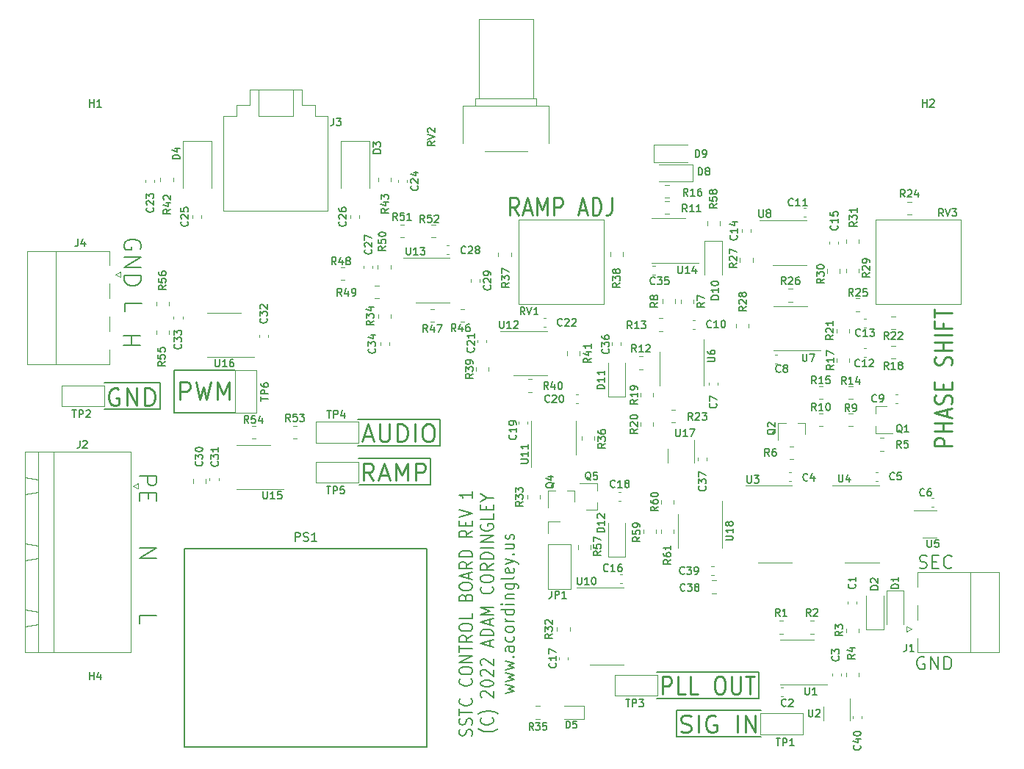
<source format=gto>
%TF.GenerationSoftware,KiCad,Pcbnew,6.0.8-f2edbf62ab~116~ubuntu20.04.1*%
%TF.CreationDate,2022-10-07T00:48:49-04:00*%
%TF.ProjectId,SSTC_Control_Board,53535443-5f43-46f6-9e74-726f6c5f426f,rev?*%
%TF.SameCoordinates,Original*%
%TF.FileFunction,Legend,Top*%
%TF.FilePolarity,Positive*%
%FSLAX46Y46*%
G04 Gerber Fmt 4.6, Leading zero omitted, Abs format (unit mm)*
G04 Created by KiCad (PCBNEW 6.0.8-f2edbf62ab~116~ubuntu20.04.1) date 2022-10-07 00:48:49*
%MOMM*%
%LPD*%
G01*
G04 APERTURE LIST*
%ADD10C,0.200000*%
%ADD11C,0.150000*%
%ADD12C,0.250000*%
%ADD13C,0.120000*%
G04 APERTURE END LIST*
D10*
X87892142Y-117683333D02*
X87963571Y-117497619D01*
X87963571Y-117188095D01*
X87892142Y-117064285D01*
X87820714Y-117002380D01*
X87677857Y-116940476D01*
X87535000Y-116940476D01*
X87392142Y-117002380D01*
X87320714Y-117064285D01*
X87249285Y-117188095D01*
X87177857Y-117435714D01*
X87106428Y-117559523D01*
X87035000Y-117621428D01*
X86892142Y-117683333D01*
X86749285Y-117683333D01*
X86606428Y-117621428D01*
X86535000Y-117559523D01*
X86463571Y-117435714D01*
X86463571Y-117126190D01*
X86535000Y-116940476D01*
X87892142Y-116445238D02*
X87963571Y-116259523D01*
X87963571Y-115950000D01*
X87892142Y-115826190D01*
X87820714Y-115764285D01*
X87677857Y-115702380D01*
X87535000Y-115702380D01*
X87392142Y-115764285D01*
X87320714Y-115826190D01*
X87249285Y-115950000D01*
X87177857Y-116197619D01*
X87106428Y-116321428D01*
X87035000Y-116383333D01*
X86892142Y-116445238D01*
X86749285Y-116445238D01*
X86606428Y-116383333D01*
X86535000Y-116321428D01*
X86463571Y-116197619D01*
X86463571Y-115888095D01*
X86535000Y-115702380D01*
X86463571Y-115330952D02*
X86463571Y-114588095D01*
X87963571Y-114959523D02*
X86463571Y-114959523D01*
X87820714Y-113411904D02*
X87892142Y-113473809D01*
X87963571Y-113659523D01*
X87963571Y-113783333D01*
X87892142Y-113969047D01*
X87749285Y-114092857D01*
X87606428Y-114154761D01*
X87320714Y-114216666D01*
X87106428Y-114216666D01*
X86820714Y-114154761D01*
X86677857Y-114092857D01*
X86535000Y-113969047D01*
X86463571Y-113783333D01*
X86463571Y-113659523D01*
X86535000Y-113473809D01*
X86606428Y-113411904D01*
X87820714Y-111121428D02*
X87892142Y-111183333D01*
X87963571Y-111369047D01*
X87963571Y-111492857D01*
X87892142Y-111678571D01*
X87749285Y-111802380D01*
X87606428Y-111864285D01*
X87320714Y-111926190D01*
X87106428Y-111926190D01*
X86820714Y-111864285D01*
X86677857Y-111802380D01*
X86535000Y-111678571D01*
X86463571Y-111492857D01*
X86463571Y-111369047D01*
X86535000Y-111183333D01*
X86606428Y-111121428D01*
X86463571Y-110316666D02*
X86463571Y-110069047D01*
X86535000Y-109945238D01*
X86677857Y-109821428D01*
X86963571Y-109759523D01*
X87463571Y-109759523D01*
X87749285Y-109821428D01*
X87892142Y-109945238D01*
X87963571Y-110069047D01*
X87963571Y-110316666D01*
X87892142Y-110440476D01*
X87749285Y-110564285D01*
X87463571Y-110626190D01*
X86963571Y-110626190D01*
X86677857Y-110564285D01*
X86535000Y-110440476D01*
X86463571Y-110316666D01*
X87963571Y-109202380D02*
X86463571Y-109202380D01*
X87963571Y-108459523D01*
X86463571Y-108459523D01*
X86463571Y-108026190D02*
X86463571Y-107283333D01*
X87963571Y-107654761D02*
X86463571Y-107654761D01*
X87963571Y-106107142D02*
X87249285Y-106540476D01*
X87963571Y-106850000D02*
X86463571Y-106850000D01*
X86463571Y-106354761D01*
X86535000Y-106230952D01*
X86606428Y-106169047D01*
X86749285Y-106107142D01*
X86963571Y-106107142D01*
X87106428Y-106169047D01*
X87177857Y-106230952D01*
X87249285Y-106354761D01*
X87249285Y-106850000D01*
X86463571Y-105302380D02*
X86463571Y-105054761D01*
X86535000Y-104930952D01*
X86677857Y-104807142D01*
X86963571Y-104745238D01*
X87463571Y-104745238D01*
X87749285Y-104807142D01*
X87892142Y-104930952D01*
X87963571Y-105054761D01*
X87963571Y-105302380D01*
X87892142Y-105426190D01*
X87749285Y-105550000D01*
X87463571Y-105611904D01*
X86963571Y-105611904D01*
X86677857Y-105550000D01*
X86535000Y-105426190D01*
X86463571Y-105302380D01*
X87963571Y-103569047D02*
X87963571Y-104188095D01*
X86463571Y-104188095D01*
X87177857Y-101711904D02*
X87249285Y-101526190D01*
X87320714Y-101464285D01*
X87463571Y-101402380D01*
X87677857Y-101402380D01*
X87820714Y-101464285D01*
X87892142Y-101526190D01*
X87963571Y-101650000D01*
X87963571Y-102145238D01*
X86463571Y-102145238D01*
X86463571Y-101711904D01*
X86535000Y-101588095D01*
X86606428Y-101526190D01*
X86749285Y-101464285D01*
X86892142Y-101464285D01*
X87035000Y-101526190D01*
X87106428Y-101588095D01*
X87177857Y-101711904D01*
X87177857Y-102145238D01*
X86463571Y-100597619D02*
X86463571Y-100350000D01*
X86535000Y-100226190D01*
X86677857Y-100102380D01*
X86963571Y-100040476D01*
X87463571Y-100040476D01*
X87749285Y-100102380D01*
X87892142Y-100226190D01*
X87963571Y-100350000D01*
X87963571Y-100597619D01*
X87892142Y-100721428D01*
X87749285Y-100845238D01*
X87463571Y-100907142D01*
X86963571Y-100907142D01*
X86677857Y-100845238D01*
X86535000Y-100721428D01*
X86463571Y-100597619D01*
X87535000Y-99545238D02*
X87535000Y-98926190D01*
X87963571Y-99669047D02*
X86463571Y-99235714D01*
X87963571Y-98802380D01*
X87963571Y-97626190D02*
X87249285Y-98059523D01*
X87963571Y-98369047D02*
X86463571Y-98369047D01*
X86463571Y-97873809D01*
X86535000Y-97750000D01*
X86606428Y-97688095D01*
X86749285Y-97626190D01*
X86963571Y-97626190D01*
X87106428Y-97688095D01*
X87177857Y-97750000D01*
X87249285Y-97873809D01*
X87249285Y-98369047D01*
X87963571Y-97069047D02*
X86463571Y-97069047D01*
X86463571Y-96759523D01*
X86535000Y-96573809D01*
X86677857Y-96450000D01*
X86820714Y-96388095D01*
X87106428Y-96326190D01*
X87320714Y-96326190D01*
X87606428Y-96388095D01*
X87749285Y-96450000D01*
X87892142Y-96573809D01*
X87963571Y-96759523D01*
X87963571Y-97069047D01*
X87963571Y-94035714D02*
X87249285Y-94469047D01*
X87963571Y-94778571D02*
X86463571Y-94778571D01*
X86463571Y-94283333D01*
X86535000Y-94159523D01*
X86606428Y-94097619D01*
X86749285Y-94035714D01*
X86963571Y-94035714D01*
X87106428Y-94097619D01*
X87177857Y-94159523D01*
X87249285Y-94283333D01*
X87249285Y-94778571D01*
X87177857Y-93478571D02*
X87177857Y-93045238D01*
X87963571Y-92859523D02*
X87963571Y-93478571D01*
X86463571Y-93478571D01*
X86463571Y-92859523D01*
X86463571Y-92488095D02*
X87963571Y-92054761D01*
X86463571Y-91621428D01*
X87963571Y-89516666D02*
X87963571Y-90259523D01*
X87963571Y-89888095D02*
X86463571Y-89888095D01*
X86677857Y-90011904D01*
X86820714Y-90135714D01*
X86892142Y-90259523D01*
X90950000Y-116847619D02*
X90878571Y-116909523D01*
X90664285Y-117033333D01*
X90521428Y-117095238D01*
X90307142Y-117157142D01*
X89950000Y-117219047D01*
X89664285Y-117219047D01*
X89307142Y-117157142D01*
X89092857Y-117095238D01*
X88950000Y-117033333D01*
X88735714Y-116909523D01*
X88664285Y-116847619D01*
X90235714Y-115609523D02*
X90307142Y-115671428D01*
X90378571Y-115857142D01*
X90378571Y-115980952D01*
X90307142Y-116166666D01*
X90164285Y-116290476D01*
X90021428Y-116352380D01*
X89735714Y-116414285D01*
X89521428Y-116414285D01*
X89235714Y-116352380D01*
X89092857Y-116290476D01*
X88950000Y-116166666D01*
X88878571Y-115980952D01*
X88878571Y-115857142D01*
X88950000Y-115671428D01*
X89021428Y-115609523D01*
X90950000Y-115176190D02*
X90878571Y-115114285D01*
X90664285Y-114990476D01*
X90521428Y-114928571D01*
X90307142Y-114866666D01*
X89950000Y-114804761D01*
X89664285Y-114804761D01*
X89307142Y-114866666D01*
X89092857Y-114928571D01*
X88950000Y-114990476D01*
X88735714Y-115114285D01*
X88664285Y-115176190D01*
X89021428Y-113257142D02*
X88950000Y-113195238D01*
X88878571Y-113071428D01*
X88878571Y-112761904D01*
X88950000Y-112638095D01*
X89021428Y-112576190D01*
X89164285Y-112514285D01*
X89307142Y-112514285D01*
X89521428Y-112576190D01*
X90378571Y-113319047D01*
X90378571Y-112514285D01*
X88878571Y-111709523D02*
X88878571Y-111585714D01*
X88950000Y-111461904D01*
X89021428Y-111400000D01*
X89164285Y-111338095D01*
X89450000Y-111276190D01*
X89807142Y-111276190D01*
X90092857Y-111338095D01*
X90235714Y-111400000D01*
X90307142Y-111461904D01*
X90378571Y-111585714D01*
X90378571Y-111709523D01*
X90307142Y-111833333D01*
X90235714Y-111895238D01*
X90092857Y-111957142D01*
X89807142Y-112019047D01*
X89450000Y-112019047D01*
X89164285Y-111957142D01*
X89021428Y-111895238D01*
X88950000Y-111833333D01*
X88878571Y-111709523D01*
X89021428Y-110780952D02*
X88950000Y-110719047D01*
X88878571Y-110595238D01*
X88878571Y-110285714D01*
X88950000Y-110161904D01*
X89021428Y-110100000D01*
X89164285Y-110038095D01*
X89307142Y-110038095D01*
X89521428Y-110100000D01*
X90378571Y-110842857D01*
X90378571Y-110038095D01*
X89021428Y-109542857D02*
X88950000Y-109480952D01*
X88878571Y-109357142D01*
X88878571Y-109047619D01*
X88950000Y-108923809D01*
X89021428Y-108861904D01*
X89164285Y-108800000D01*
X89307142Y-108800000D01*
X89521428Y-108861904D01*
X90378571Y-109604761D01*
X90378571Y-108800000D01*
X89950000Y-107314285D02*
X89950000Y-106695238D01*
X90378571Y-107438095D02*
X88878571Y-107004761D01*
X90378571Y-106571428D01*
X90378571Y-106138095D02*
X88878571Y-106138095D01*
X88878571Y-105828571D01*
X88950000Y-105642857D01*
X89092857Y-105519047D01*
X89235714Y-105457142D01*
X89521428Y-105395238D01*
X89735714Y-105395238D01*
X90021428Y-105457142D01*
X90164285Y-105519047D01*
X90307142Y-105642857D01*
X90378571Y-105828571D01*
X90378571Y-106138095D01*
X89950000Y-104900000D02*
X89950000Y-104280952D01*
X90378571Y-105023809D02*
X88878571Y-104590476D01*
X90378571Y-104157142D01*
X90378571Y-103723809D02*
X88878571Y-103723809D01*
X89950000Y-103290476D01*
X88878571Y-102857142D01*
X90378571Y-102857142D01*
X90235714Y-100504761D02*
X90307142Y-100566666D01*
X90378571Y-100752380D01*
X90378571Y-100876190D01*
X90307142Y-101061904D01*
X90164285Y-101185714D01*
X90021428Y-101247619D01*
X89735714Y-101309523D01*
X89521428Y-101309523D01*
X89235714Y-101247619D01*
X89092857Y-101185714D01*
X88950000Y-101061904D01*
X88878571Y-100876190D01*
X88878571Y-100752380D01*
X88950000Y-100566666D01*
X89021428Y-100504761D01*
X88878571Y-99700000D02*
X88878571Y-99452380D01*
X88950000Y-99328571D01*
X89092857Y-99204761D01*
X89378571Y-99142857D01*
X89878571Y-99142857D01*
X90164285Y-99204761D01*
X90307142Y-99328571D01*
X90378571Y-99452380D01*
X90378571Y-99700000D01*
X90307142Y-99823809D01*
X90164285Y-99947619D01*
X89878571Y-100009523D01*
X89378571Y-100009523D01*
X89092857Y-99947619D01*
X88950000Y-99823809D01*
X88878571Y-99700000D01*
X90378571Y-97842857D02*
X89664285Y-98276190D01*
X90378571Y-98585714D02*
X88878571Y-98585714D01*
X88878571Y-98090476D01*
X88950000Y-97966666D01*
X89021428Y-97904761D01*
X89164285Y-97842857D01*
X89378571Y-97842857D01*
X89521428Y-97904761D01*
X89592857Y-97966666D01*
X89664285Y-98090476D01*
X89664285Y-98585714D01*
X90378571Y-97285714D02*
X88878571Y-97285714D01*
X88878571Y-96976190D01*
X88950000Y-96790476D01*
X89092857Y-96666666D01*
X89235714Y-96604761D01*
X89521428Y-96542857D01*
X89735714Y-96542857D01*
X90021428Y-96604761D01*
X90164285Y-96666666D01*
X90307142Y-96790476D01*
X90378571Y-96976190D01*
X90378571Y-97285714D01*
X90378571Y-95985714D02*
X88878571Y-95985714D01*
X90378571Y-95366666D02*
X88878571Y-95366666D01*
X90378571Y-94623809D01*
X88878571Y-94623809D01*
X88950000Y-93323809D02*
X88878571Y-93447619D01*
X88878571Y-93633333D01*
X88950000Y-93819047D01*
X89092857Y-93942857D01*
X89235714Y-94004761D01*
X89521428Y-94066666D01*
X89735714Y-94066666D01*
X90021428Y-94004761D01*
X90164285Y-93942857D01*
X90307142Y-93819047D01*
X90378571Y-93633333D01*
X90378571Y-93509523D01*
X90307142Y-93323809D01*
X90235714Y-93261904D01*
X89735714Y-93261904D01*
X89735714Y-93509523D01*
X90378571Y-92085714D02*
X90378571Y-92704761D01*
X88878571Y-92704761D01*
X89592857Y-91652380D02*
X89592857Y-91219047D01*
X90378571Y-91033333D02*
X90378571Y-91652380D01*
X88878571Y-91652380D01*
X88878571Y-91033333D01*
X89664285Y-90228571D02*
X90378571Y-90228571D01*
X88878571Y-90661904D02*
X89664285Y-90228571D01*
X88878571Y-89795238D01*
X91793571Y-112792857D02*
X92793571Y-112545238D01*
X92079285Y-112297619D01*
X92793571Y-112050000D01*
X91793571Y-111802380D01*
X91793571Y-111430952D02*
X92793571Y-111183333D01*
X92079285Y-110935714D01*
X92793571Y-110688095D01*
X91793571Y-110440476D01*
X91793571Y-110069047D02*
X92793571Y-109821428D01*
X92079285Y-109573809D01*
X92793571Y-109326190D01*
X91793571Y-109078571D01*
X92650714Y-108583333D02*
X92722142Y-108521428D01*
X92793571Y-108583333D01*
X92722142Y-108645238D01*
X92650714Y-108583333D01*
X92793571Y-108583333D01*
X92793571Y-107407142D02*
X92007857Y-107407142D01*
X91865000Y-107469047D01*
X91793571Y-107592857D01*
X91793571Y-107840476D01*
X91865000Y-107964285D01*
X92722142Y-107407142D02*
X92793571Y-107530952D01*
X92793571Y-107840476D01*
X92722142Y-107964285D01*
X92579285Y-108026190D01*
X92436428Y-108026190D01*
X92293571Y-107964285D01*
X92222142Y-107840476D01*
X92222142Y-107530952D01*
X92150714Y-107407142D01*
X92722142Y-106230952D02*
X92793571Y-106354761D01*
X92793571Y-106602380D01*
X92722142Y-106726190D01*
X92650714Y-106788095D01*
X92507857Y-106850000D01*
X92079285Y-106850000D01*
X91936428Y-106788095D01*
X91865000Y-106726190D01*
X91793571Y-106602380D01*
X91793571Y-106354761D01*
X91865000Y-106230952D01*
X92793571Y-105488095D02*
X92722142Y-105611904D01*
X92650714Y-105673809D01*
X92507857Y-105735714D01*
X92079285Y-105735714D01*
X91936428Y-105673809D01*
X91865000Y-105611904D01*
X91793571Y-105488095D01*
X91793571Y-105302380D01*
X91865000Y-105178571D01*
X91936428Y-105116666D01*
X92079285Y-105054761D01*
X92507857Y-105054761D01*
X92650714Y-105116666D01*
X92722142Y-105178571D01*
X92793571Y-105302380D01*
X92793571Y-105488095D01*
X92793571Y-104497619D02*
X91793571Y-104497619D01*
X92079285Y-104497619D02*
X91936428Y-104435714D01*
X91865000Y-104373809D01*
X91793571Y-104250000D01*
X91793571Y-104126190D01*
X92793571Y-103135714D02*
X91293571Y-103135714D01*
X92722142Y-103135714D02*
X92793571Y-103259523D01*
X92793571Y-103507142D01*
X92722142Y-103630952D01*
X92650714Y-103692857D01*
X92507857Y-103754761D01*
X92079285Y-103754761D01*
X91936428Y-103692857D01*
X91865000Y-103630952D01*
X91793571Y-103507142D01*
X91793571Y-103259523D01*
X91865000Y-103135714D01*
X92793571Y-102516666D02*
X91793571Y-102516666D01*
X91293571Y-102516666D02*
X91365000Y-102578571D01*
X91436428Y-102516666D01*
X91365000Y-102454761D01*
X91293571Y-102516666D01*
X91436428Y-102516666D01*
X91793571Y-101897619D02*
X92793571Y-101897619D01*
X91936428Y-101897619D02*
X91865000Y-101835714D01*
X91793571Y-101711904D01*
X91793571Y-101526190D01*
X91865000Y-101402380D01*
X92007857Y-101340476D01*
X92793571Y-101340476D01*
X91793571Y-100164285D02*
X93007857Y-100164285D01*
X93150714Y-100226190D01*
X93222142Y-100288095D01*
X93293571Y-100411904D01*
X93293571Y-100597619D01*
X93222142Y-100721428D01*
X92722142Y-100164285D02*
X92793571Y-100288095D01*
X92793571Y-100535714D01*
X92722142Y-100659523D01*
X92650714Y-100721428D01*
X92507857Y-100783333D01*
X92079285Y-100783333D01*
X91936428Y-100721428D01*
X91865000Y-100659523D01*
X91793571Y-100535714D01*
X91793571Y-100288095D01*
X91865000Y-100164285D01*
X92793571Y-99359523D02*
X92722142Y-99483333D01*
X92579285Y-99545238D01*
X91293571Y-99545238D01*
X92722142Y-98369047D02*
X92793571Y-98492857D01*
X92793571Y-98740476D01*
X92722142Y-98864285D01*
X92579285Y-98926190D01*
X92007857Y-98926190D01*
X91865000Y-98864285D01*
X91793571Y-98740476D01*
X91793571Y-98492857D01*
X91865000Y-98369047D01*
X92007857Y-98307142D01*
X92150714Y-98307142D01*
X92293571Y-98926190D01*
X91793571Y-97873809D02*
X92793571Y-97564285D01*
X91793571Y-97254761D02*
X92793571Y-97564285D01*
X93150714Y-97688095D01*
X93222142Y-97750000D01*
X93293571Y-97873809D01*
X92650714Y-96759523D02*
X92722142Y-96697619D01*
X92793571Y-96759523D01*
X92722142Y-96821428D01*
X92650714Y-96759523D01*
X92793571Y-96759523D01*
X91793571Y-95583333D02*
X92793571Y-95583333D01*
X91793571Y-96140476D02*
X92579285Y-96140476D01*
X92722142Y-96078571D01*
X92793571Y-95954761D01*
X92793571Y-95769047D01*
X92722142Y-95645238D01*
X92650714Y-95583333D01*
X92722142Y-95026190D02*
X92793571Y-94902380D01*
X92793571Y-94654761D01*
X92722142Y-94530952D01*
X92579285Y-94469047D01*
X92507857Y-94469047D01*
X92365000Y-94530952D01*
X92293571Y-94654761D01*
X92293571Y-94840476D01*
X92222142Y-94964285D01*
X92079285Y-95026190D01*
X92007857Y-95026190D01*
X91865000Y-94964285D01*
X91793571Y-94840476D01*
X91793571Y-94654761D01*
X91865000Y-94530952D01*
D11*
X111475000Y-117800000D02*
X111475000Y-114750000D01*
X74875000Y-85700000D02*
X83100000Y-85700000D01*
X52000000Y-80050000D02*
X45550000Y-80050000D01*
X53550000Y-75550000D02*
X53550000Y-80450000D01*
X60650000Y-75550000D02*
X53550000Y-75550000D01*
X120987500Y-110300000D02*
X120987500Y-113350000D01*
X111475000Y-114750000D02*
X121200000Y-114750000D01*
X109212500Y-110300000D02*
X120987500Y-110300000D01*
X74725000Y-81200000D02*
X84250000Y-81200000D01*
X111487500Y-117800000D02*
X121212500Y-117800000D01*
X84250000Y-84250000D02*
X74775000Y-84250000D01*
X45500000Y-77000000D02*
X52000000Y-77000000D01*
X84250000Y-81200000D02*
X84250000Y-84250000D01*
X53550000Y-80450000D02*
X60650000Y-80450000D01*
X52000000Y-77000000D02*
X52000000Y-80050000D01*
X120987500Y-113350000D02*
X109212500Y-113350000D01*
X83100000Y-88750000D02*
X74925000Y-88750000D01*
X83100000Y-85700000D02*
X83100000Y-88750000D01*
D12*
X112016666Y-117209523D02*
X112302380Y-117304761D01*
X112778571Y-117304761D01*
X112969047Y-117209523D01*
X113064285Y-117114285D01*
X113159523Y-116923809D01*
X113159523Y-116733333D01*
X113064285Y-116542857D01*
X112969047Y-116447619D01*
X112778571Y-116352380D01*
X112397619Y-116257142D01*
X112207142Y-116161904D01*
X112111904Y-116066666D01*
X112016666Y-115876190D01*
X112016666Y-115685714D01*
X112111904Y-115495238D01*
X112207142Y-115400000D01*
X112397619Y-115304761D01*
X112873809Y-115304761D01*
X113159523Y-115400000D01*
X114016666Y-117304761D02*
X114016666Y-115304761D01*
X116016666Y-115400000D02*
X115826190Y-115304761D01*
X115540476Y-115304761D01*
X115254761Y-115400000D01*
X115064285Y-115590476D01*
X114969047Y-115780952D01*
X114873809Y-116161904D01*
X114873809Y-116447619D01*
X114969047Y-116828571D01*
X115064285Y-117019047D01*
X115254761Y-117209523D01*
X115540476Y-117304761D01*
X115730952Y-117304761D01*
X116016666Y-117209523D01*
X116111904Y-117114285D01*
X116111904Y-116447619D01*
X115730952Y-116447619D01*
X118492857Y-117304761D02*
X118492857Y-115304761D01*
X119445238Y-117304761D02*
X119445238Y-115304761D01*
X120588095Y-117304761D01*
X120588095Y-115304761D01*
D10*
X49595238Y-87691428D02*
X51595238Y-87691428D01*
X51595238Y-88453333D01*
X51500000Y-88643809D01*
X51404761Y-88739047D01*
X51214285Y-88834285D01*
X50928571Y-88834285D01*
X50738095Y-88739047D01*
X50642857Y-88643809D01*
X50547619Y-88453333D01*
X50547619Y-87691428D01*
X50642857Y-89691428D02*
X50642857Y-90358095D01*
X49595238Y-90643809D02*
X49595238Y-89691428D01*
X51595238Y-89691428D01*
X51595238Y-90643809D01*
D12*
X109864285Y-112854761D02*
X109864285Y-110854761D01*
X110550000Y-110854761D01*
X110721428Y-110950000D01*
X110807142Y-111045238D01*
X110892857Y-111235714D01*
X110892857Y-111521428D01*
X110807142Y-111711904D01*
X110721428Y-111807142D01*
X110550000Y-111902380D01*
X109864285Y-111902380D01*
X112521428Y-112854761D02*
X111664285Y-112854761D01*
X111664285Y-110854761D01*
X113978571Y-112854761D02*
X113121428Y-112854761D01*
X113121428Y-110854761D01*
X116292857Y-110854761D02*
X116635714Y-110854761D01*
X116807142Y-110950000D01*
X116978571Y-111140476D01*
X117064285Y-111521428D01*
X117064285Y-112188095D01*
X116978571Y-112569047D01*
X116807142Y-112759523D01*
X116635714Y-112854761D01*
X116292857Y-112854761D01*
X116121428Y-112759523D01*
X115950000Y-112569047D01*
X115864285Y-112188095D01*
X115864285Y-111521428D01*
X115950000Y-111140476D01*
X116121428Y-110950000D01*
X116292857Y-110854761D01*
X117835714Y-110854761D02*
X117835714Y-112473809D01*
X117921428Y-112664285D01*
X118007142Y-112759523D01*
X118178571Y-112854761D01*
X118521428Y-112854761D01*
X118692857Y-112759523D01*
X118778571Y-112664285D01*
X118864285Y-112473809D01*
X118864285Y-110854761D01*
X119464285Y-110854761D02*
X120492857Y-110854761D01*
X119978571Y-112854761D02*
X119978571Y-110854761D01*
X47176190Y-77700000D02*
X46985714Y-77604761D01*
X46700000Y-77604761D01*
X46414285Y-77700000D01*
X46223809Y-77890476D01*
X46128571Y-78080952D01*
X46033333Y-78461904D01*
X46033333Y-78747619D01*
X46128571Y-79128571D01*
X46223809Y-79319047D01*
X46414285Y-79509523D01*
X46700000Y-79604761D01*
X46890476Y-79604761D01*
X47176190Y-79509523D01*
X47271428Y-79414285D01*
X47271428Y-78747619D01*
X46890476Y-78747619D01*
X48128571Y-79604761D02*
X48128571Y-77604761D01*
X49271428Y-79604761D01*
X49271428Y-77604761D01*
X50223809Y-79604761D02*
X50223809Y-77604761D01*
X50700000Y-77604761D01*
X50985714Y-77700000D01*
X51176190Y-77890476D01*
X51271428Y-78080952D01*
X51366666Y-78461904D01*
X51366666Y-78747619D01*
X51271428Y-79128571D01*
X51176190Y-79319047D01*
X50985714Y-79509523D01*
X50700000Y-79604761D01*
X50223809Y-79604761D01*
D10*
X49595238Y-96048571D02*
X51595238Y-96048571D01*
X49595238Y-97191428D01*
X51595238Y-97191428D01*
X47895238Y-68769047D02*
X47895238Y-67816666D01*
X49895238Y-67816666D01*
X140057142Y-108600000D02*
X139914285Y-108528571D01*
X139700000Y-108528571D01*
X139485714Y-108600000D01*
X139342857Y-108742857D01*
X139271428Y-108885714D01*
X139200000Y-109171428D01*
X139200000Y-109385714D01*
X139271428Y-109671428D01*
X139342857Y-109814285D01*
X139485714Y-109957142D01*
X139700000Y-110028571D01*
X139842857Y-110028571D01*
X140057142Y-109957142D01*
X140128571Y-109885714D01*
X140128571Y-109385714D01*
X139842857Y-109385714D01*
X140771428Y-110028571D02*
X140771428Y-108528571D01*
X141628571Y-110028571D01*
X141628571Y-108528571D01*
X142342857Y-110028571D02*
X142342857Y-108528571D01*
X142700000Y-108528571D01*
X142914285Y-108600000D01*
X143057142Y-108742857D01*
X143128571Y-108885714D01*
X143200000Y-109171428D01*
X143200000Y-109385714D01*
X143128571Y-109671428D01*
X143057142Y-109814285D01*
X142914285Y-109957142D01*
X142700000Y-110028571D01*
X142342857Y-110028571D01*
X49595238Y-104739047D02*
X49595238Y-103786666D01*
X51595238Y-103786666D01*
D12*
X54290476Y-78904761D02*
X54290476Y-76904761D01*
X55052380Y-76904761D01*
X55242857Y-77000000D01*
X55338095Y-77095238D01*
X55433333Y-77285714D01*
X55433333Y-77571428D01*
X55338095Y-77761904D01*
X55242857Y-77857142D01*
X55052380Y-77952380D01*
X54290476Y-77952380D01*
X56100000Y-76904761D02*
X56576190Y-78904761D01*
X56957142Y-77476190D01*
X57338095Y-78904761D01*
X57814285Y-76904761D01*
X58576190Y-78904761D02*
X58576190Y-76904761D01*
X59242857Y-78333333D01*
X59909523Y-76904761D01*
X59909523Y-78904761D01*
D10*
X139492857Y-98307142D02*
X139707142Y-98378571D01*
X140064285Y-98378571D01*
X140207142Y-98307142D01*
X140278571Y-98235714D01*
X140350000Y-98092857D01*
X140350000Y-97950000D01*
X140278571Y-97807142D01*
X140207142Y-97735714D01*
X140064285Y-97664285D01*
X139778571Y-97592857D01*
X139635714Y-97521428D01*
X139564285Y-97450000D01*
X139492857Y-97307142D01*
X139492857Y-97164285D01*
X139564285Y-97021428D01*
X139635714Y-96950000D01*
X139778571Y-96878571D01*
X140135714Y-96878571D01*
X140350000Y-96950000D01*
X140992857Y-97592857D02*
X141492857Y-97592857D01*
X141707142Y-98378571D02*
X140992857Y-98378571D01*
X140992857Y-96878571D01*
X141707142Y-96878571D01*
X143207142Y-98235714D02*
X143135714Y-98307142D01*
X142921428Y-98378571D01*
X142778571Y-98378571D01*
X142564285Y-98307142D01*
X142421428Y-98164285D01*
X142350000Y-98021428D01*
X142278571Y-97735714D01*
X142278571Y-97521428D01*
X142350000Y-97235714D01*
X142421428Y-97092857D01*
X142564285Y-96950000D01*
X142778571Y-96878571D01*
X142921428Y-96878571D01*
X143135714Y-96950000D01*
X143207142Y-97021428D01*
D12*
X143254761Y-84271428D02*
X141254761Y-84271428D01*
X141254761Y-83623809D01*
X141350000Y-83461904D01*
X141445238Y-83380952D01*
X141635714Y-83300000D01*
X141921428Y-83300000D01*
X142111904Y-83380952D01*
X142207142Y-83461904D01*
X142302380Y-83623809D01*
X142302380Y-84271428D01*
X143254761Y-82571428D02*
X141254761Y-82571428D01*
X142207142Y-82571428D02*
X142207142Y-81600000D01*
X143254761Y-81600000D02*
X141254761Y-81600000D01*
X142683333Y-80871428D02*
X142683333Y-80061904D01*
X143254761Y-81033333D02*
X141254761Y-80466666D01*
X143254761Y-79900000D01*
X143159523Y-79414285D02*
X143254761Y-79171428D01*
X143254761Y-78766666D01*
X143159523Y-78604761D01*
X143064285Y-78523809D01*
X142873809Y-78442857D01*
X142683333Y-78442857D01*
X142492857Y-78523809D01*
X142397619Y-78604761D01*
X142302380Y-78766666D01*
X142207142Y-79090476D01*
X142111904Y-79252380D01*
X142016666Y-79333333D01*
X141826190Y-79414285D01*
X141635714Y-79414285D01*
X141445238Y-79333333D01*
X141350000Y-79252380D01*
X141254761Y-79090476D01*
X141254761Y-78685714D01*
X141350000Y-78442857D01*
X142207142Y-77714285D02*
X142207142Y-77147619D01*
X143254761Y-76904761D02*
X143254761Y-77714285D01*
X141254761Y-77714285D01*
X141254761Y-76904761D01*
X143159523Y-74961904D02*
X143254761Y-74719047D01*
X143254761Y-74314285D01*
X143159523Y-74152380D01*
X143064285Y-74071428D01*
X142873809Y-73990476D01*
X142683333Y-73990476D01*
X142492857Y-74071428D01*
X142397619Y-74152380D01*
X142302380Y-74314285D01*
X142207142Y-74638095D01*
X142111904Y-74800000D01*
X142016666Y-74880952D01*
X141826190Y-74961904D01*
X141635714Y-74961904D01*
X141445238Y-74880952D01*
X141350000Y-74800000D01*
X141254761Y-74638095D01*
X141254761Y-74233333D01*
X141350000Y-73990476D01*
X143254761Y-73261904D02*
X141254761Y-73261904D01*
X142207142Y-73261904D02*
X142207142Y-72290476D01*
X143254761Y-72290476D02*
X141254761Y-72290476D01*
X143254761Y-71480952D02*
X141254761Y-71480952D01*
X142207142Y-70104761D02*
X142207142Y-70671428D01*
X143254761Y-70671428D02*
X141254761Y-70671428D01*
X141254761Y-69861904D01*
X141254761Y-69457142D02*
X141254761Y-68485714D01*
X143254761Y-68971428D02*
X141254761Y-68971428D01*
D10*
X49700000Y-61576190D02*
X49795238Y-61385714D01*
X49795238Y-61100000D01*
X49700000Y-60814285D01*
X49509523Y-60623809D01*
X49319047Y-60528571D01*
X48938095Y-60433333D01*
X48652380Y-60433333D01*
X48271428Y-60528571D01*
X48080952Y-60623809D01*
X47890476Y-60814285D01*
X47795238Y-61100000D01*
X47795238Y-61290476D01*
X47890476Y-61576190D01*
X47985714Y-61671428D01*
X48652380Y-61671428D01*
X48652380Y-61290476D01*
X47795238Y-62528571D02*
X49795238Y-62528571D01*
X47795238Y-63671428D01*
X49795238Y-63671428D01*
X47795238Y-64623809D02*
X49795238Y-64623809D01*
X49795238Y-65100000D01*
X49700000Y-65385714D01*
X49509523Y-65576190D01*
X49319047Y-65671428D01*
X48938095Y-65766666D01*
X48652380Y-65766666D01*
X48271428Y-65671428D01*
X48080952Y-65576190D01*
X47890476Y-65385714D01*
X47795238Y-65100000D01*
X47795238Y-64623809D01*
D12*
X93252380Y-57654761D02*
X92685714Y-56702380D01*
X92280952Y-57654761D02*
X92280952Y-55654761D01*
X92928571Y-55654761D01*
X93090476Y-55750000D01*
X93171428Y-55845238D01*
X93252380Y-56035714D01*
X93252380Y-56321428D01*
X93171428Y-56511904D01*
X93090476Y-56607142D01*
X92928571Y-56702380D01*
X92280952Y-56702380D01*
X93900000Y-57083333D02*
X94709523Y-57083333D01*
X93738095Y-57654761D02*
X94304761Y-55654761D01*
X94871428Y-57654761D01*
X95438095Y-57654761D02*
X95438095Y-55654761D01*
X96004761Y-57083333D01*
X96571428Y-55654761D01*
X96571428Y-57654761D01*
X97380952Y-57654761D02*
X97380952Y-55654761D01*
X98028571Y-55654761D01*
X98190476Y-55750000D01*
X98271428Y-55845238D01*
X98352380Y-56035714D01*
X98352380Y-56321428D01*
X98271428Y-56511904D01*
X98190476Y-56607142D01*
X98028571Y-56702380D01*
X97380952Y-56702380D01*
X100295238Y-57083333D02*
X101104761Y-57083333D01*
X100133333Y-57654761D02*
X100700000Y-55654761D01*
X101266666Y-57654761D01*
X101833333Y-57654761D02*
X101833333Y-55654761D01*
X102238095Y-55654761D01*
X102480952Y-55750000D01*
X102642857Y-55940476D01*
X102723809Y-56130952D01*
X102804761Y-56511904D01*
X102804761Y-56797619D01*
X102723809Y-57178571D01*
X102642857Y-57369047D01*
X102480952Y-57559523D01*
X102238095Y-57654761D01*
X101833333Y-57654761D01*
X104019047Y-55654761D02*
X104019047Y-57083333D01*
X103938095Y-57369047D01*
X103776190Y-57559523D01*
X103533333Y-57654761D01*
X103371428Y-57654761D01*
X76569047Y-88254761D02*
X75902380Y-87302380D01*
X75426190Y-88254761D02*
X75426190Y-86254761D01*
X76188095Y-86254761D01*
X76378571Y-86350000D01*
X76473809Y-86445238D01*
X76569047Y-86635714D01*
X76569047Y-86921428D01*
X76473809Y-87111904D01*
X76378571Y-87207142D01*
X76188095Y-87302380D01*
X75426190Y-87302380D01*
X77330952Y-87683333D02*
X78283333Y-87683333D01*
X77140476Y-88254761D02*
X77807142Y-86254761D01*
X78473809Y-88254761D01*
X79140476Y-88254761D02*
X79140476Y-86254761D01*
X79807142Y-87683333D01*
X80473809Y-86254761D01*
X80473809Y-88254761D01*
X81426190Y-88254761D02*
X81426190Y-86254761D01*
X82188095Y-86254761D01*
X82378571Y-86350000D01*
X82473809Y-86445238D01*
X82569047Y-86635714D01*
X82569047Y-86921428D01*
X82473809Y-87111904D01*
X82378571Y-87207142D01*
X82188095Y-87302380D01*
X81426190Y-87302380D01*
D10*
X49704761Y-72671428D02*
X47704761Y-72671428D01*
X48657142Y-72671428D02*
X48657142Y-71528571D01*
X49704761Y-71528571D02*
X47704761Y-71528571D01*
D12*
X75452380Y-83183333D02*
X76404761Y-83183333D01*
X75261904Y-83754761D02*
X75928571Y-81754761D01*
X76595238Y-83754761D01*
X77261904Y-81754761D02*
X77261904Y-83373809D01*
X77357142Y-83564285D01*
X77452380Y-83659523D01*
X77642857Y-83754761D01*
X78023809Y-83754761D01*
X78214285Y-83659523D01*
X78309523Y-83564285D01*
X78404761Y-83373809D01*
X78404761Y-81754761D01*
X79357142Y-83754761D02*
X79357142Y-81754761D01*
X79833333Y-81754761D01*
X80119047Y-81850000D01*
X80309523Y-82040476D01*
X80404761Y-82230952D01*
X80500000Y-82611904D01*
X80500000Y-82897619D01*
X80404761Y-83278571D01*
X80309523Y-83469047D01*
X80119047Y-83659523D01*
X79833333Y-83754761D01*
X79357142Y-83754761D01*
X81357142Y-83754761D02*
X81357142Y-81754761D01*
X82690476Y-81754761D02*
X83071428Y-81754761D01*
X83261904Y-81850000D01*
X83452380Y-82040476D01*
X83547619Y-82421428D01*
X83547619Y-83088095D01*
X83452380Y-83469047D01*
X83261904Y-83659523D01*
X83071428Y-83754761D01*
X82690476Y-83754761D01*
X82500000Y-83659523D01*
X82309523Y-83469047D01*
X82214285Y-83088095D01*
X82214285Y-82421428D01*
X82309523Y-82040476D01*
X82500000Y-81850000D01*
X82690476Y-81754761D01*
D11*
%TO.C,R35*%
X94985714Y-117011904D02*
X94719047Y-116630952D01*
X94528571Y-117011904D02*
X94528571Y-116211904D01*
X94833333Y-116211904D01*
X94909523Y-116250000D01*
X94947619Y-116288095D01*
X94985714Y-116364285D01*
X94985714Y-116478571D01*
X94947619Y-116554761D01*
X94909523Y-116592857D01*
X94833333Y-116630952D01*
X94528571Y-116630952D01*
X95252380Y-116211904D02*
X95747619Y-116211904D01*
X95480952Y-116516666D01*
X95595238Y-116516666D01*
X95671428Y-116554761D01*
X95709523Y-116592857D01*
X95747619Y-116669047D01*
X95747619Y-116859523D01*
X95709523Y-116935714D01*
X95671428Y-116973809D01*
X95595238Y-117011904D01*
X95366666Y-117011904D01*
X95290476Y-116973809D01*
X95252380Y-116935714D01*
X96471428Y-116211904D02*
X96090476Y-116211904D01*
X96052380Y-116592857D01*
X96090476Y-116554761D01*
X96166666Y-116516666D01*
X96357142Y-116516666D01*
X96433333Y-116554761D01*
X96471428Y-116592857D01*
X96509523Y-116669047D01*
X96509523Y-116859523D01*
X96471428Y-116935714D01*
X96433333Y-116973809D01*
X96357142Y-117011904D01*
X96166666Y-117011904D01*
X96090476Y-116973809D01*
X96052380Y-116935714D01*
%TO.C,D5*%
X98759523Y-116791904D02*
X98759523Y-115991904D01*
X98950000Y-115991904D01*
X99064285Y-116030000D01*
X99140476Y-116106190D01*
X99178571Y-116182380D01*
X99216666Y-116334761D01*
X99216666Y-116449047D01*
X99178571Y-116601428D01*
X99140476Y-116677619D01*
X99064285Y-116753809D01*
X98950000Y-116791904D01*
X98759523Y-116791904D01*
X99940476Y-115991904D02*
X99559523Y-115991904D01*
X99521428Y-116372857D01*
X99559523Y-116334761D01*
X99635714Y-116296666D01*
X99826190Y-116296666D01*
X99902380Y-116334761D01*
X99940476Y-116372857D01*
X99978571Y-116449047D01*
X99978571Y-116639523D01*
X99940476Y-116715714D01*
X99902380Y-116753809D01*
X99826190Y-116791904D01*
X99635714Y-116791904D01*
X99559523Y-116753809D01*
X99521428Y-116715714D01*
%TO.C,PS1*%
X67535714Y-95252380D02*
X67535714Y-94252380D01*
X67916666Y-94252380D01*
X68011904Y-94300000D01*
X68059523Y-94347619D01*
X68107142Y-94442857D01*
X68107142Y-94585714D01*
X68059523Y-94680952D01*
X68011904Y-94728571D01*
X67916666Y-94776190D01*
X67535714Y-94776190D01*
X68488095Y-95204761D02*
X68630952Y-95252380D01*
X68869047Y-95252380D01*
X68964285Y-95204761D01*
X69011904Y-95157142D01*
X69059523Y-95061904D01*
X69059523Y-94966666D01*
X69011904Y-94871428D01*
X68964285Y-94823809D01*
X68869047Y-94776190D01*
X68678571Y-94728571D01*
X68583333Y-94680952D01*
X68535714Y-94633333D01*
X68488095Y-94538095D01*
X68488095Y-94442857D01*
X68535714Y-94347619D01*
X68583333Y-94300000D01*
X68678571Y-94252380D01*
X68916666Y-94252380D01*
X69059523Y-94300000D01*
X70011904Y-95252380D02*
X69440476Y-95252380D01*
X69726190Y-95252380D02*
X69726190Y-94252380D01*
X69630952Y-94395238D01*
X69535714Y-94490476D01*
X69440476Y-94538095D01*
%TO.C,D1*%
X137084523Y-100677380D02*
X136234523Y-100677380D01*
X136234523Y-100475000D01*
X136275000Y-100353571D01*
X136355952Y-100272619D01*
X136436904Y-100232142D01*
X136598809Y-100191666D01*
X136720238Y-100191666D01*
X136882142Y-100232142D01*
X136963095Y-100272619D01*
X137044047Y-100353571D01*
X137084523Y-100475000D01*
X137084523Y-100677380D01*
X137084523Y-99382142D02*
X137084523Y-99867857D01*
X137084523Y-99625000D02*
X136234523Y-99625000D01*
X136355952Y-99705952D01*
X136436904Y-99786904D01*
X136477380Y-99867857D01*
%TO.C,U12*%
X91097619Y-69834523D02*
X91097619Y-70522619D01*
X91138095Y-70603571D01*
X91178571Y-70644047D01*
X91259523Y-70684523D01*
X91421428Y-70684523D01*
X91502380Y-70644047D01*
X91542857Y-70603571D01*
X91583333Y-70522619D01*
X91583333Y-69834523D01*
X92433333Y-70684523D02*
X91947619Y-70684523D01*
X92190476Y-70684523D02*
X92190476Y-69834523D01*
X92109523Y-69955952D01*
X92028571Y-70036904D01*
X91947619Y-70077380D01*
X92757142Y-69915476D02*
X92797619Y-69875000D01*
X92878571Y-69834523D01*
X93080952Y-69834523D01*
X93161904Y-69875000D01*
X93202380Y-69915476D01*
X93242857Y-69996428D01*
X93242857Y-70077380D01*
X93202380Y-70198809D01*
X92716666Y-70684523D01*
X93242857Y-70684523D01*
%TO.C,R6*%
X122183333Y-85434523D02*
X121900000Y-85029761D01*
X121697619Y-85434523D02*
X121697619Y-84584523D01*
X122021428Y-84584523D01*
X122102380Y-84625000D01*
X122142857Y-84665476D01*
X122183333Y-84746428D01*
X122183333Y-84867857D01*
X122142857Y-84948809D01*
X122102380Y-84989285D01*
X122021428Y-85029761D01*
X121697619Y-85029761D01*
X122911904Y-84584523D02*
X122750000Y-84584523D01*
X122669047Y-84625000D01*
X122628571Y-84665476D01*
X122547619Y-84786904D01*
X122507142Y-84948809D01*
X122507142Y-85272619D01*
X122547619Y-85353571D01*
X122588095Y-85394047D01*
X122669047Y-85434523D01*
X122830952Y-85434523D01*
X122911904Y-85394047D01*
X122952380Y-85353571D01*
X122992857Y-85272619D01*
X122992857Y-85070238D01*
X122952380Y-84989285D01*
X122911904Y-84948809D01*
X122830952Y-84908333D01*
X122669047Y-84908333D01*
X122588095Y-84948809D01*
X122547619Y-84989285D01*
X122507142Y-85070238D01*
%TO.C,TP5*%
X71157380Y-88934523D02*
X71643095Y-88934523D01*
X71400238Y-89784523D02*
X71400238Y-88934523D01*
X71926428Y-89784523D02*
X71926428Y-88934523D01*
X72250238Y-88934523D01*
X72331190Y-88975000D01*
X72371666Y-89015476D01*
X72412142Y-89096428D01*
X72412142Y-89217857D01*
X72371666Y-89298809D01*
X72331190Y-89339285D01*
X72250238Y-89379761D01*
X71926428Y-89379761D01*
X73181190Y-88934523D02*
X72776428Y-88934523D01*
X72735952Y-89339285D01*
X72776428Y-89298809D01*
X72857380Y-89258333D01*
X73059761Y-89258333D01*
X73140714Y-89298809D01*
X73181190Y-89339285D01*
X73221666Y-89420238D01*
X73221666Y-89622619D01*
X73181190Y-89703571D01*
X73140714Y-89744047D01*
X73059761Y-89784523D01*
X72857380Y-89784523D01*
X72776428Y-89744047D01*
X72735952Y-89703571D01*
%TO.C,C8*%
X123483333Y-75703571D02*
X123442857Y-75744047D01*
X123321428Y-75784523D01*
X123240476Y-75784523D01*
X123119047Y-75744047D01*
X123038095Y-75663095D01*
X122997619Y-75582142D01*
X122957142Y-75420238D01*
X122957142Y-75298809D01*
X122997619Y-75136904D01*
X123038095Y-75055952D01*
X123119047Y-74975000D01*
X123240476Y-74934523D01*
X123321428Y-74934523D01*
X123442857Y-74975000D01*
X123483333Y-75015476D01*
X123969047Y-75298809D02*
X123888095Y-75258333D01*
X123847619Y-75217857D01*
X123807142Y-75136904D01*
X123807142Y-75096428D01*
X123847619Y-75015476D01*
X123888095Y-74975000D01*
X123969047Y-74934523D01*
X124130952Y-74934523D01*
X124211904Y-74975000D01*
X124252380Y-75015476D01*
X124292857Y-75096428D01*
X124292857Y-75136904D01*
X124252380Y-75217857D01*
X124211904Y-75258333D01*
X124130952Y-75298809D01*
X123969047Y-75298809D01*
X123888095Y-75339285D01*
X123847619Y-75379761D01*
X123807142Y-75460714D01*
X123807142Y-75622619D01*
X123847619Y-75703571D01*
X123888095Y-75744047D01*
X123969047Y-75784523D01*
X124130952Y-75784523D01*
X124211904Y-75744047D01*
X124252380Y-75703571D01*
X124292857Y-75622619D01*
X124292857Y-75460714D01*
X124252380Y-75379761D01*
X124211904Y-75339285D01*
X124130952Y-75298809D01*
%TO.C,C28*%
X87178571Y-62026071D02*
X87138095Y-62066547D01*
X87016666Y-62107023D01*
X86935714Y-62107023D01*
X86814285Y-62066547D01*
X86733333Y-61985595D01*
X86692857Y-61904642D01*
X86652380Y-61742738D01*
X86652380Y-61621309D01*
X86692857Y-61459404D01*
X86733333Y-61378452D01*
X86814285Y-61297500D01*
X86935714Y-61257023D01*
X87016666Y-61257023D01*
X87138095Y-61297500D01*
X87178571Y-61337976D01*
X87502380Y-61337976D02*
X87542857Y-61297500D01*
X87623809Y-61257023D01*
X87826190Y-61257023D01*
X87907142Y-61297500D01*
X87947619Y-61337976D01*
X87988095Y-61418928D01*
X87988095Y-61499880D01*
X87947619Y-61621309D01*
X87461904Y-62107023D01*
X87988095Y-62107023D01*
X88473809Y-61621309D02*
X88392857Y-61580833D01*
X88352380Y-61540357D01*
X88311904Y-61459404D01*
X88311904Y-61418928D01*
X88352380Y-61337976D01*
X88392857Y-61297500D01*
X88473809Y-61257023D01*
X88635714Y-61257023D01*
X88716666Y-61297500D01*
X88757142Y-61337976D01*
X88797619Y-61418928D01*
X88797619Y-61459404D01*
X88757142Y-61540357D01*
X88716666Y-61580833D01*
X88635714Y-61621309D01*
X88473809Y-61621309D01*
X88392857Y-61661785D01*
X88352380Y-61702261D01*
X88311904Y-61783214D01*
X88311904Y-61945119D01*
X88352380Y-62026071D01*
X88392857Y-62066547D01*
X88473809Y-62107023D01*
X88635714Y-62107023D01*
X88716666Y-62066547D01*
X88757142Y-62026071D01*
X88797619Y-61945119D01*
X88797619Y-61783214D01*
X88757142Y-61702261D01*
X88716666Y-61661785D01*
X88635714Y-61621309D01*
%TO.C,R23*%
X113353571Y-81284523D02*
X113070238Y-80879761D01*
X112867857Y-81284523D02*
X112867857Y-80434523D01*
X113191666Y-80434523D01*
X113272619Y-80475000D01*
X113313095Y-80515476D01*
X113353571Y-80596428D01*
X113353571Y-80717857D01*
X113313095Y-80798809D01*
X113272619Y-80839285D01*
X113191666Y-80879761D01*
X112867857Y-80879761D01*
X113677380Y-80515476D02*
X113717857Y-80475000D01*
X113798809Y-80434523D01*
X114001190Y-80434523D01*
X114082142Y-80475000D01*
X114122619Y-80515476D01*
X114163095Y-80596428D01*
X114163095Y-80677380D01*
X114122619Y-80798809D01*
X113636904Y-81284523D01*
X114163095Y-81284523D01*
X114446428Y-80434523D02*
X114972619Y-80434523D01*
X114689285Y-80758333D01*
X114810714Y-80758333D01*
X114891666Y-80798809D01*
X114932142Y-80839285D01*
X114972619Y-80920238D01*
X114972619Y-81122619D01*
X114932142Y-81203571D01*
X114891666Y-81244047D01*
X114810714Y-81284523D01*
X114567857Y-81284523D01*
X114486904Y-81244047D01*
X114446428Y-81203571D01*
%TO.C,D8*%
X114010119Y-53034523D02*
X114010119Y-52184523D01*
X114212500Y-52184523D01*
X114333928Y-52225000D01*
X114414880Y-52305952D01*
X114455357Y-52386904D01*
X114495833Y-52548809D01*
X114495833Y-52670238D01*
X114455357Y-52832142D01*
X114414880Y-52913095D01*
X114333928Y-52994047D01*
X114212500Y-53034523D01*
X114010119Y-53034523D01*
X114981547Y-52548809D02*
X114900595Y-52508333D01*
X114860119Y-52467857D01*
X114819642Y-52386904D01*
X114819642Y-52346428D01*
X114860119Y-52265476D01*
X114900595Y-52225000D01*
X114981547Y-52184523D01*
X115143452Y-52184523D01*
X115224404Y-52225000D01*
X115264880Y-52265476D01*
X115305357Y-52346428D01*
X115305357Y-52386904D01*
X115264880Y-52467857D01*
X115224404Y-52508333D01*
X115143452Y-52548809D01*
X114981547Y-52548809D01*
X114900595Y-52589285D01*
X114860119Y-52629761D01*
X114819642Y-52710714D01*
X114819642Y-52872619D01*
X114860119Y-52953571D01*
X114900595Y-52994047D01*
X114981547Y-53034523D01*
X115143452Y-53034523D01*
X115224404Y-52994047D01*
X115264880Y-52953571D01*
X115305357Y-52872619D01*
X115305357Y-52710714D01*
X115264880Y-52629761D01*
X115224404Y-52589285D01*
X115143452Y-52548809D01*
%TO.C,TP6*%
X63584523Y-79052619D02*
X63584523Y-78566904D01*
X64434523Y-78809761D02*
X63584523Y-78809761D01*
X64434523Y-78283571D02*
X63584523Y-78283571D01*
X63584523Y-77959761D01*
X63625000Y-77878809D01*
X63665476Y-77838333D01*
X63746428Y-77797857D01*
X63867857Y-77797857D01*
X63948809Y-77838333D01*
X63989285Y-77878809D01*
X64029761Y-77959761D01*
X64029761Y-78283571D01*
X63584523Y-77069285D02*
X63584523Y-77231190D01*
X63625000Y-77312142D01*
X63665476Y-77352619D01*
X63786904Y-77433571D01*
X63948809Y-77474047D01*
X64272619Y-77474047D01*
X64353571Y-77433571D01*
X64394047Y-77393095D01*
X64434523Y-77312142D01*
X64434523Y-77150238D01*
X64394047Y-77069285D01*
X64353571Y-77028809D01*
X64272619Y-76988333D01*
X64070238Y-76988333D01*
X63989285Y-77028809D01*
X63948809Y-77069285D01*
X63908333Y-77150238D01*
X63908333Y-77312142D01*
X63948809Y-77393095D01*
X63989285Y-77433571D01*
X64070238Y-77474047D01*
%TO.C,C25*%
X55123571Y-58396428D02*
X55164047Y-58436904D01*
X55204523Y-58558333D01*
X55204523Y-58639285D01*
X55164047Y-58760714D01*
X55083095Y-58841666D01*
X55002142Y-58882142D01*
X54840238Y-58922619D01*
X54718809Y-58922619D01*
X54556904Y-58882142D01*
X54475952Y-58841666D01*
X54395000Y-58760714D01*
X54354523Y-58639285D01*
X54354523Y-58558333D01*
X54395000Y-58436904D01*
X54435476Y-58396428D01*
X54435476Y-58072619D02*
X54395000Y-58032142D01*
X54354523Y-57951190D01*
X54354523Y-57748809D01*
X54395000Y-57667857D01*
X54435476Y-57627380D01*
X54516428Y-57586904D01*
X54597380Y-57586904D01*
X54718809Y-57627380D01*
X55204523Y-58113095D01*
X55204523Y-57586904D01*
X54354523Y-56817857D02*
X54354523Y-57222619D01*
X54759285Y-57263095D01*
X54718809Y-57222619D01*
X54678333Y-57141666D01*
X54678333Y-56939285D01*
X54718809Y-56858333D01*
X54759285Y-56817857D01*
X54840238Y-56777380D01*
X55042619Y-56777380D01*
X55123571Y-56817857D01*
X55164047Y-56858333D01*
X55204523Y-56939285D01*
X55204523Y-57141666D01*
X55164047Y-57222619D01*
X55123571Y-57263095D01*
%TO.C,C19*%
X92953571Y-82996428D02*
X92994047Y-83036904D01*
X93034523Y-83158333D01*
X93034523Y-83239285D01*
X92994047Y-83360714D01*
X92913095Y-83441666D01*
X92832142Y-83482142D01*
X92670238Y-83522619D01*
X92548809Y-83522619D01*
X92386904Y-83482142D01*
X92305952Y-83441666D01*
X92225000Y-83360714D01*
X92184523Y-83239285D01*
X92184523Y-83158333D01*
X92225000Y-83036904D01*
X92265476Y-82996428D01*
X93034523Y-82186904D02*
X93034523Y-82672619D01*
X93034523Y-82429761D02*
X92184523Y-82429761D01*
X92305952Y-82510714D01*
X92386904Y-82591666D01*
X92427380Y-82672619D01*
X93034523Y-81782142D02*
X93034523Y-81620238D01*
X92994047Y-81539285D01*
X92953571Y-81498809D01*
X92832142Y-81417857D01*
X92670238Y-81377380D01*
X92346428Y-81377380D01*
X92265476Y-81417857D01*
X92225000Y-81458333D01*
X92184523Y-81539285D01*
X92184523Y-81701190D01*
X92225000Y-81782142D01*
X92265476Y-81822619D01*
X92346428Y-81863095D01*
X92548809Y-81863095D01*
X92629761Y-81822619D01*
X92670238Y-81782142D01*
X92710714Y-81701190D01*
X92710714Y-81539285D01*
X92670238Y-81458333D01*
X92629761Y-81417857D01*
X92548809Y-81377380D01*
%TO.C,C10*%
X115503571Y-70553571D02*
X115463095Y-70594047D01*
X115341666Y-70634523D01*
X115260714Y-70634523D01*
X115139285Y-70594047D01*
X115058333Y-70513095D01*
X115017857Y-70432142D01*
X114977380Y-70270238D01*
X114977380Y-70148809D01*
X115017857Y-69986904D01*
X115058333Y-69905952D01*
X115139285Y-69825000D01*
X115260714Y-69784523D01*
X115341666Y-69784523D01*
X115463095Y-69825000D01*
X115503571Y-69865476D01*
X116313095Y-70634523D02*
X115827380Y-70634523D01*
X116070238Y-70634523D02*
X116070238Y-69784523D01*
X115989285Y-69905952D01*
X115908333Y-69986904D01*
X115827380Y-70027380D01*
X116839285Y-69784523D02*
X116920238Y-69784523D01*
X117001190Y-69825000D01*
X117041666Y-69865476D01*
X117082142Y-69946428D01*
X117122619Y-70108333D01*
X117122619Y-70310714D01*
X117082142Y-70472619D01*
X117041666Y-70553571D01*
X117001190Y-70594047D01*
X116920238Y-70634523D01*
X116839285Y-70634523D01*
X116758333Y-70594047D01*
X116717857Y-70553571D01*
X116677380Y-70472619D01*
X116636904Y-70310714D01*
X116636904Y-70108333D01*
X116677380Y-69946428D01*
X116717857Y-69865476D01*
X116758333Y-69825000D01*
X116839285Y-69784523D01*
%TO.C,C40*%
X132653571Y-118796428D02*
X132694047Y-118836904D01*
X132734523Y-118958333D01*
X132734523Y-119039285D01*
X132694047Y-119160714D01*
X132613095Y-119241666D01*
X132532142Y-119282142D01*
X132370238Y-119322619D01*
X132248809Y-119322619D01*
X132086904Y-119282142D01*
X132005952Y-119241666D01*
X131925000Y-119160714D01*
X131884523Y-119039285D01*
X131884523Y-118958333D01*
X131925000Y-118836904D01*
X131965476Y-118796428D01*
X132167857Y-118067857D02*
X132734523Y-118067857D01*
X131844047Y-118270238D02*
X132451190Y-118472619D01*
X132451190Y-117946428D01*
X131884523Y-117460714D02*
X131884523Y-117379761D01*
X131925000Y-117298809D01*
X131965476Y-117258333D01*
X132046428Y-117217857D01*
X132208333Y-117177380D01*
X132410714Y-117177380D01*
X132572619Y-117217857D01*
X132653571Y-117258333D01*
X132694047Y-117298809D01*
X132734523Y-117379761D01*
X132734523Y-117460714D01*
X132694047Y-117541666D01*
X132653571Y-117582142D01*
X132572619Y-117622619D01*
X132410714Y-117663095D01*
X132208333Y-117663095D01*
X132046428Y-117622619D01*
X131965476Y-117582142D01*
X131925000Y-117541666D01*
X131884523Y-117460714D01*
%TO.C,U16*%
X58322619Y-74284523D02*
X58322619Y-74972619D01*
X58363095Y-75053571D01*
X58403571Y-75094047D01*
X58484523Y-75134523D01*
X58646428Y-75134523D01*
X58727380Y-75094047D01*
X58767857Y-75053571D01*
X58808333Y-74972619D01*
X58808333Y-74284523D01*
X59658333Y-75134523D02*
X59172619Y-75134523D01*
X59415476Y-75134523D02*
X59415476Y-74284523D01*
X59334523Y-74405952D01*
X59253571Y-74486904D01*
X59172619Y-74527380D01*
X60386904Y-74284523D02*
X60225000Y-74284523D01*
X60144047Y-74325000D01*
X60103571Y-74365476D01*
X60022619Y-74486904D01*
X59982142Y-74648809D01*
X59982142Y-74972619D01*
X60022619Y-75053571D01*
X60063095Y-75094047D01*
X60144047Y-75134523D01*
X60305952Y-75134523D01*
X60386904Y-75094047D01*
X60427380Y-75053571D01*
X60467857Y-74972619D01*
X60467857Y-74770238D01*
X60427380Y-74689285D01*
X60386904Y-74648809D01*
X60305952Y-74608333D01*
X60144047Y-74608333D01*
X60063095Y-74648809D01*
X60022619Y-74689285D01*
X59982142Y-74770238D01*
%TO.C,R53*%
X66966071Y-81434523D02*
X66682738Y-81029761D01*
X66480357Y-81434523D02*
X66480357Y-80584523D01*
X66804166Y-80584523D01*
X66885119Y-80625000D01*
X66925595Y-80665476D01*
X66966071Y-80746428D01*
X66966071Y-80867857D01*
X66925595Y-80948809D01*
X66885119Y-80989285D01*
X66804166Y-81029761D01*
X66480357Y-81029761D01*
X67735119Y-80584523D02*
X67330357Y-80584523D01*
X67289880Y-80989285D01*
X67330357Y-80948809D01*
X67411309Y-80908333D01*
X67613690Y-80908333D01*
X67694642Y-80948809D01*
X67735119Y-80989285D01*
X67775595Y-81070238D01*
X67775595Y-81272619D01*
X67735119Y-81353571D01*
X67694642Y-81394047D01*
X67613690Y-81434523D01*
X67411309Y-81434523D01*
X67330357Y-81394047D01*
X67289880Y-81353571D01*
X68058928Y-80584523D02*
X68585119Y-80584523D01*
X68301785Y-80908333D01*
X68423214Y-80908333D01*
X68504166Y-80948809D01*
X68544642Y-80989285D01*
X68585119Y-81070238D01*
X68585119Y-81272619D01*
X68544642Y-81353571D01*
X68504166Y-81394047D01*
X68423214Y-81434523D01*
X68180357Y-81434523D01*
X68099404Y-81394047D01*
X68058928Y-81353571D01*
%TO.C,C39*%
X112393571Y-98978571D02*
X112353095Y-99019047D01*
X112231666Y-99059523D01*
X112150714Y-99059523D01*
X112029285Y-99019047D01*
X111948333Y-98938095D01*
X111907857Y-98857142D01*
X111867380Y-98695238D01*
X111867380Y-98573809D01*
X111907857Y-98411904D01*
X111948333Y-98330952D01*
X112029285Y-98250000D01*
X112150714Y-98209523D01*
X112231666Y-98209523D01*
X112353095Y-98250000D01*
X112393571Y-98290476D01*
X112676904Y-98209523D02*
X113203095Y-98209523D01*
X112919761Y-98533333D01*
X113041190Y-98533333D01*
X113122142Y-98573809D01*
X113162619Y-98614285D01*
X113203095Y-98695238D01*
X113203095Y-98897619D01*
X113162619Y-98978571D01*
X113122142Y-99019047D01*
X113041190Y-99059523D01*
X112798333Y-99059523D01*
X112717380Y-99019047D01*
X112676904Y-98978571D01*
X113607857Y-99059523D02*
X113769761Y-99059523D01*
X113850714Y-99019047D01*
X113891190Y-98978571D01*
X113972142Y-98857142D01*
X114012619Y-98695238D01*
X114012619Y-98371428D01*
X113972142Y-98290476D01*
X113931666Y-98250000D01*
X113850714Y-98209523D01*
X113688809Y-98209523D01*
X113607857Y-98250000D01*
X113567380Y-98290476D01*
X113526904Y-98371428D01*
X113526904Y-98573809D01*
X113567380Y-98654761D01*
X113607857Y-98695238D01*
X113688809Y-98735714D01*
X113850714Y-98735714D01*
X113931666Y-98695238D01*
X113972142Y-98654761D01*
X114012619Y-98573809D01*
%TO.C,R20*%
X106984523Y-82296428D02*
X106579761Y-82579761D01*
X106984523Y-82782142D02*
X106134523Y-82782142D01*
X106134523Y-82458333D01*
X106175000Y-82377380D01*
X106215476Y-82336904D01*
X106296428Y-82296428D01*
X106417857Y-82296428D01*
X106498809Y-82336904D01*
X106539285Y-82377380D01*
X106579761Y-82458333D01*
X106579761Y-82782142D01*
X106215476Y-81972619D02*
X106175000Y-81932142D01*
X106134523Y-81851190D01*
X106134523Y-81648809D01*
X106175000Y-81567857D01*
X106215476Y-81527380D01*
X106296428Y-81486904D01*
X106377380Y-81486904D01*
X106498809Y-81527380D01*
X106984523Y-82013095D01*
X106984523Y-81486904D01*
X106134523Y-80960714D02*
X106134523Y-80879761D01*
X106175000Y-80798809D01*
X106215476Y-80758333D01*
X106296428Y-80717857D01*
X106458333Y-80677380D01*
X106660714Y-80677380D01*
X106822619Y-80717857D01*
X106903571Y-80758333D01*
X106944047Y-80798809D01*
X106984523Y-80879761D01*
X106984523Y-80960714D01*
X106944047Y-81041666D01*
X106903571Y-81082142D01*
X106822619Y-81122619D01*
X106660714Y-81163095D01*
X106458333Y-81163095D01*
X106296428Y-81122619D01*
X106215476Y-81082142D01*
X106175000Y-81041666D01*
X106134523Y-80960714D01*
%TO.C,C31*%
X58603571Y-86071428D02*
X58644047Y-86111904D01*
X58684523Y-86233333D01*
X58684523Y-86314285D01*
X58644047Y-86435714D01*
X58563095Y-86516666D01*
X58482142Y-86557142D01*
X58320238Y-86597619D01*
X58198809Y-86597619D01*
X58036904Y-86557142D01*
X57955952Y-86516666D01*
X57875000Y-86435714D01*
X57834523Y-86314285D01*
X57834523Y-86233333D01*
X57875000Y-86111904D01*
X57915476Y-86071428D01*
X57834523Y-85788095D02*
X57834523Y-85261904D01*
X58158333Y-85545238D01*
X58158333Y-85423809D01*
X58198809Y-85342857D01*
X58239285Y-85302380D01*
X58320238Y-85261904D01*
X58522619Y-85261904D01*
X58603571Y-85302380D01*
X58644047Y-85342857D01*
X58684523Y-85423809D01*
X58684523Y-85666666D01*
X58644047Y-85747619D01*
X58603571Y-85788095D01*
X58684523Y-84452380D02*
X58684523Y-84938095D01*
X58684523Y-84695238D02*
X57834523Y-84695238D01*
X57955952Y-84776190D01*
X58036904Y-84857142D01*
X58077380Y-84938095D01*
%TO.C,R51*%
X79316071Y-58234523D02*
X79032738Y-57829761D01*
X78830357Y-58234523D02*
X78830357Y-57384523D01*
X79154166Y-57384523D01*
X79235119Y-57425000D01*
X79275595Y-57465476D01*
X79316071Y-57546428D01*
X79316071Y-57667857D01*
X79275595Y-57748809D01*
X79235119Y-57789285D01*
X79154166Y-57829761D01*
X78830357Y-57829761D01*
X80085119Y-57384523D02*
X79680357Y-57384523D01*
X79639880Y-57789285D01*
X79680357Y-57748809D01*
X79761309Y-57708333D01*
X79963690Y-57708333D01*
X80044642Y-57748809D01*
X80085119Y-57789285D01*
X80125595Y-57870238D01*
X80125595Y-58072619D01*
X80085119Y-58153571D01*
X80044642Y-58194047D01*
X79963690Y-58234523D01*
X79761309Y-58234523D01*
X79680357Y-58194047D01*
X79639880Y-58153571D01*
X80935119Y-58234523D02*
X80449404Y-58234523D01*
X80692261Y-58234523D02*
X80692261Y-57384523D01*
X80611309Y-57505952D01*
X80530357Y-57586904D01*
X80449404Y-57627380D01*
%TO.C,J2*%
X42716666Y-83654523D02*
X42716666Y-84261666D01*
X42676190Y-84383095D01*
X42595238Y-84464047D01*
X42473809Y-84504523D01*
X42392857Y-84504523D01*
X43080952Y-83735476D02*
X43121428Y-83695000D01*
X43202380Y-83654523D01*
X43404761Y-83654523D01*
X43485714Y-83695000D01*
X43526190Y-83735476D01*
X43566666Y-83816428D01*
X43566666Y-83897380D01*
X43526190Y-84018809D01*
X43040476Y-84504523D01*
X43566666Y-84504523D01*
%TO.C,D11*%
X103184523Y-77682142D02*
X102334523Y-77682142D01*
X102334523Y-77479761D01*
X102375000Y-77358333D01*
X102455952Y-77277380D01*
X102536904Y-77236904D01*
X102698809Y-77196428D01*
X102820238Y-77196428D01*
X102982142Y-77236904D01*
X103063095Y-77277380D01*
X103144047Y-77358333D01*
X103184523Y-77479761D01*
X103184523Y-77682142D01*
X103184523Y-76386904D02*
X103184523Y-76872619D01*
X103184523Y-76629761D02*
X102334523Y-76629761D01*
X102455952Y-76710714D01*
X102536904Y-76791666D01*
X102577380Y-76872619D01*
X103184523Y-75577380D02*
X103184523Y-76063095D01*
X103184523Y-75820238D02*
X102334523Y-75820238D01*
X102455952Y-75901190D01*
X102536904Y-75982142D01*
X102577380Y-76063095D01*
%TO.C,R33*%
X93784523Y-90683928D02*
X93379761Y-90967261D01*
X93784523Y-91169642D02*
X92934523Y-91169642D01*
X92934523Y-90845833D01*
X92975000Y-90764880D01*
X93015476Y-90724404D01*
X93096428Y-90683928D01*
X93217857Y-90683928D01*
X93298809Y-90724404D01*
X93339285Y-90764880D01*
X93379761Y-90845833D01*
X93379761Y-91169642D01*
X92934523Y-90400595D02*
X92934523Y-89874404D01*
X93258333Y-90157738D01*
X93258333Y-90036309D01*
X93298809Y-89955357D01*
X93339285Y-89914880D01*
X93420238Y-89874404D01*
X93622619Y-89874404D01*
X93703571Y-89914880D01*
X93744047Y-89955357D01*
X93784523Y-90036309D01*
X93784523Y-90279166D01*
X93744047Y-90360119D01*
X93703571Y-90400595D01*
X92934523Y-89591071D02*
X92934523Y-89064880D01*
X93258333Y-89348214D01*
X93258333Y-89226785D01*
X93298809Y-89145833D01*
X93339285Y-89105357D01*
X93420238Y-89064880D01*
X93622619Y-89064880D01*
X93703571Y-89105357D01*
X93744047Y-89145833D01*
X93784523Y-89226785D01*
X93784523Y-89469642D01*
X93744047Y-89550595D01*
X93703571Y-89591071D01*
%TO.C,R3*%
X130634523Y-105654166D02*
X130229761Y-105937500D01*
X130634523Y-106139880D02*
X129784523Y-106139880D01*
X129784523Y-105816071D01*
X129825000Y-105735119D01*
X129865476Y-105694642D01*
X129946428Y-105654166D01*
X130067857Y-105654166D01*
X130148809Y-105694642D01*
X130189285Y-105735119D01*
X130229761Y-105816071D01*
X130229761Y-106139880D01*
X129784523Y-105370833D02*
X129784523Y-104844642D01*
X130108333Y-105127976D01*
X130108333Y-105006547D01*
X130148809Y-104925595D01*
X130189285Y-104885119D01*
X130270238Y-104844642D01*
X130472619Y-104844642D01*
X130553571Y-104885119D01*
X130594047Y-104925595D01*
X130634523Y-105006547D01*
X130634523Y-105249404D01*
X130594047Y-105330357D01*
X130553571Y-105370833D01*
%TO.C,C35*%
X109003571Y-65553571D02*
X108963095Y-65594047D01*
X108841666Y-65634523D01*
X108760714Y-65634523D01*
X108639285Y-65594047D01*
X108558333Y-65513095D01*
X108517857Y-65432142D01*
X108477380Y-65270238D01*
X108477380Y-65148809D01*
X108517857Y-64986904D01*
X108558333Y-64905952D01*
X108639285Y-64825000D01*
X108760714Y-64784523D01*
X108841666Y-64784523D01*
X108963095Y-64825000D01*
X109003571Y-64865476D01*
X109286904Y-64784523D02*
X109813095Y-64784523D01*
X109529761Y-65108333D01*
X109651190Y-65108333D01*
X109732142Y-65148809D01*
X109772619Y-65189285D01*
X109813095Y-65270238D01*
X109813095Y-65472619D01*
X109772619Y-65553571D01*
X109732142Y-65594047D01*
X109651190Y-65634523D01*
X109408333Y-65634523D01*
X109327380Y-65594047D01*
X109286904Y-65553571D01*
X110582142Y-64784523D02*
X110177380Y-64784523D01*
X110136904Y-65189285D01*
X110177380Y-65148809D01*
X110258333Y-65108333D01*
X110460714Y-65108333D01*
X110541666Y-65148809D01*
X110582142Y-65189285D01*
X110622619Y-65270238D01*
X110622619Y-65472619D01*
X110582142Y-65553571D01*
X110541666Y-65594047D01*
X110460714Y-65634523D01*
X110258333Y-65634523D01*
X110177380Y-65594047D01*
X110136904Y-65553571D01*
%TO.C,R49*%
X72903571Y-66984523D02*
X72620238Y-66579761D01*
X72417857Y-66984523D02*
X72417857Y-66134523D01*
X72741666Y-66134523D01*
X72822619Y-66175000D01*
X72863095Y-66215476D01*
X72903571Y-66296428D01*
X72903571Y-66417857D01*
X72863095Y-66498809D01*
X72822619Y-66539285D01*
X72741666Y-66579761D01*
X72417857Y-66579761D01*
X73632142Y-66417857D02*
X73632142Y-66984523D01*
X73429761Y-66094047D02*
X73227380Y-66701190D01*
X73753571Y-66701190D01*
X74117857Y-66984523D02*
X74279761Y-66984523D01*
X74360714Y-66944047D01*
X74401190Y-66903571D01*
X74482142Y-66782142D01*
X74522619Y-66620238D01*
X74522619Y-66296428D01*
X74482142Y-66215476D01*
X74441666Y-66175000D01*
X74360714Y-66134523D01*
X74198809Y-66134523D01*
X74117857Y-66175000D01*
X74077380Y-66215476D01*
X74036904Y-66296428D01*
X74036904Y-66498809D01*
X74077380Y-66579761D01*
X74117857Y-66620238D01*
X74198809Y-66660714D01*
X74360714Y-66660714D01*
X74441666Y-66620238D01*
X74482142Y-66579761D01*
X74522619Y-66498809D01*
%TO.C,C9*%
X134533333Y-79103571D02*
X134492857Y-79144047D01*
X134371428Y-79184523D01*
X134290476Y-79184523D01*
X134169047Y-79144047D01*
X134088095Y-79063095D01*
X134047619Y-78982142D01*
X134007142Y-78820238D01*
X134007142Y-78698809D01*
X134047619Y-78536904D01*
X134088095Y-78455952D01*
X134169047Y-78375000D01*
X134290476Y-78334523D01*
X134371428Y-78334523D01*
X134492857Y-78375000D01*
X134533333Y-78415476D01*
X134938095Y-79184523D02*
X135100000Y-79184523D01*
X135180952Y-79144047D01*
X135221428Y-79103571D01*
X135302380Y-78982142D01*
X135342857Y-78820238D01*
X135342857Y-78496428D01*
X135302380Y-78415476D01*
X135261904Y-78375000D01*
X135180952Y-78334523D01*
X135019047Y-78334523D01*
X134938095Y-78375000D01*
X134897619Y-78415476D01*
X134857142Y-78496428D01*
X134857142Y-78698809D01*
X134897619Y-78779761D01*
X134938095Y-78820238D01*
X135019047Y-78860714D01*
X135180952Y-78860714D01*
X135261904Y-78820238D01*
X135302380Y-78779761D01*
X135342857Y-78698809D01*
%TO.C,H4*%
X43852380Y-111184523D02*
X43852380Y-110334523D01*
X43852380Y-110739285D02*
X44338095Y-110739285D01*
X44338095Y-111184523D02*
X44338095Y-110334523D01*
X45107142Y-110617857D02*
X45107142Y-111184523D01*
X44904761Y-110294047D02*
X44702380Y-110901190D01*
X45228571Y-110901190D01*
%TO.C,C23*%
X51153571Y-56796428D02*
X51194047Y-56836904D01*
X51234523Y-56958333D01*
X51234523Y-57039285D01*
X51194047Y-57160714D01*
X51113095Y-57241666D01*
X51032142Y-57282142D01*
X50870238Y-57322619D01*
X50748809Y-57322619D01*
X50586904Y-57282142D01*
X50505952Y-57241666D01*
X50425000Y-57160714D01*
X50384523Y-57039285D01*
X50384523Y-56958333D01*
X50425000Y-56836904D01*
X50465476Y-56796428D01*
X50465476Y-56472619D02*
X50425000Y-56432142D01*
X50384523Y-56351190D01*
X50384523Y-56148809D01*
X50425000Y-56067857D01*
X50465476Y-56027380D01*
X50546428Y-55986904D01*
X50627380Y-55986904D01*
X50748809Y-56027380D01*
X51234523Y-56513095D01*
X51234523Y-55986904D01*
X50384523Y-55703571D02*
X50384523Y-55177380D01*
X50708333Y-55460714D01*
X50708333Y-55339285D01*
X50748809Y-55258333D01*
X50789285Y-55217857D01*
X50870238Y-55177380D01*
X51072619Y-55177380D01*
X51153571Y-55217857D01*
X51194047Y-55258333D01*
X51234523Y-55339285D01*
X51234523Y-55582142D01*
X51194047Y-55663095D01*
X51153571Y-55703571D01*
%TO.C,C18*%
X104403571Y-88973571D02*
X104363095Y-89014047D01*
X104241666Y-89054523D01*
X104160714Y-89054523D01*
X104039285Y-89014047D01*
X103958333Y-88933095D01*
X103917857Y-88852142D01*
X103877380Y-88690238D01*
X103877380Y-88568809D01*
X103917857Y-88406904D01*
X103958333Y-88325952D01*
X104039285Y-88245000D01*
X104160714Y-88204523D01*
X104241666Y-88204523D01*
X104363095Y-88245000D01*
X104403571Y-88285476D01*
X105213095Y-89054523D02*
X104727380Y-89054523D01*
X104970238Y-89054523D02*
X104970238Y-88204523D01*
X104889285Y-88325952D01*
X104808333Y-88406904D01*
X104727380Y-88447380D01*
X105698809Y-88568809D02*
X105617857Y-88528333D01*
X105577380Y-88487857D01*
X105536904Y-88406904D01*
X105536904Y-88366428D01*
X105577380Y-88285476D01*
X105617857Y-88245000D01*
X105698809Y-88204523D01*
X105860714Y-88204523D01*
X105941666Y-88245000D01*
X105982142Y-88285476D01*
X106022619Y-88366428D01*
X106022619Y-88406904D01*
X105982142Y-88487857D01*
X105941666Y-88528333D01*
X105860714Y-88568809D01*
X105698809Y-88568809D01*
X105617857Y-88609285D01*
X105577380Y-88649761D01*
X105536904Y-88730714D01*
X105536904Y-88892619D01*
X105577380Y-88973571D01*
X105617857Y-89014047D01*
X105698809Y-89054523D01*
X105860714Y-89054523D01*
X105941666Y-89014047D01*
X105982142Y-88973571D01*
X106022619Y-88892619D01*
X106022619Y-88730714D01*
X105982142Y-88649761D01*
X105941666Y-88609285D01*
X105860714Y-88568809D01*
%TO.C,J3*%
X71966666Y-46484523D02*
X71966666Y-47091666D01*
X71926190Y-47213095D01*
X71845238Y-47294047D01*
X71723809Y-47334523D01*
X71642857Y-47334523D01*
X72290476Y-46484523D02*
X72816666Y-46484523D01*
X72533333Y-46808333D01*
X72654761Y-46808333D01*
X72735714Y-46848809D01*
X72776190Y-46889285D01*
X72816666Y-46970238D01*
X72816666Y-47172619D01*
X72776190Y-47253571D01*
X72735714Y-47294047D01*
X72654761Y-47334523D01*
X72411904Y-47334523D01*
X72330952Y-47294047D01*
X72290476Y-47253571D01*
%TO.C,R22*%
X135928571Y-71972023D02*
X135645238Y-71567261D01*
X135442857Y-71972023D02*
X135442857Y-71122023D01*
X135766666Y-71122023D01*
X135847619Y-71162500D01*
X135888095Y-71202976D01*
X135928571Y-71283928D01*
X135928571Y-71405357D01*
X135888095Y-71486309D01*
X135847619Y-71526785D01*
X135766666Y-71567261D01*
X135442857Y-71567261D01*
X136252380Y-71202976D02*
X136292857Y-71162500D01*
X136373809Y-71122023D01*
X136576190Y-71122023D01*
X136657142Y-71162500D01*
X136697619Y-71202976D01*
X136738095Y-71283928D01*
X136738095Y-71364880D01*
X136697619Y-71486309D01*
X136211904Y-71972023D01*
X136738095Y-71972023D01*
X137061904Y-71202976D02*
X137102380Y-71162500D01*
X137183333Y-71122023D01*
X137385714Y-71122023D01*
X137466666Y-71162500D01*
X137507142Y-71202976D01*
X137547619Y-71283928D01*
X137547619Y-71364880D01*
X137507142Y-71486309D01*
X137021428Y-71972023D01*
X137547619Y-71972023D01*
%TO.C,C30*%
X56803571Y-86046428D02*
X56844047Y-86086904D01*
X56884523Y-86208333D01*
X56884523Y-86289285D01*
X56844047Y-86410714D01*
X56763095Y-86491666D01*
X56682142Y-86532142D01*
X56520238Y-86572619D01*
X56398809Y-86572619D01*
X56236904Y-86532142D01*
X56155952Y-86491666D01*
X56075000Y-86410714D01*
X56034523Y-86289285D01*
X56034523Y-86208333D01*
X56075000Y-86086904D01*
X56115476Y-86046428D01*
X56034523Y-85763095D02*
X56034523Y-85236904D01*
X56358333Y-85520238D01*
X56358333Y-85398809D01*
X56398809Y-85317857D01*
X56439285Y-85277380D01*
X56520238Y-85236904D01*
X56722619Y-85236904D01*
X56803571Y-85277380D01*
X56844047Y-85317857D01*
X56884523Y-85398809D01*
X56884523Y-85641666D01*
X56844047Y-85722619D01*
X56803571Y-85763095D01*
X56034523Y-84710714D02*
X56034523Y-84629761D01*
X56075000Y-84548809D01*
X56115476Y-84508333D01*
X56196428Y-84467857D01*
X56358333Y-84427380D01*
X56560714Y-84427380D01*
X56722619Y-84467857D01*
X56803571Y-84508333D01*
X56844047Y-84548809D01*
X56884523Y-84629761D01*
X56884523Y-84710714D01*
X56844047Y-84791666D01*
X56803571Y-84832142D01*
X56722619Y-84872619D01*
X56560714Y-84913095D01*
X56358333Y-84913095D01*
X56196428Y-84872619D01*
X56115476Y-84832142D01*
X56075000Y-84791666D01*
X56034523Y-84710714D01*
%TO.C,R24*%
X137803571Y-55584523D02*
X137520238Y-55179761D01*
X137317857Y-55584523D02*
X137317857Y-54734523D01*
X137641666Y-54734523D01*
X137722619Y-54775000D01*
X137763095Y-54815476D01*
X137803571Y-54896428D01*
X137803571Y-55017857D01*
X137763095Y-55098809D01*
X137722619Y-55139285D01*
X137641666Y-55179761D01*
X137317857Y-55179761D01*
X138127380Y-54815476D02*
X138167857Y-54775000D01*
X138248809Y-54734523D01*
X138451190Y-54734523D01*
X138532142Y-54775000D01*
X138572619Y-54815476D01*
X138613095Y-54896428D01*
X138613095Y-54977380D01*
X138572619Y-55098809D01*
X138086904Y-55584523D01*
X138613095Y-55584523D01*
X139341666Y-55017857D02*
X139341666Y-55584523D01*
X139139285Y-54694047D02*
X138936904Y-55301190D01*
X139463095Y-55301190D01*
%TO.C,U15*%
X63847619Y-89534523D02*
X63847619Y-90222619D01*
X63888095Y-90303571D01*
X63928571Y-90344047D01*
X64009523Y-90384523D01*
X64171428Y-90384523D01*
X64252380Y-90344047D01*
X64292857Y-90303571D01*
X64333333Y-90222619D01*
X64333333Y-89534523D01*
X65183333Y-90384523D02*
X64697619Y-90384523D01*
X64940476Y-90384523D02*
X64940476Y-89534523D01*
X64859523Y-89655952D01*
X64778571Y-89736904D01*
X64697619Y-89777380D01*
X65952380Y-89534523D02*
X65547619Y-89534523D01*
X65507142Y-89939285D01*
X65547619Y-89898809D01*
X65628571Y-89858333D01*
X65830952Y-89858333D01*
X65911904Y-89898809D01*
X65952380Y-89939285D01*
X65992857Y-90020238D01*
X65992857Y-90222619D01*
X65952380Y-90303571D01*
X65911904Y-90344047D01*
X65830952Y-90384523D01*
X65628571Y-90384523D01*
X65547619Y-90344047D01*
X65507142Y-90303571D01*
%TO.C,R4*%
X132034523Y-108304166D02*
X131629761Y-108587500D01*
X132034523Y-108789880D02*
X131184523Y-108789880D01*
X131184523Y-108466071D01*
X131225000Y-108385119D01*
X131265476Y-108344642D01*
X131346428Y-108304166D01*
X131467857Y-108304166D01*
X131548809Y-108344642D01*
X131589285Y-108385119D01*
X131629761Y-108466071D01*
X131629761Y-108789880D01*
X131467857Y-107575595D02*
X132034523Y-107575595D01*
X131144047Y-107777976D02*
X131751190Y-107980357D01*
X131751190Y-107454166D01*
%TO.C,TP4*%
X71227380Y-80184523D02*
X71713095Y-80184523D01*
X71470238Y-81034523D02*
X71470238Y-80184523D01*
X71996428Y-81034523D02*
X71996428Y-80184523D01*
X72320238Y-80184523D01*
X72401190Y-80225000D01*
X72441666Y-80265476D01*
X72482142Y-80346428D01*
X72482142Y-80467857D01*
X72441666Y-80548809D01*
X72401190Y-80589285D01*
X72320238Y-80629761D01*
X71996428Y-80629761D01*
X73210714Y-80467857D02*
X73210714Y-81034523D01*
X73008333Y-80144047D02*
X72805952Y-80751190D01*
X73332142Y-80751190D01*
%TO.C,D10*%
X116334523Y-67382142D02*
X115484523Y-67382142D01*
X115484523Y-67179761D01*
X115525000Y-67058333D01*
X115605952Y-66977380D01*
X115686904Y-66936904D01*
X115848809Y-66896428D01*
X115970238Y-66896428D01*
X116132142Y-66936904D01*
X116213095Y-66977380D01*
X116294047Y-67058333D01*
X116334523Y-67179761D01*
X116334523Y-67382142D01*
X116334523Y-66086904D02*
X116334523Y-66572619D01*
X116334523Y-66329761D02*
X115484523Y-66329761D01*
X115605952Y-66410714D01*
X115686904Y-66491666D01*
X115727380Y-66572619D01*
X115484523Y-65560714D02*
X115484523Y-65479761D01*
X115525000Y-65398809D01*
X115565476Y-65358333D01*
X115646428Y-65317857D01*
X115808333Y-65277380D01*
X116010714Y-65277380D01*
X116172619Y-65317857D01*
X116253571Y-65358333D01*
X116294047Y-65398809D01*
X116334523Y-65479761D01*
X116334523Y-65560714D01*
X116294047Y-65641666D01*
X116253571Y-65682142D01*
X116172619Y-65722619D01*
X116010714Y-65763095D01*
X115808333Y-65763095D01*
X115646428Y-65722619D01*
X115565476Y-65682142D01*
X115525000Y-65641666D01*
X115484523Y-65560714D01*
%TO.C,R29*%
X133734523Y-64308928D02*
X133329761Y-64592261D01*
X133734523Y-64794642D02*
X132884523Y-64794642D01*
X132884523Y-64470833D01*
X132925000Y-64389880D01*
X132965476Y-64349404D01*
X133046428Y-64308928D01*
X133167857Y-64308928D01*
X133248809Y-64349404D01*
X133289285Y-64389880D01*
X133329761Y-64470833D01*
X133329761Y-64794642D01*
X132965476Y-63985119D02*
X132925000Y-63944642D01*
X132884523Y-63863690D01*
X132884523Y-63661309D01*
X132925000Y-63580357D01*
X132965476Y-63539880D01*
X133046428Y-63499404D01*
X133127380Y-63499404D01*
X133248809Y-63539880D01*
X133734523Y-64025595D01*
X133734523Y-63499404D01*
X133734523Y-63094642D02*
X133734523Y-62932738D01*
X133694047Y-62851785D01*
X133653571Y-62811309D01*
X133532142Y-62730357D01*
X133370238Y-62689880D01*
X133046428Y-62689880D01*
X132965476Y-62730357D01*
X132925000Y-62770833D01*
X132884523Y-62851785D01*
X132884523Y-63013690D01*
X132925000Y-63094642D01*
X132965476Y-63135119D01*
X133046428Y-63175595D01*
X133248809Y-63175595D01*
X133329761Y-63135119D01*
X133370238Y-63094642D01*
X133410714Y-63013690D01*
X133410714Y-62851785D01*
X133370238Y-62770833D01*
X133329761Y-62730357D01*
X133248809Y-62689880D01*
%TO.C,RV3*%
X142244047Y-57784523D02*
X141960714Y-57379761D01*
X141758333Y-57784523D02*
X141758333Y-56934523D01*
X142082142Y-56934523D01*
X142163095Y-56975000D01*
X142203571Y-57015476D01*
X142244047Y-57096428D01*
X142244047Y-57217857D01*
X142203571Y-57298809D01*
X142163095Y-57339285D01*
X142082142Y-57379761D01*
X141758333Y-57379761D01*
X142486904Y-56934523D02*
X142770238Y-57784523D01*
X143053571Y-56934523D01*
X143255952Y-56934523D02*
X143782142Y-56934523D01*
X143498809Y-57258333D01*
X143620238Y-57258333D01*
X143701190Y-57298809D01*
X143741666Y-57339285D01*
X143782142Y-57420238D01*
X143782142Y-57622619D01*
X143741666Y-57703571D01*
X143701190Y-57744047D01*
X143620238Y-57784523D01*
X143377380Y-57784523D01*
X143296428Y-57744047D01*
X143255952Y-57703571D01*
%TO.C,R39*%
X88034523Y-75958928D02*
X87629761Y-76242261D01*
X88034523Y-76444642D02*
X87184523Y-76444642D01*
X87184523Y-76120833D01*
X87225000Y-76039880D01*
X87265476Y-75999404D01*
X87346428Y-75958928D01*
X87467857Y-75958928D01*
X87548809Y-75999404D01*
X87589285Y-76039880D01*
X87629761Y-76120833D01*
X87629761Y-76444642D01*
X87184523Y-75675595D02*
X87184523Y-75149404D01*
X87508333Y-75432738D01*
X87508333Y-75311309D01*
X87548809Y-75230357D01*
X87589285Y-75189880D01*
X87670238Y-75149404D01*
X87872619Y-75149404D01*
X87953571Y-75189880D01*
X87994047Y-75230357D01*
X88034523Y-75311309D01*
X88034523Y-75554166D01*
X87994047Y-75635119D01*
X87953571Y-75675595D01*
X88034523Y-74744642D02*
X88034523Y-74582738D01*
X87994047Y-74501785D01*
X87953571Y-74461309D01*
X87832142Y-74380357D01*
X87670238Y-74339880D01*
X87346428Y-74339880D01*
X87265476Y-74380357D01*
X87225000Y-74420833D01*
X87184523Y-74501785D01*
X87184523Y-74663690D01*
X87225000Y-74744642D01*
X87265476Y-74785119D01*
X87346428Y-74825595D01*
X87548809Y-74825595D01*
X87629761Y-74785119D01*
X87670238Y-74744642D01*
X87710714Y-74663690D01*
X87710714Y-74501785D01*
X87670238Y-74420833D01*
X87629761Y-74380357D01*
X87548809Y-74339880D01*
%TO.C,D12*%
X103184523Y-94182142D02*
X102334523Y-94182142D01*
X102334523Y-93979761D01*
X102375000Y-93858333D01*
X102455952Y-93777380D01*
X102536904Y-93736904D01*
X102698809Y-93696428D01*
X102820238Y-93696428D01*
X102982142Y-93736904D01*
X103063095Y-93777380D01*
X103144047Y-93858333D01*
X103184523Y-93979761D01*
X103184523Y-94182142D01*
X103184523Y-92886904D02*
X103184523Y-93372619D01*
X103184523Y-93129761D02*
X102334523Y-93129761D01*
X102455952Y-93210714D01*
X102536904Y-93291666D01*
X102577380Y-93372619D01*
X102415476Y-92563095D02*
X102375000Y-92522619D01*
X102334523Y-92441666D01*
X102334523Y-92239285D01*
X102375000Y-92158333D01*
X102415476Y-92117857D01*
X102496428Y-92077380D01*
X102577380Y-92077380D01*
X102698809Y-92117857D01*
X103184523Y-92603571D01*
X103184523Y-92077380D01*
%TO.C,C20*%
X96853571Y-79153571D02*
X96813095Y-79194047D01*
X96691666Y-79234523D01*
X96610714Y-79234523D01*
X96489285Y-79194047D01*
X96408333Y-79113095D01*
X96367857Y-79032142D01*
X96327380Y-78870238D01*
X96327380Y-78748809D01*
X96367857Y-78586904D01*
X96408333Y-78505952D01*
X96489285Y-78425000D01*
X96610714Y-78384523D01*
X96691666Y-78384523D01*
X96813095Y-78425000D01*
X96853571Y-78465476D01*
X97177380Y-78465476D02*
X97217857Y-78425000D01*
X97298809Y-78384523D01*
X97501190Y-78384523D01*
X97582142Y-78425000D01*
X97622619Y-78465476D01*
X97663095Y-78546428D01*
X97663095Y-78627380D01*
X97622619Y-78748809D01*
X97136904Y-79234523D01*
X97663095Y-79234523D01*
X98189285Y-78384523D02*
X98270238Y-78384523D01*
X98351190Y-78425000D01*
X98391666Y-78465476D01*
X98432142Y-78546428D01*
X98472619Y-78708333D01*
X98472619Y-78910714D01*
X98432142Y-79072619D01*
X98391666Y-79153571D01*
X98351190Y-79194047D01*
X98270238Y-79234523D01*
X98189285Y-79234523D01*
X98108333Y-79194047D01*
X98067857Y-79153571D01*
X98027380Y-79072619D01*
X97986904Y-78910714D01*
X97986904Y-78708333D01*
X98027380Y-78546428D01*
X98067857Y-78465476D01*
X98108333Y-78425000D01*
X98189285Y-78384523D01*
%TO.C,U5*%
X140402380Y-95084523D02*
X140402380Y-95772619D01*
X140442857Y-95853571D01*
X140483333Y-95894047D01*
X140564285Y-95934523D01*
X140726190Y-95934523D01*
X140807142Y-95894047D01*
X140847619Y-95853571D01*
X140888095Y-95772619D01*
X140888095Y-95084523D01*
X141697619Y-95084523D02*
X141292857Y-95084523D01*
X141252380Y-95489285D01*
X141292857Y-95448809D01*
X141373809Y-95408333D01*
X141576190Y-95408333D01*
X141657142Y-95448809D01*
X141697619Y-95489285D01*
X141738095Y-95570238D01*
X141738095Y-95772619D01*
X141697619Y-95853571D01*
X141657142Y-95894047D01*
X141576190Y-95934523D01*
X141373809Y-95934523D01*
X141292857Y-95894047D01*
X141252380Y-95853571D01*
%TO.C,C14*%
X118423571Y-59996428D02*
X118464047Y-60036904D01*
X118504523Y-60158333D01*
X118504523Y-60239285D01*
X118464047Y-60360714D01*
X118383095Y-60441666D01*
X118302142Y-60482142D01*
X118140238Y-60522619D01*
X118018809Y-60522619D01*
X117856904Y-60482142D01*
X117775952Y-60441666D01*
X117695000Y-60360714D01*
X117654523Y-60239285D01*
X117654523Y-60158333D01*
X117695000Y-60036904D01*
X117735476Y-59996428D01*
X118504523Y-59186904D02*
X118504523Y-59672619D01*
X118504523Y-59429761D02*
X117654523Y-59429761D01*
X117775952Y-59510714D01*
X117856904Y-59591666D01*
X117897380Y-59672619D01*
X117937857Y-58458333D02*
X118504523Y-58458333D01*
X117614047Y-58660714D02*
X118221190Y-58863095D01*
X118221190Y-58336904D01*
%TO.C,RV1*%
X93994047Y-69134523D02*
X93710714Y-68729761D01*
X93508333Y-69134523D02*
X93508333Y-68284523D01*
X93832142Y-68284523D01*
X93913095Y-68325000D01*
X93953571Y-68365476D01*
X93994047Y-68446428D01*
X93994047Y-68567857D01*
X93953571Y-68648809D01*
X93913095Y-68689285D01*
X93832142Y-68729761D01*
X93508333Y-68729761D01*
X94236904Y-68284523D02*
X94520238Y-69134523D01*
X94803571Y-68284523D01*
X95532142Y-69134523D02*
X95046428Y-69134523D01*
X95289285Y-69134523D02*
X95289285Y-68284523D01*
X95208333Y-68405952D01*
X95127380Y-68486904D01*
X95046428Y-68527380D01*
%TO.C,U10*%
X100047619Y-99384523D02*
X100047619Y-100072619D01*
X100088095Y-100153571D01*
X100128571Y-100194047D01*
X100209523Y-100234523D01*
X100371428Y-100234523D01*
X100452380Y-100194047D01*
X100492857Y-100153571D01*
X100533333Y-100072619D01*
X100533333Y-99384523D01*
X101383333Y-100234523D02*
X100897619Y-100234523D01*
X101140476Y-100234523D02*
X101140476Y-99384523D01*
X101059523Y-99505952D01*
X100978571Y-99586904D01*
X100897619Y-99627380D01*
X101909523Y-99384523D02*
X101990476Y-99384523D01*
X102071428Y-99425000D01*
X102111904Y-99465476D01*
X102152380Y-99546428D01*
X102192857Y-99708333D01*
X102192857Y-99910714D01*
X102152380Y-100072619D01*
X102111904Y-100153571D01*
X102071428Y-100194047D01*
X101990476Y-100234523D01*
X101909523Y-100234523D01*
X101828571Y-100194047D01*
X101788095Y-100153571D01*
X101747619Y-100072619D01*
X101707142Y-99910714D01*
X101707142Y-99708333D01*
X101747619Y-99546428D01*
X101788095Y-99465476D01*
X101828571Y-99425000D01*
X101909523Y-99384523D01*
%TO.C,C38*%
X112453571Y-100903571D02*
X112413095Y-100944047D01*
X112291666Y-100984523D01*
X112210714Y-100984523D01*
X112089285Y-100944047D01*
X112008333Y-100863095D01*
X111967857Y-100782142D01*
X111927380Y-100620238D01*
X111927380Y-100498809D01*
X111967857Y-100336904D01*
X112008333Y-100255952D01*
X112089285Y-100175000D01*
X112210714Y-100134523D01*
X112291666Y-100134523D01*
X112413095Y-100175000D01*
X112453571Y-100215476D01*
X112736904Y-100134523D02*
X113263095Y-100134523D01*
X112979761Y-100458333D01*
X113101190Y-100458333D01*
X113182142Y-100498809D01*
X113222619Y-100539285D01*
X113263095Y-100620238D01*
X113263095Y-100822619D01*
X113222619Y-100903571D01*
X113182142Y-100944047D01*
X113101190Y-100984523D01*
X112858333Y-100984523D01*
X112777380Y-100944047D01*
X112736904Y-100903571D01*
X113748809Y-100498809D02*
X113667857Y-100458333D01*
X113627380Y-100417857D01*
X113586904Y-100336904D01*
X113586904Y-100296428D01*
X113627380Y-100215476D01*
X113667857Y-100175000D01*
X113748809Y-100134523D01*
X113910714Y-100134523D01*
X113991666Y-100175000D01*
X114032142Y-100215476D01*
X114072619Y-100296428D01*
X114072619Y-100336904D01*
X114032142Y-100417857D01*
X113991666Y-100458333D01*
X113910714Y-100498809D01*
X113748809Y-100498809D01*
X113667857Y-100539285D01*
X113627380Y-100579761D01*
X113586904Y-100660714D01*
X113586904Y-100822619D01*
X113627380Y-100903571D01*
X113667857Y-100944047D01*
X113748809Y-100984523D01*
X113910714Y-100984523D01*
X113991666Y-100944047D01*
X114032142Y-100903571D01*
X114072619Y-100822619D01*
X114072619Y-100660714D01*
X114032142Y-100579761D01*
X113991666Y-100539285D01*
X113910714Y-100498809D01*
%TO.C,C13*%
X132678571Y-71541071D02*
X132638095Y-71581547D01*
X132516666Y-71622023D01*
X132435714Y-71622023D01*
X132314285Y-71581547D01*
X132233333Y-71500595D01*
X132192857Y-71419642D01*
X132152380Y-71257738D01*
X132152380Y-71136309D01*
X132192857Y-70974404D01*
X132233333Y-70893452D01*
X132314285Y-70812500D01*
X132435714Y-70772023D01*
X132516666Y-70772023D01*
X132638095Y-70812500D01*
X132678571Y-70852976D01*
X133488095Y-71622023D02*
X133002380Y-71622023D01*
X133245238Y-71622023D02*
X133245238Y-70772023D01*
X133164285Y-70893452D01*
X133083333Y-70974404D01*
X133002380Y-71014880D01*
X133771428Y-70772023D02*
X134297619Y-70772023D01*
X134014285Y-71095833D01*
X134135714Y-71095833D01*
X134216666Y-71136309D01*
X134257142Y-71176785D01*
X134297619Y-71257738D01*
X134297619Y-71460119D01*
X134257142Y-71541071D01*
X134216666Y-71581547D01*
X134135714Y-71622023D01*
X133892857Y-71622023D01*
X133811904Y-71581547D01*
X133771428Y-71541071D01*
%TO.C,C11*%
X124928571Y-56503571D02*
X124888095Y-56544047D01*
X124766666Y-56584523D01*
X124685714Y-56584523D01*
X124564285Y-56544047D01*
X124483333Y-56463095D01*
X124442857Y-56382142D01*
X124402380Y-56220238D01*
X124402380Y-56098809D01*
X124442857Y-55936904D01*
X124483333Y-55855952D01*
X124564285Y-55775000D01*
X124685714Y-55734523D01*
X124766666Y-55734523D01*
X124888095Y-55775000D01*
X124928571Y-55815476D01*
X125738095Y-56584523D02*
X125252380Y-56584523D01*
X125495238Y-56584523D02*
X125495238Y-55734523D01*
X125414285Y-55855952D01*
X125333333Y-55936904D01*
X125252380Y-55977380D01*
X126547619Y-56584523D02*
X126061904Y-56584523D01*
X126304761Y-56584523D02*
X126304761Y-55734523D01*
X126223809Y-55855952D01*
X126142857Y-55936904D01*
X126061904Y-55977380D01*
%TO.C,R42*%
X53184523Y-56996428D02*
X52779761Y-57279761D01*
X53184523Y-57482142D02*
X52334523Y-57482142D01*
X52334523Y-57158333D01*
X52375000Y-57077380D01*
X52415476Y-57036904D01*
X52496428Y-56996428D01*
X52617857Y-56996428D01*
X52698809Y-57036904D01*
X52739285Y-57077380D01*
X52779761Y-57158333D01*
X52779761Y-57482142D01*
X52617857Y-56267857D02*
X53184523Y-56267857D01*
X52294047Y-56470238D02*
X52901190Y-56672619D01*
X52901190Y-56146428D01*
X52415476Y-55863095D02*
X52375000Y-55822619D01*
X52334523Y-55741666D01*
X52334523Y-55539285D01*
X52375000Y-55458333D01*
X52415476Y-55417857D01*
X52496428Y-55377380D01*
X52577380Y-55377380D01*
X52698809Y-55417857D01*
X53184523Y-55903571D01*
X53184523Y-55377380D01*
%TO.C,R11*%
X112691071Y-57284523D02*
X112407738Y-56879761D01*
X112205357Y-57284523D02*
X112205357Y-56434523D01*
X112529166Y-56434523D01*
X112610119Y-56475000D01*
X112650595Y-56515476D01*
X112691071Y-56596428D01*
X112691071Y-56717857D01*
X112650595Y-56798809D01*
X112610119Y-56839285D01*
X112529166Y-56879761D01*
X112205357Y-56879761D01*
X113500595Y-57284523D02*
X113014880Y-57284523D01*
X113257738Y-57284523D02*
X113257738Y-56434523D01*
X113176785Y-56555952D01*
X113095833Y-56636904D01*
X113014880Y-56677380D01*
X114310119Y-57284523D02*
X113824404Y-57284523D01*
X114067261Y-57284523D02*
X114067261Y-56434523D01*
X113986309Y-56555952D01*
X113905357Y-56636904D01*
X113824404Y-56677380D01*
%TO.C,R43*%
X78284523Y-56896428D02*
X77879761Y-57179761D01*
X78284523Y-57382142D02*
X77434523Y-57382142D01*
X77434523Y-57058333D01*
X77475000Y-56977380D01*
X77515476Y-56936904D01*
X77596428Y-56896428D01*
X77717857Y-56896428D01*
X77798809Y-56936904D01*
X77839285Y-56977380D01*
X77879761Y-57058333D01*
X77879761Y-57382142D01*
X77717857Y-56167857D02*
X78284523Y-56167857D01*
X77394047Y-56370238D02*
X78001190Y-56572619D01*
X78001190Y-56046428D01*
X77434523Y-55803571D02*
X77434523Y-55277380D01*
X77758333Y-55560714D01*
X77758333Y-55439285D01*
X77798809Y-55358333D01*
X77839285Y-55317857D01*
X77920238Y-55277380D01*
X78122619Y-55277380D01*
X78203571Y-55317857D01*
X78244047Y-55358333D01*
X78284523Y-55439285D01*
X78284523Y-55682142D01*
X78244047Y-55763095D01*
X78203571Y-55803571D01*
%TO.C,U11*%
X93534523Y-86252380D02*
X94222619Y-86252380D01*
X94303571Y-86211904D01*
X94344047Y-86171428D01*
X94384523Y-86090476D01*
X94384523Y-85928571D01*
X94344047Y-85847619D01*
X94303571Y-85807142D01*
X94222619Y-85766666D01*
X93534523Y-85766666D01*
X94384523Y-84916666D02*
X94384523Y-85402380D01*
X94384523Y-85159523D02*
X93534523Y-85159523D01*
X93655952Y-85240476D01*
X93736904Y-85321428D01*
X93777380Y-85402380D01*
X94384523Y-84107142D02*
X94384523Y-84592857D01*
X94384523Y-84350000D02*
X93534523Y-84350000D01*
X93655952Y-84430952D01*
X93736904Y-84511904D01*
X93777380Y-84592857D01*
%TO.C,R5*%
X137383333Y-84484523D02*
X137100000Y-84079761D01*
X136897619Y-84484523D02*
X136897619Y-83634523D01*
X137221428Y-83634523D01*
X137302380Y-83675000D01*
X137342857Y-83715476D01*
X137383333Y-83796428D01*
X137383333Y-83917857D01*
X137342857Y-83998809D01*
X137302380Y-84039285D01*
X137221428Y-84079761D01*
X136897619Y-84079761D01*
X138152380Y-83634523D02*
X137747619Y-83634523D01*
X137707142Y-84039285D01*
X137747619Y-83998809D01*
X137828571Y-83958333D01*
X138030952Y-83958333D01*
X138111904Y-83998809D01*
X138152380Y-84039285D01*
X138192857Y-84120238D01*
X138192857Y-84322619D01*
X138152380Y-84403571D01*
X138111904Y-84444047D01*
X138030952Y-84484523D01*
X137828571Y-84484523D01*
X137747619Y-84444047D01*
X137707142Y-84403571D01*
%TO.C,R60*%
X109349523Y-91258928D02*
X108944761Y-91542261D01*
X109349523Y-91744642D02*
X108499523Y-91744642D01*
X108499523Y-91420833D01*
X108540000Y-91339880D01*
X108580476Y-91299404D01*
X108661428Y-91258928D01*
X108782857Y-91258928D01*
X108863809Y-91299404D01*
X108904285Y-91339880D01*
X108944761Y-91420833D01*
X108944761Y-91744642D01*
X108499523Y-90530357D02*
X108499523Y-90692261D01*
X108540000Y-90773214D01*
X108580476Y-90813690D01*
X108701904Y-90894642D01*
X108863809Y-90935119D01*
X109187619Y-90935119D01*
X109268571Y-90894642D01*
X109309047Y-90854166D01*
X109349523Y-90773214D01*
X109349523Y-90611309D01*
X109309047Y-90530357D01*
X109268571Y-90489880D01*
X109187619Y-90449404D01*
X108985238Y-90449404D01*
X108904285Y-90489880D01*
X108863809Y-90530357D01*
X108823333Y-90611309D01*
X108823333Y-90773214D01*
X108863809Y-90854166D01*
X108904285Y-90894642D01*
X108985238Y-90935119D01*
X108499523Y-89923214D02*
X108499523Y-89842261D01*
X108540000Y-89761309D01*
X108580476Y-89720833D01*
X108661428Y-89680357D01*
X108823333Y-89639880D01*
X109025714Y-89639880D01*
X109187619Y-89680357D01*
X109268571Y-89720833D01*
X109309047Y-89761309D01*
X109349523Y-89842261D01*
X109349523Y-89923214D01*
X109309047Y-90004166D01*
X109268571Y-90044642D01*
X109187619Y-90085119D01*
X109025714Y-90125595D01*
X108823333Y-90125595D01*
X108661428Y-90085119D01*
X108580476Y-90044642D01*
X108540000Y-90004166D01*
X108499523Y-89923214D01*
%TO.C,C7*%
X116053571Y-79366666D02*
X116094047Y-79407142D01*
X116134523Y-79528571D01*
X116134523Y-79609523D01*
X116094047Y-79730952D01*
X116013095Y-79811904D01*
X115932142Y-79852380D01*
X115770238Y-79892857D01*
X115648809Y-79892857D01*
X115486904Y-79852380D01*
X115405952Y-79811904D01*
X115325000Y-79730952D01*
X115284523Y-79609523D01*
X115284523Y-79528571D01*
X115325000Y-79407142D01*
X115365476Y-79366666D01*
X115284523Y-79083333D02*
X115284523Y-78516666D01*
X116134523Y-78880952D01*
%TO.C,U7*%
X126027380Y-73634523D02*
X126027380Y-74322619D01*
X126067857Y-74403571D01*
X126108333Y-74444047D01*
X126189285Y-74484523D01*
X126351190Y-74484523D01*
X126432142Y-74444047D01*
X126472619Y-74403571D01*
X126513095Y-74322619D01*
X126513095Y-73634523D01*
X126836904Y-73634523D02*
X127403571Y-73634523D01*
X127039285Y-74484523D01*
%TO.C,C3*%
X130153571Y-108504166D02*
X130194047Y-108544642D01*
X130234523Y-108666071D01*
X130234523Y-108747023D01*
X130194047Y-108868452D01*
X130113095Y-108949404D01*
X130032142Y-108989880D01*
X129870238Y-109030357D01*
X129748809Y-109030357D01*
X129586904Y-108989880D01*
X129505952Y-108949404D01*
X129425000Y-108868452D01*
X129384523Y-108747023D01*
X129384523Y-108666071D01*
X129425000Y-108544642D01*
X129465476Y-108504166D01*
X129384523Y-108220833D02*
X129384523Y-107694642D01*
X129708333Y-107977976D01*
X129708333Y-107856547D01*
X129748809Y-107775595D01*
X129789285Y-107735119D01*
X129870238Y-107694642D01*
X130072619Y-107694642D01*
X130153571Y-107735119D01*
X130194047Y-107775595D01*
X130234523Y-107856547D01*
X130234523Y-108099404D01*
X130194047Y-108180357D01*
X130153571Y-108220833D01*
%TO.C,R32*%
X97184523Y-105933928D02*
X96779761Y-106217261D01*
X97184523Y-106419642D02*
X96334523Y-106419642D01*
X96334523Y-106095833D01*
X96375000Y-106014880D01*
X96415476Y-105974404D01*
X96496428Y-105933928D01*
X96617857Y-105933928D01*
X96698809Y-105974404D01*
X96739285Y-106014880D01*
X96779761Y-106095833D01*
X96779761Y-106419642D01*
X96334523Y-105650595D02*
X96334523Y-105124404D01*
X96658333Y-105407738D01*
X96658333Y-105286309D01*
X96698809Y-105205357D01*
X96739285Y-105164880D01*
X96820238Y-105124404D01*
X97022619Y-105124404D01*
X97103571Y-105164880D01*
X97144047Y-105205357D01*
X97184523Y-105286309D01*
X97184523Y-105529166D01*
X97144047Y-105610119D01*
X97103571Y-105650595D01*
X96415476Y-104800595D02*
X96375000Y-104760119D01*
X96334523Y-104679166D01*
X96334523Y-104476785D01*
X96375000Y-104395833D01*
X96415476Y-104355357D01*
X96496428Y-104314880D01*
X96577380Y-104314880D01*
X96698809Y-104355357D01*
X97184523Y-104841071D01*
X97184523Y-104314880D01*
%TO.C,H2*%
X139852380Y-45184523D02*
X139852380Y-44334523D01*
X139852380Y-44739285D02*
X140338095Y-44739285D01*
X140338095Y-45184523D02*
X140338095Y-44334523D01*
X140702380Y-44415476D02*
X140742857Y-44375000D01*
X140823809Y-44334523D01*
X141026190Y-44334523D01*
X141107142Y-44375000D01*
X141147619Y-44415476D01*
X141188095Y-44496428D01*
X141188095Y-44577380D01*
X141147619Y-44698809D01*
X140661904Y-45184523D01*
X141188095Y-45184523D01*
%TO.C,R46*%
X86053571Y-71084523D02*
X85770238Y-70679761D01*
X85567857Y-71084523D02*
X85567857Y-70234523D01*
X85891666Y-70234523D01*
X85972619Y-70275000D01*
X86013095Y-70315476D01*
X86053571Y-70396428D01*
X86053571Y-70517857D01*
X86013095Y-70598809D01*
X85972619Y-70639285D01*
X85891666Y-70679761D01*
X85567857Y-70679761D01*
X86782142Y-70517857D02*
X86782142Y-71084523D01*
X86579761Y-70194047D02*
X86377380Y-70801190D01*
X86903571Y-70801190D01*
X87591666Y-70234523D02*
X87429761Y-70234523D01*
X87348809Y-70275000D01*
X87308333Y-70315476D01*
X87227380Y-70436904D01*
X87186904Y-70598809D01*
X87186904Y-70922619D01*
X87227380Y-71003571D01*
X87267857Y-71044047D01*
X87348809Y-71084523D01*
X87510714Y-71084523D01*
X87591666Y-71044047D01*
X87632142Y-71003571D01*
X87672619Y-70922619D01*
X87672619Y-70720238D01*
X87632142Y-70639285D01*
X87591666Y-70598809D01*
X87510714Y-70558333D01*
X87348809Y-70558333D01*
X87267857Y-70598809D01*
X87227380Y-70639285D01*
X87186904Y-70720238D01*
%TO.C,R50*%
X77984523Y-61246428D02*
X77579761Y-61529761D01*
X77984523Y-61732142D02*
X77134523Y-61732142D01*
X77134523Y-61408333D01*
X77175000Y-61327380D01*
X77215476Y-61286904D01*
X77296428Y-61246428D01*
X77417857Y-61246428D01*
X77498809Y-61286904D01*
X77539285Y-61327380D01*
X77579761Y-61408333D01*
X77579761Y-61732142D01*
X77134523Y-60477380D02*
X77134523Y-60882142D01*
X77539285Y-60922619D01*
X77498809Y-60882142D01*
X77458333Y-60801190D01*
X77458333Y-60598809D01*
X77498809Y-60517857D01*
X77539285Y-60477380D01*
X77620238Y-60436904D01*
X77822619Y-60436904D01*
X77903571Y-60477380D01*
X77944047Y-60517857D01*
X77984523Y-60598809D01*
X77984523Y-60801190D01*
X77944047Y-60882142D01*
X77903571Y-60922619D01*
X77134523Y-59910714D02*
X77134523Y-59829761D01*
X77175000Y-59748809D01*
X77215476Y-59708333D01*
X77296428Y-59667857D01*
X77458333Y-59627380D01*
X77660714Y-59627380D01*
X77822619Y-59667857D01*
X77903571Y-59708333D01*
X77944047Y-59748809D01*
X77984523Y-59829761D01*
X77984523Y-59910714D01*
X77944047Y-59991666D01*
X77903571Y-60032142D01*
X77822619Y-60072619D01*
X77660714Y-60113095D01*
X77458333Y-60113095D01*
X77296428Y-60072619D01*
X77215476Y-60032142D01*
X77175000Y-59991666D01*
X77134523Y-59910714D01*
%TO.C,Q5*%
X101619047Y-88215476D02*
X101538095Y-88175000D01*
X101457142Y-88094047D01*
X101335714Y-87972619D01*
X101254761Y-87932142D01*
X101173809Y-87932142D01*
X101214285Y-88134523D02*
X101133333Y-88094047D01*
X101052380Y-88013095D01*
X101011904Y-87851190D01*
X101011904Y-87567857D01*
X101052380Y-87405952D01*
X101133333Y-87325000D01*
X101214285Y-87284523D01*
X101376190Y-87284523D01*
X101457142Y-87325000D01*
X101538095Y-87405952D01*
X101578571Y-87567857D01*
X101578571Y-87851190D01*
X101538095Y-88013095D01*
X101457142Y-88094047D01*
X101376190Y-88134523D01*
X101214285Y-88134523D01*
X102347619Y-87284523D02*
X101942857Y-87284523D01*
X101902380Y-87689285D01*
X101942857Y-87648809D01*
X102023809Y-87608333D01*
X102226190Y-87608333D01*
X102307142Y-87648809D01*
X102347619Y-87689285D01*
X102388095Y-87770238D01*
X102388095Y-87972619D01*
X102347619Y-88053571D01*
X102307142Y-88094047D01*
X102226190Y-88134523D01*
X102023809Y-88134523D01*
X101942857Y-88094047D01*
X101902380Y-88053571D01*
%TO.C,C5*%
X136608333Y-88103571D02*
X136567857Y-88144047D01*
X136446428Y-88184523D01*
X136365476Y-88184523D01*
X136244047Y-88144047D01*
X136163095Y-88063095D01*
X136122619Y-87982142D01*
X136082142Y-87820238D01*
X136082142Y-87698809D01*
X136122619Y-87536904D01*
X136163095Y-87455952D01*
X136244047Y-87375000D01*
X136365476Y-87334523D01*
X136446428Y-87334523D01*
X136567857Y-87375000D01*
X136608333Y-87415476D01*
X137377380Y-87334523D02*
X136972619Y-87334523D01*
X136932142Y-87739285D01*
X136972619Y-87698809D01*
X137053571Y-87658333D01*
X137255952Y-87658333D01*
X137336904Y-87698809D01*
X137377380Y-87739285D01*
X137417857Y-87820238D01*
X137417857Y-88022619D01*
X137377380Y-88103571D01*
X137336904Y-88144047D01*
X137255952Y-88184523D01*
X137053571Y-88184523D01*
X136972619Y-88144047D01*
X136932142Y-88103571D01*
%TO.C,C22*%
X98303571Y-70353571D02*
X98263095Y-70394047D01*
X98141666Y-70434523D01*
X98060714Y-70434523D01*
X97939285Y-70394047D01*
X97858333Y-70313095D01*
X97817857Y-70232142D01*
X97777380Y-70070238D01*
X97777380Y-69948809D01*
X97817857Y-69786904D01*
X97858333Y-69705952D01*
X97939285Y-69625000D01*
X98060714Y-69584523D01*
X98141666Y-69584523D01*
X98263095Y-69625000D01*
X98303571Y-69665476D01*
X98627380Y-69665476D02*
X98667857Y-69625000D01*
X98748809Y-69584523D01*
X98951190Y-69584523D01*
X99032142Y-69625000D01*
X99072619Y-69665476D01*
X99113095Y-69746428D01*
X99113095Y-69827380D01*
X99072619Y-69948809D01*
X98586904Y-70434523D01*
X99113095Y-70434523D01*
X99436904Y-69665476D02*
X99477380Y-69625000D01*
X99558333Y-69584523D01*
X99760714Y-69584523D01*
X99841666Y-69625000D01*
X99882142Y-69665476D01*
X99922619Y-69746428D01*
X99922619Y-69827380D01*
X99882142Y-69948809D01*
X99396428Y-70434523D01*
X99922619Y-70434523D01*
%TO.C,R18*%
X135928571Y-75422023D02*
X135645238Y-75017261D01*
X135442857Y-75422023D02*
X135442857Y-74572023D01*
X135766666Y-74572023D01*
X135847619Y-74612500D01*
X135888095Y-74652976D01*
X135928571Y-74733928D01*
X135928571Y-74855357D01*
X135888095Y-74936309D01*
X135847619Y-74976785D01*
X135766666Y-75017261D01*
X135442857Y-75017261D01*
X136738095Y-75422023D02*
X136252380Y-75422023D01*
X136495238Y-75422023D02*
X136495238Y-74572023D01*
X136414285Y-74693452D01*
X136333333Y-74774404D01*
X136252380Y-74814880D01*
X137223809Y-74936309D02*
X137142857Y-74895833D01*
X137102380Y-74855357D01*
X137061904Y-74774404D01*
X137061904Y-74733928D01*
X137102380Y-74652976D01*
X137142857Y-74612500D01*
X137223809Y-74572023D01*
X137385714Y-74572023D01*
X137466666Y-74612500D01*
X137507142Y-74652976D01*
X137547619Y-74733928D01*
X137547619Y-74774404D01*
X137507142Y-74855357D01*
X137466666Y-74895833D01*
X137385714Y-74936309D01*
X137223809Y-74936309D01*
X137142857Y-74976785D01*
X137102380Y-75017261D01*
X137061904Y-75098214D01*
X137061904Y-75260119D01*
X137102380Y-75341071D01*
X137142857Y-75381547D01*
X137223809Y-75422023D01*
X137385714Y-75422023D01*
X137466666Y-75381547D01*
X137507142Y-75341071D01*
X137547619Y-75260119D01*
X137547619Y-75098214D01*
X137507142Y-75017261D01*
X137466666Y-74976785D01*
X137385714Y-74936309D01*
%TO.C,C15*%
X130003571Y-58871428D02*
X130044047Y-58911904D01*
X130084523Y-59033333D01*
X130084523Y-59114285D01*
X130044047Y-59235714D01*
X129963095Y-59316666D01*
X129882142Y-59357142D01*
X129720238Y-59397619D01*
X129598809Y-59397619D01*
X129436904Y-59357142D01*
X129355952Y-59316666D01*
X129275000Y-59235714D01*
X129234523Y-59114285D01*
X129234523Y-59033333D01*
X129275000Y-58911904D01*
X129315476Y-58871428D01*
X130084523Y-58061904D02*
X130084523Y-58547619D01*
X130084523Y-58304761D02*
X129234523Y-58304761D01*
X129355952Y-58385714D01*
X129436904Y-58466666D01*
X129477380Y-58547619D01*
X129234523Y-57292857D02*
X129234523Y-57697619D01*
X129639285Y-57738095D01*
X129598809Y-57697619D01*
X129558333Y-57616666D01*
X129558333Y-57414285D01*
X129598809Y-57333333D01*
X129639285Y-57292857D01*
X129720238Y-57252380D01*
X129922619Y-57252380D01*
X130003571Y-57292857D01*
X130044047Y-57333333D01*
X130084523Y-57414285D01*
X130084523Y-57616666D01*
X130044047Y-57697619D01*
X130003571Y-57738095D01*
%TO.C,U18*%
X117149523Y-95127380D02*
X117837619Y-95127380D01*
X117918571Y-95086904D01*
X117959047Y-95046428D01*
X117999523Y-94965476D01*
X117999523Y-94803571D01*
X117959047Y-94722619D01*
X117918571Y-94682142D01*
X117837619Y-94641666D01*
X117149523Y-94641666D01*
X117999523Y-93791666D02*
X117999523Y-94277380D01*
X117999523Y-94034523D02*
X117149523Y-94034523D01*
X117270952Y-94115476D01*
X117351904Y-94196428D01*
X117392380Y-94277380D01*
X117513809Y-93305952D02*
X117473333Y-93386904D01*
X117432857Y-93427380D01*
X117351904Y-93467857D01*
X117311428Y-93467857D01*
X117230476Y-93427380D01*
X117190000Y-93386904D01*
X117149523Y-93305952D01*
X117149523Y-93144047D01*
X117190000Y-93063095D01*
X117230476Y-93022619D01*
X117311428Y-92982142D01*
X117351904Y-92982142D01*
X117432857Y-93022619D01*
X117473333Y-93063095D01*
X117513809Y-93144047D01*
X117513809Y-93305952D01*
X117554285Y-93386904D01*
X117594761Y-93427380D01*
X117675714Y-93467857D01*
X117837619Y-93467857D01*
X117918571Y-93427380D01*
X117959047Y-93386904D01*
X117999523Y-93305952D01*
X117999523Y-93144047D01*
X117959047Y-93063095D01*
X117918571Y-93022619D01*
X117837619Y-92982142D01*
X117675714Y-92982142D01*
X117594761Y-93022619D01*
X117554285Y-93063095D01*
X117513809Y-93144047D01*
%TO.C,R1*%
X123408333Y-103897023D02*
X123125000Y-103492261D01*
X122922619Y-103897023D02*
X122922619Y-103047023D01*
X123246428Y-103047023D01*
X123327380Y-103087500D01*
X123367857Y-103127976D01*
X123408333Y-103208928D01*
X123408333Y-103330357D01*
X123367857Y-103411309D01*
X123327380Y-103451785D01*
X123246428Y-103492261D01*
X122922619Y-103492261D01*
X124217857Y-103897023D02*
X123732142Y-103897023D01*
X123975000Y-103897023D02*
X123975000Y-103047023D01*
X123894047Y-103168452D01*
X123813095Y-103249404D01*
X123732142Y-103289880D01*
%TO.C,C34*%
X76723571Y-73046428D02*
X76764047Y-73086904D01*
X76804523Y-73208333D01*
X76804523Y-73289285D01*
X76764047Y-73410714D01*
X76683095Y-73491666D01*
X76602142Y-73532142D01*
X76440238Y-73572619D01*
X76318809Y-73572619D01*
X76156904Y-73532142D01*
X76075952Y-73491666D01*
X75995000Y-73410714D01*
X75954523Y-73289285D01*
X75954523Y-73208333D01*
X75995000Y-73086904D01*
X76035476Y-73046428D01*
X75954523Y-72763095D02*
X75954523Y-72236904D01*
X76278333Y-72520238D01*
X76278333Y-72398809D01*
X76318809Y-72317857D01*
X76359285Y-72277380D01*
X76440238Y-72236904D01*
X76642619Y-72236904D01*
X76723571Y-72277380D01*
X76764047Y-72317857D01*
X76804523Y-72398809D01*
X76804523Y-72641666D01*
X76764047Y-72722619D01*
X76723571Y-72763095D01*
X76237857Y-71508333D02*
X76804523Y-71508333D01*
X75914047Y-71710714D02*
X76521190Y-71913095D01*
X76521190Y-71386904D01*
%TO.C,D2*%
X134734523Y-100827380D02*
X133884523Y-100827380D01*
X133884523Y-100625000D01*
X133925000Y-100503571D01*
X134005952Y-100422619D01*
X134086904Y-100382142D01*
X134248809Y-100341666D01*
X134370238Y-100341666D01*
X134532142Y-100382142D01*
X134613095Y-100422619D01*
X134694047Y-100503571D01*
X134734523Y-100625000D01*
X134734523Y-100827380D01*
X133965476Y-100017857D02*
X133925000Y-99977380D01*
X133884523Y-99896428D01*
X133884523Y-99694047D01*
X133925000Y-99613095D01*
X133965476Y-99572619D01*
X134046428Y-99532142D01*
X134127380Y-99532142D01*
X134248809Y-99572619D01*
X134734523Y-100058333D01*
X134734523Y-99532142D01*
%TO.C,R37*%
X92184523Y-65446428D02*
X91779761Y-65729761D01*
X92184523Y-65932142D02*
X91334523Y-65932142D01*
X91334523Y-65608333D01*
X91375000Y-65527380D01*
X91415476Y-65486904D01*
X91496428Y-65446428D01*
X91617857Y-65446428D01*
X91698809Y-65486904D01*
X91739285Y-65527380D01*
X91779761Y-65608333D01*
X91779761Y-65932142D01*
X91334523Y-65163095D02*
X91334523Y-64636904D01*
X91658333Y-64920238D01*
X91658333Y-64798809D01*
X91698809Y-64717857D01*
X91739285Y-64677380D01*
X91820238Y-64636904D01*
X92022619Y-64636904D01*
X92103571Y-64677380D01*
X92144047Y-64717857D01*
X92184523Y-64798809D01*
X92184523Y-65041666D01*
X92144047Y-65122619D01*
X92103571Y-65163095D01*
X91334523Y-64353571D02*
X91334523Y-63786904D01*
X92184523Y-64151190D01*
%TO.C,R9*%
X131433333Y-80284523D02*
X131150000Y-79879761D01*
X130947619Y-80284523D02*
X130947619Y-79434523D01*
X131271428Y-79434523D01*
X131352380Y-79475000D01*
X131392857Y-79515476D01*
X131433333Y-79596428D01*
X131433333Y-79717857D01*
X131392857Y-79798809D01*
X131352380Y-79839285D01*
X131271428Y-79879761D01*
X130947619Y-79879761D01*
X131838095Y-80284523D02*
X132000000Y-80284523D01*
X132080952Y-80244047D01*
X132121428Y-80203571D01*
X132202380Y-80082142D01*
X132242857Y-79920238D01*
X132242857Y-79596428D01*
X132202380Y-79515476D01*
X132161904Y-79475000D01*
X132080952Y-79434523D01*
X131919047Y-79434523D01*
X131838095Y-79475000D01*
X131797619Y-79515476D01*
X131757142Y-79596428D01*
X131757142Y-79798809D01*
X131797619Y-79879761D01*
X131838095Y-79920238D01*
X131919047Y-79960714D01*
X132080952Y-79960714D01*
X132161904Y-79920238D01*
X132202380Y-79879761D01*
X132242857Y-79798809D01*
%TO.C,R13*%
X106341071Y-70734523D02*
X106057738Y-70329761D01*
X105855357Y-70734523D02*
X105855357Y-69884523D01*
X106179166Y-69884523D01*
X106260119Y-69925000D01*
X106300595Y-69965476D01*
X106341071Y-70046428D01*
X106341071Y-70167857D01*
X106300595Y-70248809D01*
X106260119Y-70289285D01*
X106179166Y-70329761D01*
X105855357Y-70329761D01*
X107150595Y-70734523D02*
X106664880Y-70734523D01*
X106907738Y-70734523D02*
X106907738Y-69884523D01*
X106826785Y-70005952D01*
X106745833Y-70086904D01*
X106664880Y-70127380D01*
X107433928Y-69884523D02*
X107960119Y-69884523D01*
X107676785Y-70208333D01*
X107798214Y-70208333D01*
X107879166Y-70248809D01*
X107919642Y-70289285D01*
X107960119Y-70370238D01*
X107960119Y-70572619D01*
X107919642Y-70653571D01*
X107879166Y-70694047D01*
X107798214Y-70734523D01*
X107555357Y-70734523D01*
X107474404Y-70694047D01*
X107433928Y-70653571D01*
%TO.C,R58*%
X116134523Y-56346428D02*
X115729761Y-56629761D01*
X116134523Y-56832142D02*
X115284523Y-56832142D01*
X115284523Y-56508333D01*
X115325000Y-56427380D01*
X115365476Y-56386904D01*
X115446428Y-56346428D01*
X115567857Y-56346428D01*
X115648809Y-56386904D01*
X115689285Y-56427380D01*
X115729761Y-56508333D01*
X115729761Y-56832142D01*
X115284523Y-55577380D02*
X115284523Y-55982142D01*
X115689285Y-56022619D01*
X115648809Y-55982142D01*
X115608333Y-55901190D01*
X115608333Y-55698809D01*
X115648809Y-55617857D01*
X115689285Y-55577380D01*
X115770238Y-55536904D01*
X115972619Y-55536904D01*
X116053571Y-55577380D01*
X116094047Y-55617857D01*
X116134523Y-55698809D01*
X116134523Y-55901190D01*
X116094047Y-55982142D01*
X116053571Y-56022619D01*
X115648809Y-55051190D02*
X115608333Y-55132142D01*
X115567857Y-55172619D01*
X115486904Y-55213095D01*
X115446428Y-55213095D01*
X115365476Y-55172619D01*
X115325000Y-55132142D01*
X115284523Y-55051190D01*
X115284523Y-54889285D01*
X115325000Y-54808333D01*
X115365476Y-54767857D01*
X115446428Y-54727380D01*
X115486904Y-54727380D01*
X115567857Y-54767857D01*
X115608333Y-54808333D01*
X115648809Y-54889285D01*
X115648809Y-55051190D01*
X115689285Y-55132142D01*
X115729761Y-55172619D01*
X115810714Y-55213095D01*
X115972619Y-55213095D01*
X116053571Y-55172619D01*
X116094047Y-55132142D01*
X116134523Y-55051190D01*
X116134523Y-54889285D01*
X116094047Y-54808333D01*
X116053571Y-54767857D01*
X115972619Y-54727380D01*
X115810714Y-54727380D01*
X115729761Y-54767857D01*
X115689285Y-54808333D01*
X115648809Y-54889285D01*
%TO.C,R56*%
X52634523Y-65746428D02*
X52229761Y-66029761D01*
X52634523Y-66232142D02*
X51784523Y-66232142D01*
X51784523Y-65908333D01*
X51825000Y-65827380D01*
X51865476Y-65786904D01*
X51946428Y-65746428D01*
X52067857Y-65746428D01*
X52148809Y-65786904D01*
X52189285Y-65827380D01*
X52229761Y-65908333D01*
X52229761Y-66232142D01*
X51784523Y-64977380D02*
X51784523Y-65382142D01*
X52189285Y-65422619D01*
X52148809Y-65382142D01*
X52108333Y-65301190D01*
X52108333Y-65098809D01*
X52148809Y-65017857D01*
X52189285Y-64977380D01*
X52270238Y-64936904D01*
X52472619Y-64936904D01*
X52553571Y-64977380D01*
X52594047Y-65017857D01*
X52634523Y-65098809D01*
X52634523Y-65301190D01*
X52594047Y-65382142D01*
X52553571Y-65422619D01*
X51784523Y-64208333D02*
X51784523Y-64370238D01*
X51825000Y-64451190D01*
X51865476Y-64491666D01*
X51986904Y-64572619D01*
X52148809Y-64613095D01*
X52472619Y-64613095D01*
X52553571Y-64572619D01*
X52594047Y-64532142D01*
X52634523Y-64451190D01*
X52634523Y-64289285D01*
X52594047Y-64208333D01*
X52553571Y-64167857D01*
X52472619Y-64127380D01*
X52270238Y-64127380D01*
X52189285Y-64167857D01*
X52148809Y-64208333D01*
X52108333Y-64289285D01*
X52108333Y-64451190D01*
X52148809Y-64532142D01*
X52189285Y-64572619D01*
X52270238Y-64613095D01*
%TO.C,U1*%
X126302380Y-112084523D02*
X126302380Y-112772619D01*
X126342857Y-112853571D01*
X126383333Y-112894047D01*
X126464285Y-112934523D01*
X126626190Y-112934523D01*
X126707142Y-112894047D01*
X126747619Y-112853571D01*
X126788095Y-112772619D01*
X126788095Y-112084523D01*
X127638095Y-112934523D02*
X127152380Y-112934523D01*
X127395238Y-112934523D02*
X127395238Y-112084523D01*
X127314285Y-112205952D01*
X127233333Y-112286904D01*
X127152380Y-112327380D01*
%TO.C,R12*%
X106841071Y-73434523D02*
X106557738Y-73029761D01*
X106355357Y-73434523D02*
X106355357Y-72584523D01*
X106679166Y-72584523D01*
X106760119Y-72625000D01*
X106800595Y-72665476D01*
X106841071Y-72746428D01*
X106841071Y-72867857D01*
X106800595Y-72948809D01*
X106760119Y-72989285D01*
X106679166Y-73029761D01*
X106355357Y-73029761D01*
X107650595Y-73434523D02*
X107164880Y-73434523D01*
X107407738Y-73434523D02*
X107407738Y-72584523D01*
X107326785Y-72705952D01*
X107245833Y-72786904D01*
X107164880Y-72827380D01*
X107974404Y-72665476D02*
X108014880Y-72625000D01*
X108095833Y-72584523D01*
X108298214Y-72584523D01*
X108379166Y-72625000D01*
X108419642Y-72665476D01*
X108460119Y-72746428D01*
X108460119Y-72827380D01*
X108419642Y-72948809D01*
X107933928Y-73434523D01*
X108460119Y-73434523D01*
%TO.C,TP2*%
X41857380Y-80134523D02*
X42343095Y-80134523D01*
X42100238Y-80984523D02*
X42100238Y-80134523D01*
X42626428Y-80984523D02*
X42626428Y-80134523D01*
X42950238Y-80134523D01*
X43031190Y-80175000D01*
X43071666Y-80215476D01*
X43112142Y-80296428D01*
X43112142Y-80417857D01*
X43071666Y-80498809D01*
X43031190Y-80539285D01*
X42950238Y-80579761D01*
X42626428Y-80579761D01*
X43435952Y-80215476D02*
X43476428Y-80175000D01*
X43557380Y-80134523D01*
X43759761Y-80134523D01*
X43840714Y-80175000D01*
X43881190Y-80215476D01*
X43921666Y-80296428D01*
X43921666Y-80377380D01*
X43881190Y-80498809D01*
X43395476Y-80984523D01*
X43921666Y-80984523D01*
%TO.C,Q2*%
X122890476Y-82330952D02*
X122850000Y-82411904D01*
X122769047Y-82492857D01*
X122647619Y-82614285D01*
X122607142Y-82695238D01*
X122607142Y-82776190D01*
X122809523Y-82735714D02*
X122769047Y-82816666D01*
X122688095Y-82897619D01*
X122526190Y-82938095D01*
X122242857Y-82938095D01*
X122080952Y-82897619D01*
X122000000Y-82816666D01*
X121959523Y-82735714D01*
X121959523Y-82573809D01*
X122000000Y-82492857D01*
X122080952Y-82411904D01*
X122242857Y-82371428D01*
X122526190Y-82371428D01*
X122688095Y-82411904D01*
X122769047Y-82492857D01*
X122809523Y-82573809D01*
X122809523Y-82735714D01*
X122040476Y-82047619D02*
X122000000Y-82007142D01*
X121959523Y-81926190D01*
X121959523Y-81723809D01*
X122000000Y-81642857D01*
X122040476Y-81602380D01*
X122121428Y-81561904D01*
X122202380Y-81561904D01*
X122323809Y-81602380D01*
X122809523Y-82088095D01*
X122809523Y-81561904D01*
%TO.C,R21*%
X129559523Y-71483928D02*
X129154761Y-71767261D01*
X129559523Y-71969642D02*
X128709523Y-71969642D01*
X128709523Y-71645833D01*
X128750000Y-71564880D01*
X128790476Y-71524404D01*
X128871428Y-71483928D01*
X128992857Y-71483928D01*
X129073809Y-71524404D01*
X129114285Y-71564880D01*
X129154761Y-71645833D01*
X129154761Y-71969642D01*
X128790476Y-71160119D02*
X128750000Y-71119642D01*
X128709523Y-71038690D01*
X128709523Y-70836309D01*
X128750000Y-70755357D01*
X128790476Y-70714880D01*
X128871428Y-70674404D01*
X128952380Y-70674404D01*
X129073809Y-70714880D01*
X129559523Y-71200595D01*
X129559523Y-70674404D01*
X129559523Y-69864880D02*
X129559523Y-70350595D01*
X129559523Y-70107738D02*
X128709523Y-70107738D01*
X128830952Y-70188690D01*
X128911904Y-70269642D01*
X128952380Y-70350595D01*
%TO.C,R47*%
X82791071Y-71134523D02*
X82507738Y-70729761D01*
X82305357Y-71134523D02*
X82305357Y-70284523D01*
X82629166Y-70284523D01*
X82710119Y-70325000D01*
X82750595Y-70365476D01*
X82791071Y-70446428D01*
X82791071Y-70567857D01*
X82750595Y-70648809D01*
X82710119Y-70689285D01*
X82629166Y-70729761D01*
X82305357Y-70729761D01*
X83519642Y-70567857D02*
X83519642Y-71134523D01*
X83317261Y-70244047D02*
X83114880Y-70851190D01*
X83641071Y-70851190D01*
X83883928Y-70284523D02*
X84450595Y-70284523D01*
X84086309Y-71134523D01*
%TO.C,C2*%
X124108333Y-114218571D02*
X124067857Y-114259047D01*
X123946428Y-114299523D01*
X123865476Y-114299523D01*
X123744047Y-114259047D01*
X123663095Y-114178095D01*
X123622619Y-114097142D01*
X123582142Y-113935238D01*
X123582142Y-113813809D01*
X123622619Y-113651904D01*
X123663095Y-113570952D01*
X123744047Y-113490000D01*
X123865476Y-113449523D01*
X123946428Y-113449523D01*
X124067857Y-113490000D01*
X124108333Y-113530476D01*
X124432142Y-113530476D02*
X124472619Y-113490000D01*
X124553571Y-113449523D01*
X124755952Y-113449523D01*
X124836904Y-113490000D01*
X124877380Y-113530476D01*
X124917857Y-113611428D01*
X124917857Y-113692380D01*
X124877380Y-113813809D01*
X124391666Y-114299523D01*
X124917857Y-114299523D01*
%TO.C,R17*%
X129609523Y-74933928D02*
X129204761Y-75217261D01*
X129609523Y-75419642D02*
X128759523Y-75419642D01*
X128759523Y-75095833D01*
X128800000Y-75014880D01*
X128840476Y-74974404D01*
X128921428Y-74933928D01*
X129042857Y-74933928D01*
X129123809Y-74974404D01*
X129164285Y-75014880D01*
X129204761Y-75095833D01*
X129204761Y-75419642D01*
X129609523Y-74124404D02*
X129609523Y-74610119D01*
X129609523Y-74367261D02*
X128759523Y-74367261D01*
X128880952Y-74448214D01*
X128961904Y-74529166D01*
X129002380Y-74610119D01*
X128759523Y-73841071D02*
X128759523Y-73274404D01*
X129609523Y-73638690D01*
%TO.C,C29*%
X90033571Y-65746428D02*
X90074047Y-65786904D01*
X90114523Y-65908333D01*
X90114523Y-65989285D01*
X90074047Y-66110714D01*
X89993095Y-66191666D01*
X89912142Y-66232142D01*
X89750238Y-66272619D01*
X89628809Y-66272619D01*
X89466904Y-66232142D01*
X89385952Y-66191666D01*
X89305000Y-66110714D01*
X89264523Y-65989285D01*
X89264523Y-65908333D01*
X89305000Y-65786904D01*
X89345476Y-65746428D01*
X89345476Y-65422619D02*
X89305000Y-65382142D01*
X89264523Y-65301190D01*
X89264523Y-65098809D01*
X89305000Y-65017857D01*
X89345476Y-64977380D01*
X89426428Y-64936904D01*
X89507380Y-64936904D01*
X89628809Y-64977380D01*
X90114523Y-65463095D01*
X90114523Y-64936904D01*
X90114523Y-64532142D02*
X90114523Y-64370238D01*
X90074047Y-64289285D01*
X90033571Y-64248809D01*
X89912142Y-64167857D01*
X89750238Y-64127380D01*
X89426428Y-64127380D01*
X89345476Y-64167857D01*
X89305000Y-64208333D01*
X89264523Y-64289285D01*
X89264523Y-64451190D01*
X89305000Y-64532142D01*
X89345476Y-64572619D01*
X89426428Y-64613095D01*
X89628809Y-64613095D01*
X89709761Y-64572619D01*
X89750238Y-64532142D01*
X89790714Y-64451190D01*
X89790714Y-64289285D01*
X89750238Y-64208333D01*
X89709761Y-64167857D01*
X89628809Y-64127380D01*
%TO.C,C37*%
X114803571Y-88896428D02*
X114844047Y-88936904D01*
X114884523Y-89058333D01*
X114884523Y-89139285D01*
X114844047Y-89260714D01*
X114763095Y-89341666D01*
X114682142Y-89382142D01*
X114520238Y-89422619D01*
X114398809Y-89422619D01*
X114236904Y-89382142D01*
X114155952Y-89341666D01*
X114075000Y-89260714D01*
X114034523Y-89139285D01*
X114034523Y-89058333D01*
X114075000Y-88936904D01*
X114115476Y-88896428D01*
X114034523Y-88613095D02*
X114034523Y-88086904D01*
X114358333Y-88370238D01*
X114358333Y-88248809D01*
X114398809Y-88167857D01*
X114439285Y-88127380D01*
X114520238Y-88086904D01*
X114722619Y-88086904D01*
X114803571Y-88127380D01*
X114844047Y-88167857D01*
X114884523Y-88248809D01*
X114884523Y-88491666D01*
X114844047Y-88572619D01*
X114803571Y-88613095D01*
X114034523Y-87803571D02*
X114034523Y-87236904D01*
X114884523Y-87601190D01*
%TO.C,U3*%
X119627380Y-87684523D02*
X119627380Y-88372619D01*
X119667857Y-88453571D01*
X119708333Y-88494047D01*
X119789285Y-88534523D01*
X119951190Y-88534523D01*
X120032142Y-88494047D01*
X120072619Y-88453571D01*
X120113095Y-88372619D01*
X120113095Y-87684523D01*
X120436904Y-87684523D02*
X120963095Y-87684523D01*
X120679761Y-88008333D01*
X120801190Y-88008333D01*
X120882142Y-88048809D01*
X120922619Y-88089285D01*
X120963095Y-88170238D01*
X120963095Y-88372619D01*
X120922619Y-88453571D01*
X120882142Y-88494047D01*
X120801190Y-88534523D01*
X120558333Y-88534523D01*
X120477380Y-88494047D01*
X120436904Y-88453571D01*
%TO.C,C17*%
X97553571Y-109308928D02*
X97594047Y-109349404D01*
X97634523Y-109470833D01*
X97634523Y-109551785D01*
X97594047Y-109673214D01*
X97513095Y-109754166D01*
X97432142Y-109794642D01*
X97270238Y-109835119D01*
X97148809Y-109835119D01*
X96986904Y-109794642D01*
X96905952Y-109754166D01*
X96825000Y-109673214D01*
X96784523Y-109551785D01*
X96784523Y-109470833D01*
X96825000Y-109349404D01*
X96865476Y-109308928D01*
X97634523Y-108499404D02*
X97634523Y-108985119D01*
X97634523Y-108742261D02*
X96784523Y-108742261D01*
X96905952Y-108823214D01*
X96986904Y-108904166D01*
X97027380Y-108985119D01*
X96784523Y-108216071D02*
X96784523Y-107649404D01*
X97634523Y-108013690D01*
%TO.C,C1*%
X132053571Y-100191666D02*
X132094047Y-100232142D01*
X132134523Y-100353571D01*
X132134523Y-100434523D01*
X132094047Y-100555952D01*
X132013095Y-100636904D01*
X131932142Y-100677380D01*
X131770238Y-100717857D01*
X131648809Y-100717857D01*
X131486904Y-100677380D01*
X131405952Y-100636904D01*
X131325000Y-100555952D01*
X131284523Y-100434523D01*
X131284523Y-100353571D01*
X131325000Y-100232142D01*
X131365476Y-100191666D01*
X132134523Y-99382142D02*
X132134523Y-99867857D01*
X132134523Y-99625000D02*
X131284523Y-99625000D01*
X131405952Y-99705952D01*
X131486904Y-99786904D01*
X131527380Y-99867857D01*
%TO.C,R57*%
X102784523Y-96396428D02*
X102379761Y-96679761D01*
X102784523Y-96882142D02*
X101934523Y-96882142D01*
X101934523Y-96558333D01*
X101975000Y-96477380D01*
X102015476Y-96436904D01*
X102096428Y-96396428D01*
X102217857Y-96396428D01*
X102298809Y-96436904D01*
X102339285Y-96477380D01*
X102379761Y-96558333D01*
X102379761Y-96882142D01*
X101934523Y-95627380D02*
X101934523Y-96032142D01*
X102339285Y-96072619D01*
X102298809Y-96032142D01*
X102258333Y-95951190D01*
X102258333Y-95748809D01*
X102298809Y-95667857D01*
X102339285Y-95627380D01*
X102420238Y-95586904D01*
X102622619Y-95586904D01*
X102703571Y-95627380D01*
X102744047Y-95667857D01*
X102784523Y-95748809D01*
X102784523Y-95951190D01*
X102744047Y-96032142D01*
X102703571Y-96072619D01*
X101934523Y-95303571D02*
X101934523Y-94736904D01*
X102784523Y-95101190D01*
%TO.C,R52*%
X82453571Y-58484523D02*
X82170238Y-58079761D01*
X81967857Y-58484523D02*
X81967857Y-57634523D01*
X82291666Y-57634523D01*
X82372619Y-57675000D01*
X82413095Y-57715476D01*
X82453571Y-57796428D01*
X82453571Y-57917857D01*
X82413095Y-57998809D01*
X82372619Y-58039285D01*
X82291666Y-58079761D01*
X81967857Y-58079761D01*
X83222619Y-57634523D02*
X82817857Y-57634523D01*
X82777380Y-58039285D01*
X82817857Y-57998809D01*
X82898809Y-57958333D01*
X83101190Y-57958333D01*
X83182142Y-57998809D01*
X83222619Y-58039285D01*
X83263095Y-58120238D01*
X83263095Y-58322619D01*
X83222619Y-58403571D01*
X83182142Y-58444047D01*
X83101190Y-58484523D01*
X82898809Y-58484523D01*
X82817857Y-58444047D01*
X82777380Y-58403571D01*
X83586904Y-57715476D02*
X83627380Y-57675000D01*
X83708333Y-57634523D01*
X83910714Y-57634523D01*
X83991666Y-57675000D01*
X84032142Y-57715476D01*
X84072619Y-57796428D01*
X84072619Y-57877380D01*
X84032142Y-57998809D01*
X83546428Y-58484523D01*
X84072619Y-58484523D01*
%TO.C,Q1*%
X137494047Y-82765476D02*
X137413095Y-82725000D01*
X137332142Y-82644047D01*
X137210714Y-82522619D01*
X137129761Y-82482142D01*
X137048809Y-82482142D01*
X137089285Y-82684523D02*
X137008333Y-82644047D01*
X136927380Y-82563095D01*
X136886904Y-82401190D01*
X136886904Y-82117857D01*
X136927380Y-81955952D01*
X137008333Y-81875000D01*
X137089285Y-81834523D01*
X137251190Y-81834523D01*
X137332142Y-81875000D01*
X137413095Y-81955952D01*
X137453571Y-82117857D01*
X137453571Y-82401190D01*
X137413095Y-82563095D01*
X137332142Y-82644047D01*
X137251190Y-82684523D01*
X137089285Y-82684523D01*
X138263095Y-82684523D02*
X137777380Y-82684523D01*
X138020238Y-82684523D02*
X138020238Y-81834523D01*
X137939285Y-81955952D01*
X137858333Y-82036904D01*
X137777380Y-82077380D01*
%TO.C,U13*%
X80347619Y-61384523D02*
X80347619Y-62072619D01*
X80388095Y-62153571D01*
X80428571Y-62194047D01*
X80509523Y-62234523D01*
X80671428Y-62234523D01*
X80752380Y-62194047D01*
X80792857Y-62153571D01*
X80833333Y-62072619D01*
X80833333Y-61384523D01*
X81683333Y-62234523D02*
X81197619Y-62234523D01*
X81440476Y-62234523D02*
X81440476Y-61384523D01*
X81359523Y-61505952D01*
X81278571Y-61586904D01*
X81197619Y-61627380D01*
X81966666Y-61384523D02*
X82492857Y-61384523D01*
X82209523Y-61708333D01*
X82330952Y-61708333D01*
X82411904Y-61748809D01*
X82452380Y-61789285D01*
X82492857Y-61870238D01*
X82492857Y-62072619D01*
X82452380Y-62153571D01*
X82411904Y-62194047D01*
X82330952Y-62234523D01*
X82088095Y-62234523D01*
X82007142Y-62194047D01*
X81966666Y-62153571D01*
%TO.C,R54*%
X62166071Y-81634523D02*
X61882738Y-81229761D01*
X61680357Y-81634523D02*
X61680357Y-80784523D01*
X62004166Y-80784523D01*
X62085119Y-80825000D01*
X62125595Y-80865476D01*
X62166071Y-80946428D01*
X62166071Y-81067857D01*
X62125595Y-81148809D01*
X62085119Y-81189285D01*
X62004166Y-81229761D01*
X61680357Y-81229761D01*
X62935119Y-80784523D02*
X62530357Y-80784523D01*
X62489880Y-81189285D01*
X62530357Y-81148809D01*
X62611309Y-81108333D01*
X62813690Y-81108333D01*
X62894642Y-81148809D01*
X62935119Y-81189285D01*
X62975595Y-81270238D01*
X62975595Y-81472619D01*
X62935119Y-81553571D01*
X62894642Y-81594047D01*
X62813690Y-81634523D01*
X62611309Y-81634523D01*
X62530357Y-81594047D01*
X62489880Y-81553571D01*
X63704166Y-81067857D02*
X63704166Y-81634523D01*
X63501785Y-80744047D02*
X63299404Y-81351190D01*
X63825595Y-81351190D01*
%TO.C,C24*%
X81633571Y-54271428D02*
X81674047Y-54311904D01*
X81714523Y-54433333D01*
X81714523Y-54514285D01*
X81674047Y-54635714D01*
X81593095Y-54716666D01*
X81512142Y-54757142D01*
X81350238Y-54797619D01*
X81228809Y-54797619D01*
X81066904Y-54757142D01*
X80985952Y-54716666D01*
X80905000Y-54635714D01*
X80864523Y-54514285D01*
X80864523Y-54433333D01*
X80905000Y-54311904D01*
X80945476Y-54271428D01*
X80945476Y-53947619D02*
X80905000Y-53907142D01*
X80864523Y-53826190D01*
X80864523Y-53623809D01*
X80905000Y-53542857D01*
X80945476Y-53502380D01*
X81026428Y-53461904D01*
X81107380Y-53461904D01*
X81228809Y-53502380D01*
X81714523Y-53988095D01*
X81714523Y-53461904D01*
X81147857Y-52733333D02*
X81714523Y-52733333D01*
X80824047Y-52935714D02*
X81431190Y-53138095D01*
X81431190Y-52611904D01*
%TO.C,R31*%
X132284523Y-58446428D02*
X131879761Y-58729761D01*
X132284523Y-58932142D02*
X131434523Y-58932142D01*
X131434523Y-58608333D01*
X131475000Y-58527380D01*
X131515476Y-58486904D01*
X131596428Y-58446428D01*
X131717857Y-58446428D01*
X131798809Y-58486904D01*
X131839285Y-58527380D01*
X131879761Y-58608333D01*
X131879761Y-58932142D01*
X131434523Y-58163095D02*
X131434523Y-57636904D01*
X131758333Y-57920238D01*
X131758333Y-57798809D01*
X131798809Y-57717857D01*
X131839285Y-57677380D01*
X131920238Y-57636904D01*
X132122619Y-57636904D01*
X132203571Y-57677380D01*
X132244047Y-57717857D01*
X132284523Y-57798809D01*
X132284523Y-58041666D01*
X132244047Y-58122619D01*
X132203571Y-58163095D01*
X132284523Y-56827380D02*
X132284523Y-57313095D01*
X132284523Y-57070238D02*
X131434523Y-57070238D01*
X131555952Y-57151190D01*
X131636904Y-57232142D01*
X131677380Y-57313095D01*
%TO.C,R8*%
X109334523Y-67729166D02*
X108929761Y-68012500D01*
X109334523Y-68214880D02*
X108484523Y-68214880D01*
X108484523Y-67891071D01*
X108525000Y-67810119D01*
X108565476Y-67769642D01*
X108646428Y-67729166D01*
X108767857Y-67729166D01*
X108848809Y-67769642D01*
X108889285Y-67810119D01*
X108929761Y-67891071D01*
X108929761Y-68214880D01*
X108848809Y-67243452D02*
X108808333Y-67324404D01*
X108767857Y-67364880D01*
X108686904Y-67405357D01*
X108646428Y-67405357D01*
X108565476Y-67364880D01*
X108525000Y-67324404D01*
X108484523Y-67243452D01*
X108484523Y-67081547D01*
X108525000Y-67000595D01*
X108565476Y-66960119D01*
X108646428Y-66919642D01*
X108686904Y-66919642D01*
X108767857Y-66960119D01*
X108808333Y-67000595D01*
X108848809Y-67081547D01*
X108848809Y-67243452D01*
X108889285Y-67324404D01*
X108929761Y-67364880D01*
X109010714Y-67405357D01*
X109172619Y-67405357D01*
X109253571Y-67364880D01*
X109294047Y-67324404D01*
X109334523Y-67243452D01*
X109334523Y-67081547D01*
X109294047Y-67000595D01*
X109253571Y-66960119D01*
X109172619Y-66919642D01*
X109010714Y-66919642D01*
X108929761Y-66960119D01*
X108889285Y-67000595D01*
X108848809Y-67081547D01*
%TO.C,R15*%
X127578571Y-77084523D02*
X127295238Y-76679761D01*
X127092857Y-77084523D02*
X127092857Y-76234523D01*
X127416666Y-76234523D01*
X127497619Y-76275000D01*
X127538095Y-76315476D01*
X127578571Y-76396428D01*
X127578571Y-76517857D01*
X127538095Y-76598809D01*
X127497619Y-76639285D01*
X127416666Y-76679761D01*
X127092857Y-76679761D01*
X128388095Y-77084523D02*
X127902380Y-77084523D01*
X128145238Y-77084523D02*
X128145238Y-76234523D01*
X128064285Y-76355952D01*
X127983333Y-76436904D01*
X127902380Y-76477380D01*
X129157142Y-76234523D02*
X128752380Y-76234523D01*
X128711904Y-76639285D01*
X128752380Y-76598809D01*
X128833333Y-76558333D01*
X129035714Y-76558333D01*
X129116666Y-76598809D01*
X129157142Y-76639285D01*
X129197619Y-76720238D01*
X129197619Y-76922619D01*
X129157142Y-77003571D01*
X129116666Y-77044047D01*
X129035714Y-77084523D01*
X128833333Y-77084523D01*
X128752380Y-77044047D01*
X128711904Y-77003571D01*
%TO.C,C12*%
X132578571Y-75041071D02*
X132538095Y-75081547D01*
X132416666Y-75122023D01*
X132335714Y-75122023D01*
X132214285Y-75081547D01*
X132133333Y-75000595D01*
X132092857Y-74919642D01*
X132052380Y-74757738D01*
X132052380Y-74636309D01*
X132092857Y-74474404D01*
X132133333Y-74393452D01*
X132214285Y-74312500D01*
X132335714Y-74272023D01*
X132416666Y-74272023D01*
X132538095Y-74312500D01*
X132578571Y-74352976D01*
X133388095Y-75122023D02*
X132902380Y-75122023D01*
X133145238Y-75122023D02*
X133145238Y-74272023D01*
X133064285Y-74393452D01*
X132983333Y-74474404D01*
X132902380Y-74514880D01*
X133711904Y-74352976D02*
X133752380Y-74312500D01*
X133833333Y-74272023D01*
X134035714Y-74272023D01*
X134116666Y-74312500D01*
X134157142Y-74352976D01*
X134197619Y-74433928D01*
X134197619Y-74514880D01*
X134157142Y-74636309D01*
X133671428Y-75122023D01*
X134197619Y-75122023D01*
%TO.C,U8*%
X121002380Y-57034523D02*
X121002380Y-57722619D01*
X121042857Y-57803571D01*
X121083333Y-57844047D01*
X121164285Y-57884523D01*
X121326190Y-57884523D01*
X121407142Y-57844047D01*
X121447619Y-57803571D01*
X121488095Y-57722619D01*
X121488095Y-57034523D01*
X122014285Y-57398809D02*
X121933333Y-57358333D01*
X121892857Y-57317857D01*
X121852380Y-57236904D01*
X121852380Y-57196428D01*
X121892857Y-57115476D01*
X121933333Y-57075000D01*
X122014285Y-57034523D01*
X122176190Y-57034523D01*
X122257142Y-57075000D01*
X122297619Y-57115476D01*
X122338095Y-57196428D01*
X122338095Y-57236904D01*
X122297619Y-57317857D01*
X122257142Y-57358333D01*
X122176190Y-57398809D01*
X122014285Y-57398809D01*
X121933333Y-57439285D01*
X121892857Y-57479761D01*
X121852380Y-57560714D01*
X121852380Y-57722619D01*
X121892857Y-57803571D01*
X121933333Y-57844047D01*
X122014285Y-57884523D01*
X122176190Y-57884523D01*
X122257142Y-57844047D01*
X122297619Y-57803571D01*
X122338095Y-57722619D01*
X122338095Y-57560714D01*
X122297619Y-57479761D01*
X122257142Y-57439285D01*
X122176190Y-57398809D01*
%TO.C,R16*%
X112791071Y-55434523D02*
X112507738Y-55029761D01*
X112305357Y-55434523D02*
X112305357Y-54584523D01*
X112629166Y-54584523D01*
X112710119Y-54625000D01*
X112750595Y-54665476D01*
X112791071Y-54746428D01*
X112791071Y-54867857D01*
X112750595Y-54948809D01*
X112710119Y-54989285D01*
X112629166Y-55029761D01*
X112305357Y-55029761D01*
X113600595Y-55434523D02*
X113114880Y-55434523D01*
X113357738Y-55434523D02*
X113357738Y-54584523D01*
X113276785Y-54705952D01*
X113195833Y-54786904D01*
X113114880Y-54827380D01*
X114329166Y-54584523D02*
X114167261Y-54584523D01*
X114086309Y-54625000D01*
X114045833Y-54665476D01*
X113964880Y-54786904D01*
X113924404Y-54948809D01*
X113924404Y-55272619D01*
X113964880Y-55353571D01*
X114005357Y-55394047D01*
X114086309Y-55434523D01*
X114248214Y-55434523D01*
X114329166Y-55394047D01*
X114369642Y-55353571D01*
X114410119Y-55272619D01*
X114410119Y-55070238D01*
X114369642Y-54989285D01*
X114329166Y-54948809D01*
X114248214Y-54908333D01*
X114086309Y-54908333D01*
X114005357Y-54948809D01*
X113964880Y-54989285D01*
X113924404Y-55070238D01*
%TO.C,R2*%
X126958333Y-103897023D02*
X126675000Y-103492261D01*
X126472619Y-103897023D02*
X126472619Y-103047023D01*
X126796428Y-103047023D01*
X126877380Y-103087500D01*
X126917857Y-103127976D01*
X126958333Y-103208928D01*
X126958333Y-103330357D01*
X126917857Y-103411309D01*
X126877380Y-103451785D01*
X126796428Y-103492261D01*
X126472619Y-103492261D01*
X127282142Y-103127976D02*
X127322619Y-103087500D01*
X127403571Y-103047023D01*
X127605952Y-103047023D01*
X127686904Y-103087500D01*
X127727380Y-103127976D01*
X127767857Y-103208928D01*
X127767857Y-103289880D01*
X127727380Y-103411309D01*
X127241666Y-103897023D01*
X127767857Y-103897023D01*
%TO.C,R36*%
X103284523Y-83996428D02*
X102879761Y-84279761D01*
X103284523Y-84482142D02*
X102434523Y-84482142D01*
X102434523Y-84158333D01*
X102475000Y-84077380D01*
X102515476Y-84036904D01*
X102596428Y-83996428D01*
X102717857Y-83996428D01*
X102798809Y-84036904D01*
X102839285Y-84077380D01*
X102879761Y-84158333D01*
X102879761Y-84482142D01*
X102434523Y-83713095D02*
X102434523Y-83186904D01*
X102758333Y-83470238D01*
X102758333Y-83348809D01*
X102798809Y-83267857D01*
X102839285Y-83227380D01*
X102920238Y-83186904D01*
X103122619Y-83186904D01*
X103203571Y-83227380D01*
X103244047Y-83267857D01*
X103284523Y-83348809D01*
X103284523Y-83591666D01*
X103244047Y-83672619D01*
X103203571Y-83713095D01*
X102434523Y-82458333D02*
X102434523Y-82620238D01*
X102475000Y-82701190D01*
X102515476Y-82741666D01*
X102636904Y-82822619D01*
X102798809Y-82863095D01*
X103122619Y-82863095D01*
X103203571Y-82822619D01*
X103244047Y-82782142D01*
X103284523Y-82701190D01*
X103284523Y-82539285D01*
X103244047Y-82458333D01*
X103203571Y-82417857D01*
X103122619Y-82377380D01*
X102920238Y-82377380D01*
X102839285Y-82417857D01*
X102798809Y-82458333D01*
X102758333Y-82539285D01*
X102758333Y-82701190D01*
X102798809Y-82782142D01*
X102839285Y-82822619D01*
X102920238Y-82863095D01*
%TO.C,J4*%
X42499166Y-60409523D02*
X42499166Y-61016666D01*
X42458690Y-61138095D01*
X42377738Y-61219047D01*
X42256309Y-61259523D01*
X42175357Y-61259523D01*
X43268214Y-60692857D02*
X43268214Y-61259523D01*
X43065833Y-60369047D02*
X42863452Y-60976190D01*
X43389642Y-60976190D01*
%TO.C,Q4*%
X97365476Y-88480952D02*
X97325000Y-88561904D01*
X97244047Y-88642857D01*
X97122619Y-88764285D01*
X97082142Y-88845238D01*
X97082142Y-88926190D01*
X97284523Y-88885714D02*
X97244047Y-88966666D01*
X97163095Y-89047619D01*
X97001190Y-89088095D01*
X96717857Y-89088095D01*
X96555952Y-89047619D01*
X96475000Y-88966666D01*
X96434523Y-88885714D01*
X96434523Y-88723809D01*
X96475000Y-88642857D01*
X96555952Y-88561904D01*
X96717857Y-88521428D01*
X97001190Y-88521428D01*
X97163095Y-88561904D01*
X97244047Y-88642857D01*
X97284523Y-88723809D01*
X97284523Y-88885714D01*
X96717857Y-87792857D02*
X97284523Y-87792857D01*
X96394047Y-87995238D02*
X97001190Y-88197619D01*
X97001190Y-87671428D01*
%TO.C,JP1*%
X97091666Y-100984523D02*
X97091666Y-101591666D01*
X97051190Y-101713095D01*
X96970238Y-101794047D01*
X96848809Y-101834523D01*
X96767857Y-101834523D01*
X97496428Y-101834523D02*
X97496428Y-100984523D01*
X97820238Y-100984523D01*
X97901190Y-101025000D01*
X97941666Y-101065476D01*
X97982142Y-101146428D01*
X97982142Y-101267857D01*
X97941666Y-101348809D01*
X97901190Y-101389285D01*
X97820238Y-101429761D01*
X97496428Y-101429761D01*
X98791666Y-101834523D02*
X98305952Y-101834523D01*
X98548809Y-101834523D02*
X98548809Y-100984523D01*
X98467857Y-101105952D01*
X98386904Y-101186904D01*
X98305952Y-101227380D01*
%TO.C,U17*%
X111397619Y-82334523D02*
X111397619Y-83022619D01*
X111438095Y-83103571D01*
X111478571Y-83144047D01*
X111559523Y-83184523D01*
X111721428Y-83184523D01*
X111802380Y-83144047D01*
X111842857Y-83103571D01*
X111883333Y-83022619D01*
X111883333Y-82334523D01*
X112733333Y-83184523D02*
X112247619Y-83184523D01*
X112490476Y-83184523D02*
X112490476Y-82334523D01*
X112409523Y-82455952D01*
X112328571Y-82536904D01*
X112247619Y-82577380D01*
X113016666Y-82334523D02*
X113583333Y-82334523D01*
X113219047Y-83184523D01*
%TO.C,U14*%
X111647619Y-63534523D02*
X111647619Y-64222619D01*
X111688095Y-64303571D01*
X111728571Y-64344047D01*
X111809523Y-64384523D01*
X111971428Y-64384523D01*
X112052380Y-64344047D01*
X112092857Y-64303571D01*
X112133333Y-64222619D01*
X112133333Y-63534523D01*
X112983333Y-64384523D02*
X112497619Y-64384523D01*
X112740476Y-64384523D02*
X112740476Y-63534523D01*
X112659523Y-63655952D01*
X112578571Y-63736904D01*
X112497619Y-63777380D01*
X113711904Y-63817857D02*
X113711904Y-64384523D01*
X113509523Y-63494047D02*
X113307142Y-64101190D01*
X113833333Y-64101190D01*
%TO.C,D4*%
X54234523Y-51177380D02*
X53384523Y-51177380D01*
X53384523Y-50975000D01*
X53425000Y-50853571D01*
X53505952Y-50772619D01*
X53586904Y-50732142D01*
X53748809Y-50691666D01*
X53870238Y-50691666D01*
X54032142Y-50732142D01*
X54113095Y-50772619D01*
X54194047Y-50853571D01*
X54234523Y-50975000D01*
X54234523Y-51177380D01*
X53667857Y-49963095D02*
X54234523Y-49963095D01*
X53344047Y-50165476D02*
X53951190Y-50367857D01*
X53951190Y-49841666D01*
%TO.C,H1*%
X43852380Y-45184523D02*
X43852380Y-44334523D01*
X43852380Y-44739285D02*
X44338095Y-44739285D01*
X44338095Y-45184523D02*
X44338095Y-44334523D01*
X45188095Y-45184523D02*
X44702380Y-45184523D01*
X44945238Y-45184523D02*
X44945238Y-44334523D01*
X44864285Y-44455952D01*
X44783333Y-44536904D01*
X44702380Y-44577380D01*
%TO.C,C26*%
X73323571Y-58396428D02*
X73364047Y-58436904D01*
X73404523Y-58558333D01*
X73404523Y-58639285D01*
X73364047Y-58760714D01*
X73283095Y-58841666D01*
X73202142Y-58882142D01*
X73040238Y-58922619D01*
X72918809Y-58922619D01*
X72756904Y-58882142D01*
X72675952Y-58841666D01*
X72595000Y-58760714D01*
X72554523Y-58639285D01*
X72554523Y-58558333D01*
X72595000Y-58436904D01*
X72635476Y-58396428D01*
X72635476Y-58072619D02*
X72595000Y-58032142D01*
X72554523Y-57951190D01*
X72554523Y-57748809D01*
X72595000Y-57667857D01*
X72635476Y-57627380D01*
X72716428Y-57586904D01*
X72797380Y-57586904D01*
X72918809Y-57627380D01*
X73404523Y-58113095D01*
X73404523Y-57586904D01*
X72554523Y-56858333D02*
X72554523Y-57020238D01*
X72595000Y-57101190D01*
X72635476Y-57141666D01*
X72756904Y-57222619D01*
X72918809Y-57263095D01*
X73242619Y-57263095D01*
X73323571Y-57222619D01*
X73364047Y-57182142D01*
X73404523Y-57101190D01*
X73404523Y-56939285D01*
X73364047Y-56858333D01*
X73323571Y-56817857D01*
X73242619Y-56777380D01*
X73040238Y-56777380D01*
X72959285Y-56817857D01*
X72918809Y-56858333D01*
X72878333Y-56939285D01*
X72878333Y-57101190D01*
X72918809Y-57182142D01*
X72959285Y-57222619D01*
X73040238Y-57263095D01*
%TO.C,R38*%
X104984523Y-65496428D02*
X104579761Y-65779761D01*
X104984523Y-65982142D02*
X104134523Y-65982142D01*
X104134523Y-65658333D01*
X104175000Y-65577380D01*
X104215476Y-65536904D01*
X104296428Y-65496428D01*
X104417857Y-65496428D01*
X104498809Y-65536904D01*
X104539285Y-65577380D01*
X104579761Y-65658333D01*
X104579761Y-65982142D01*
X104134523Y-65213095D02*
X104134523Y-64686904D01*
X104458333Y-64970238D01*
X104458333Y-64848809D01*
X104498809Y-64767857D01*
X104539285Y-64727380D01*
X104620238Y-64686904D01*
X104822619Y-64686904D01*
X104903571Y-64727380D01*
X104944047Y-64767857D01*
X104984523Y-64848809D01*
X104984523Y-65091666D01*
X104944047Y-65172619D01*
X104903571Y-65213095D01*
X104498809Y-64201190D02*
X104458333Y-64282142D01*
X104417857Y-64322619D01*
X104336904Y-64363095D01*
X104296428Y-64363095D01*
X104215476Y-64322619D01*
X104175000Y-64282142D01*
X104134523Y-64201190D01*
X104134523Y-64039285D01*
X104175000Y-63958333D01*
X104215476Y-63917857D01*
X104296428Y-63877380D01*
X104336904Y-63877380D01*
X104417857Y-63917857D01*
X104458333Y-63958333D01*
X104498809Y-64039285D01*
X104498809Y-64201190D01*
X104539285Y-64282142D01*
X104579761Y-64322619D01*
X104660714Y-64363095D01*
X104822619Y-64363095D01*
X104903571Y-64322619D01*
X104944047Y-64282142D01*
X104984523Y-64201190D01*
X104984523Y-64039285D01*
X104944047Y-63958333D01*
X104903571Y-63917857D01*
X104822619Y-63877380D01*
X104660714Y-63877380D01*
X104579761Y-63917857D01*
X104539285Y-63958333D01*
X104498809Y-64039285D01*
%TO.C,C6*%
X140058333Y-89953571D02*
X140017857Y-89994047D01*
X139896428Y-90034523D01*
X139815476Y-90034523D01*
X139694047Y-89994047D01*
X139613095Y-89913095D01*
X139572619Y-89832142D01*
X139532142Y-89670238D01*
X139532142Y-89548809D01*
X139572619Y-89386904D01*
X139613095Y-89305952D01*
X139694047Y-89225000D01*
X139815476Y-89184523D01*
X139896428Y-89184523D01*
X140017857Y-89225000D01*
X140058333Y-89265476D01*
X140786904Y-89184523D02*
X140625000Y-89184523D01*
X140544047Y-89225000D01*
X140503571Y-89265476D01*
X140422619Y-89386904D01*
X140382142Y-89548809D01*
X140382142Y-89872619D01*
X140422619Y-89953571D01*
X140463095Y-89994047D01*
X140544047Y-90034523D01*
X140705952Y-90034523D01*
X140786904Y-89994047D01*
X140827380Y-89953571D01*
X140867857Y-89872619D01*
X140867857Y-89670238D01*
X140827380Y-89589285D01*
X140786904Y-89548809D01*
X140705952Y-89508333D01*
X140544047Y-89508333D01*
X140463095Y-89548809D01*
X140422619Y-89589285D01*
X140382142Y-89670238D01*
%TO.C,R27*%
X118434523Y-63196428D02*
X118029761Y-63479761D01*
X118434523Y-63682142D02*
X117584523Y-63682142D01*
X117584523Y-63358333D01*
X117625000Y-63277380D01*
X117665476Y-63236904D01*
X117746428Y-63196428D01*
X117867857Y-63196428D01*
X117948809Y-63236904D01*
X117989285Y-63277380D01*
X118029761Y-63358333D01*
X118029761Y-63682142D01*
X117665476Y-62872619D02*
X117625000Y-62832142D01*
X117584523Y-62751190D01*
X117584523Y-62548809D01*
X117625000Y-62467857D01*
X117665476Y-62427380D01*
X117746428Y-62386904D01*
X117827380Y-62386904D01*
X117948809Y-62427380D01*
X118434523Y-62913095D01*
X118434523Y-62386904D01*
X117584523Y-62103571D02*
X117584523Y-61536904D01*
X118434523Y-61901190D01*
%TO.C,R40*%
X96703571Y-77734523D02*
X96420238Y-77329761D01*
X96217857Y-77734523D02*
X96217857Y-76884523D01*
X96541666Y-76884523D01*
X96622619Y-76925000D01*
X96663095Y-76965476D01*
X96703571Y-77046428D01*
X96703571Y-77167857D01*
X96663095Y-77248809D01*
X96622619Y-77289285D01*
X96541666Y-77329761D01*
X96217857Y-77329761D01*
X97432142Y-77167857D02*
X97432142Y-77734523D01*
X97229761Y-76844047D02*
X97027380Y-77451190D01*
X97553571Y-77451190D01*
X98039285Y-76884523D02*
X98120238Y-76884523D01*
X98201190Y-76925000D01*
X98241666Y-76965476D01*
X98282142Y-77046428D01*
X98322619Y-77208333D01*
X98322619Y-77410714D01*
X98282142Y-77572619D01*
X98241666Y-77653571D01*
X98201190Y-77694047D01*
X98120238Y-77734523D01*
X98039285Y-77734523D01*
X97958333Y-77694047D01*
X97917857Y-77653571D01*
X97877380Y-77572619D01*
X97836904Y-77410714D01*
X97836904Y-77208333D01*
X97877380Y-77046428D01*
X97917857Y-76965476D01*
X97958333Y-76925000D01*
X98039285Y-76884523D01*
%TO.C,R41*%
X101634523Y-74146428D02*
X101229761Y-74429761D01*
X101634523Y-74632142D02*
X100784523Y-74632142D01*
X100784523Y-74308333D01*
X100825000Y-74227380D01*
X100865476Y-74186904D01*
X100946428Y-74146428D01*
X101067857Y-74146428D01*
X101148809Y-74186904D01*
X101189285Y-74227380D01*
X101229761Y-74308333D01*
X101229761Y-74632142D01*
X101067857Y-73417857D02*
X101634523Y-73417857D01*
X100744047Y-73620238D02*
X101351190Y-73822619D01*
X101351190Y-73296428D01*
X101634523Y-72527380D02*
X101634523Y-73013095D01*
X101634523Y-72770238D02*
X100784523Y-72770238D01*
X100905952Y-72851190D01*
X100986904Y-72932142D01*
X101027380Y-73013095D01*
%TO.C,U6*%
X115084523Y-74547619D02*
X115772619Y-74547619D01*
X115853571Y-74507142D01*
X115894047Y-74466666D01*
X115934523Y-74385714D01*
X115934523Y-74223809D01*
X115894047Y-74142857D01*
X115853571Y-74102380D01*
X115772619Y-74061904D01*
X115084523Y-74061904D01*
X115084523Y-73292857D02*
X115084523Y-73454761D01*
X115125000Y-73535714D01*
X115165476Y-73576190D01*
X115286904Y-73657142D01*
X115448809Y-73697619D01*
X115772619Y-73697619D01*
X115853571Y-73657142D01*
X115894047Y-73616666D01*
X115934523Y-73535714D01*
X115934523Y-73373809D01*
X115894047Y-73292857D01*
X115853571Y-73252380D01*
X115772619Y-73211904D01*
X115570238Y-73211904D01*
X115489285Y-73252380D01*
X115448809Y-73292857D01*
X115408333Y-73373809D01*
X115408333Y-73535714D01*
X115448809Y-73616666D01*
X115489285Y-73657142D01*
X115570238Y-73697619D01*
%TO.C,C36*%
X103641071Y-73096428D02*
X103681547Y-73136904D01*
X103722023Y-73258333D01*
X103722023Y-73339285D01*
X103681547Y-73460714D01*
X103600595Y-73541666D01*
X103519642Y-73582142D01*
X103357738Y-73622619D01*
X103236309Y-73622619D01*
X103074404Y-73582142D01*
X102993452Y-73541666D01*
X102912500Y-73460714D01*
X102872023Y-73339285D01*
X102872023Y-73258333D01*
X102912500Y-73136904D01*
X102952976Y-73096428D01*
X102872023Y-72813095D02*
X102872023Y-72286904D01*
X103195833Y-72570238D01*
X103195833Y-72448809D01*
X103236309Y-72367857D01*
X103276785Y-72327380D01*
X103357738Y-72286904D01*
X103560119Y-72286904D01*
X103641071Y-72327380D01*
X103681547Y-72367857D01*
X103722023Y-72448809D01*
X103722023Y-72691666D01*
X103681547Y-72772619D01*
X103641071Y-72813095D01*
X102872023Y-71558333D02*
X102872023Y-71720238D01*
X102912500Y-71801190D01*
X102952976Y-71841666D01*
X103074404Y-71922619D01*
X103236309Y-71963095D01*
X103560119Y-71963095D01*
X103641071Y-71922619D01*
X103681547Y-71882142D01*
X103722023Y-71801190D01*
X103722023Y-71639285D01*
X103681547Y-71558333D01*
X103641071Y-71517857D01*
X103560119Y-71477380D01*
X103357738Y-71477380D01*
X103276785Y-71517857D01*
X103236309Y-71558333D01*
X103195833Y-71639285D01*
X103195833Y-71801190D01*
X103236309Y-71882142D01*
X103276785Y-71922619D01*
X103357738Y-71963095D01*
%TO.C,R59*%
X107299523Y-94771428D02*
X106894761Y-95054761D01*
X107299523Y-95257142D02*
X106449523Y-95257142D01*
X106449523Y-94933333D01*
X106490000Y-94852380D01*
X106530476Y-94811904D01*
X106611428Y-94771428D01*
X106732857Y-94771428D01*
X106813809Y-94811904D01*
X106854285Y-94852380D01*
X106894761Y-94933333D01*
X106894761Y-95257142D01*
X106449523Y-94002380D02*
X106449523Y-94407142D01*
X106854285Y-94447619D01*
X106813809Y-94407142D01*
X106773333Y-94326190D01*
X106773333Y-94123809D01*
X106813809Y-94042857D01*
X106854285Y-94002380D01*
X106935238Y-93961904D01*
X107137619Y-93961904D01*
X107218571Y-94002380D01*
X107259047Y-94042857D01*
X107299523Y-94123809D01*
X107299523Y-94326190D01*
X107259047Y-94407142D01*
X107218571Y-94447619D01*
X107299523Y-93557142D02*
X107299523Y-93395238D01*
X107259047Y-93314285D01*
X107218571Y-93273809D01*
X107097142Y-93192857D01*
X106935238Y-93152380D01*
X106611428Y-93152380D01*
X106530476Y-93192857D01*
X106490000Y-93233333D01*
X106449523Y-93314285D01*
X106449523Y-93476190D01*
X106490000Y-93557142D01*
X106530476Y-93597619D01*
X106611428Y-93638095D01*
X106813809Y-93638095D01*
X106894761Y-93597619D01*
X106935238Y-93557142D01*
X106975714Y-93476190D01*
X106975714Y-93314285D01*
X106935238Y-93233333D01*
X106894761Y-93192857D01*
X106813809Y-93152380D01*
%TO.C,C33*%
X54353571Y-72546428D02*
X54394047Y-72586904D01*
X54434523Y-72708333D01*
X54434523Y-72789285D01*
X54394047Y-72910714D01*
X54313095Y-72991666D01*
X54232142Y-73032142D01*
X54070238Y-73072619D01*
X53948809Y-73072619D01*
X53786904Y-73032142D01*
X53705952Y-72991666D01*
X53625000Y-72910714D01*
X53584523Y-72789285D01*
X53584523Y-72708333D01*
X53625000Y-72586904D01*
X53665476Y-72546428D01*
X53584523Y-72263095D02*
X53584523Y-71736904D01*
X53908333Y-72020238D01*
X53908333Y-71898809D01*
X53948809Y-71817857D01*
X53989285Y-71777380D01*
X54070238Y-71736904D01*
X54272619Y-71736904D01*
X54353571Y-71777380D01*
X54394047Y-71817857D01*
X54434523Y-71898809D01*
X54434523Y-72141666D01*
X54394047Y-72222619D01*
X54353571Y-72263095D01*
X53584523Y-71453571D02*
X53584523Y-70927380D01*
X53908333Y-71210714D01*
X53908333Y-71089285D01*
X53948809Y-71008333D01*
X53989285Y-70967857D01*
X54070238Y-70927380D01*
X54272619Y-70927380D01*
X54353571Y-70967857D01*
X54394047Y-71008333D01*
X54434523Y-71089285D01*
X54434523Y-71332142D01*
X54394047Y-71413095D01*
X54353571Y-71453571D01*
%TO.C,R25*%
X131853571Y-66984523D02*
X131570238Y-66579761D01*
X131367857Y-66984523D02*
X131367857Y-66134523D01*
X131691666Y-66134523D01*
X131772619Y-66175000D01*
X131813095Y-66215476D01*
X131853571Y-66296428D01*
X131853571Y-66417857D01*
X131813095Y-66498809D01*
X131772619Y-66539285D01*
X131691666Y-66579761D01*
X131367857Y-66579761D01*
X132177380Y-66215476D02*
X132217857Y-66175000D01*
X132298809Y-66134523D01*
X132501190Y-66134523D01*
X132582142Y-66175000D01*
X132622619Y-66215476D01*
X132663095Y-66296428D01*
X132663095Y-66377380D01*
X132622619Y-66498809D01*
X132136904Y-66984523D01*
X132663095Y-66984523D01*
X133432142Y-66134523D02*
X133027380Y-66134523D01*
X132986904Y-66539285D01*
X133027380Y-66498809D01*
X133108333Y-66458333D01*
X133310714Y-66458333D01*
X133391666Y-66498809D01*
X133432142Y-66539285D01*
X133472619Y-66620238D01*
X133472619Y-66822619D01*
X133432142Y-66903571D01*
X133391666Y-66944047D01*
X133310714Y-66984523D01*
X133108333Y-66984523D01*
X133027380Y-66944047D01*
X132986904Y-66903571D01*
%TO.C,R34*%
X76584523Y-69833928D02*
X76179761Y-70117261D01*
X76584523Y-70319642D02*
X75734523Y-70319642D01*
X75734523Y-69995833D01*
X75775000Y-69914880D01*
X75815476Y-69874404D01*
X75896428Y-69833928D01*
X76017857Y-69833928D01*
X76098809Y-69874404D01*
X76139285Y-69914880D01*
X76179761Y-69995833D01*
X76179761Y-70319642D01*
X75734523Y-69550595D02*
X75734523Y-69024404D01*
X76058333Y-69307738D01*
X76058333Y-69186309D01*
X76098809Y-69105357D01*
X76139285Y-69064880D01*
X76220238Y-69024404D01*
X76422619Y-69024404D01*
X76503571Y-69064880D01*
X76544047Y-69105357D01*
X76584523Y-69186309D01*
X76584523Y-69429166D01*
X76544047Y-69510119D01*
X76503571Y-69550595D01*
X76017857Y-68295833D02*
X76584523Y-68295833D01*
X75694047Y-68498214D02*
X76301190Y-68700595D01*
X76301190Y-68174404D01*
%TO.C,C27*%
X76303571Y-61621428D02*
X76344047Y-61661904D01*
X76384523Y-61783333D01*
X76384523Y-61864285D01*
X76344047Y-61985714D01*
X76263095Y-62066666D01*
X76182142Y-62107142D01*
X76020238Y-62147619D01*
X75898809Y-62147619D01*
X75736904Y-62107142D01*
X75655952Y-62066666D01*
X75575000Y-61985714D01*
X75534523Y-61864285D01*
X75534523Y-61783333D01*
X75575000Y-61661904D01*
X75615476Y-61621428D01*
X75615476Y-61297619D02*
X75575000Y-61257142D01*
X75534523Y-61176190D01*
X75534523Y-60973809D01*
X75575000Y-60892857D01*
X75615476Y-60852380D01*
X75696428Y-60811904D01*
X75777380Y-60811904D01*
X75898809Y-60852380D01*
X76384523Y-61338095D01*
X76384523Y-60811904D01*
X75534523Y-60528571D02*
X75534523Y-59961904D01*
X76384523Y-60326190D01*
%TO.C,C16*%
X103603571Y-98653571D02*
X103563095Y-98694047D01*
X103441666Y-98734523D01*
X103360714Y-98734523D01*
X103239285Y-98694047D01*
X103158333Y-98613095D01*
X103117857Y-98532142D01*
X103077380Y-98370238D01*
X103077380Y-98248809D01*
X103117857Y-98086904D01*
X103158333Y-98005952D01*
X103239285Y-97925000D01*
X103360714Y-97884523D01*
X103441666Y-97884523D01*
X103563095Y-97925000D01*
X103603571Y-97965476D01*
X104413095Y-98734523D02*
X103927380Y-98734523D01*
X104170238Y-98734523D02*
X104170238Y-97884523D01*
X104089285Y-98005952D01*
X104008333Y-98086904D01*
X103927380Y-98127380D01*
X105141666Y-97884523D02*
X104979761Y-97884523D01*
X104898809Y-97925000D01*
X104858333Y-97965476D01*
X104777380Y-98086904D01*
X104736904Y-98248809D01*
X104736904Y-98572619D01*
X104777380Y-98653571D01*
X104817857Y-98694047D01*
X104898809Y-98734523D01*
X105060714Y-98734523D01*
X105141666Y-98694047D01*
X105182142Y-98653571D01*
X105222619Y-98572619D01*
X105222619Y-98370238D01*
X105182142Y-98289285D01*
X105141666Y-98248809D01*
X105060714Y-98208333D01*
X104898809Y-98208333D01*
X104817857Y-98248809D01*
X104777380Y-98289285D01*
X104736904Y-98370238D01*
%TO.C,D9*%
X113660119Y-50984523D02*
X113660119Y-50134523D01*
X113862500Y-50134523D01*
X113983928Y-50175000D01*
X114064880Y-50255952D01*
X114105357Y-50336904D01*
X114145833Y-50498809D01*
X114145833Y-50620238D01*
X114105357Y-50782142D01*
X114064880Y-50863095D01*
X113983928Y-50944047D01*
X113862500Y-50984523D01*
X113660119Y-50984523D01*
X114550595Y-50984523D02*
X114712500Y-50984523D01*
X114793452Y-50944047D01*
X114833928Y-50903571D01*
X114914880Y-50782142D01*
X114955357Y-50620238D01*
X114955357Y-50296428D01*
X114914880Y-50215476D01*
X114874404Y-50175000D01*
X114793452Y-50134523D01*
X114631547Y-50134523D01*
X114550595Y-50175000D01*
X114510119Y-50215476D01*
X114469642Y-50296428D01*
X114469642Y-50498809D01*
X114510119Y-50579761D01*
X114550595Y-50620238D01*
X114631547Y-50660714D01*
X114793452Y-50660714D01*
X114874404Y-50620238D01*
X114914880Y-50579761D01*
X114955357Y-50498809D01*
%TO.C,C32*%
X64228571Y-69571428D02*
X64269047Y-69611904D01*
X64309523Y-69733333D01*
X64309523Y-69814285D01*
X64269047Y-69935714D01*
X64188095Y-70016666D01*
X64107142Y-70057142D01*
X63945238Y-70097619D01*
X63823809Y-70097619D01*
X63661904Y-70057142D01*
X63580952Y-70016666D01*
X63500000Y-69935714D01*
X63459523Y-69814285D01*
X63459523Y-69733333D01*
X63500000Y-69611904D01*
X63540476Y-69571428D01*
X63459523Y-69288095D02*
X63459523Y-68761904D01*
X63783333Y-69045238D01*
X63783333Y-68923809D01*
X63823809Y-68842857D01*
X63864285Y-68802380D01*
X63945238Y-68761904D01*
X64147619Y-68761904D01*
X64228571Y-68802380D01*
X64269047Y-68842857D01*
X64309523Y-68923809D01*
X64309523Y-69166666D01*
X64269047Y-69247619D01*
X64228571Y-69288095D01*
X63540476Y-68438095D02*
X63500000Y-68397619D01*
X63459523Y-68316666D01*
X63459523Y-68114285D01*
X63500000Y-68033333D01*
X63540476Y-67992857D01*
X63621428Y-67952380D01*
X63702380Y-67952380D01*
X63823809Y-67992857D01*
X64309523Y-68478571D01*
X64309523Y-67952380D01*
%TO.C,R28*%
X119534523Y-68196428D02*
X119129761Y-68479761D01*
X119534523Y-68682142D02*
X118684523Y-68682142D01*
X118684523Y-68358333D01*
X118725000Y-68277380D01*
X118765476Y-68236904D01*
X118846428Y-68196428D01*
X118967857Y-68196428D01*
X119048809Y-68236904D01*
X119089285Y-68277380D01*
X119129761Y-68358333D01*
X119129761Y-68682142D01*
X118765476Y-67872619D02*
X118725000Y-67832142D01*
X118684523Y-67751190D01*
X118684523Y-67548809D01*
X118725000Y-67467857D01*
X118765476Y-67427380D01*
X118846428Y-67386904D01*
X118927380Y-67386904D01*
X119048809Y-67427380D01*
X119534523Y-67913095D01*
X119534523Y-67386904D01*
X119048809Y-66901190D02*
X119008333Y-66982142D01*
X118967857Y-67022619D01*
X118886904Y-67063095D01*
X118846428Y-67063095D01*
X118765476Y-67022619D01*
X118725000Y-66982142D01*
X118684523Y-66901190D01*
X118684523Y-66739285D01*
X118725000Y-66658333D01*
X118765476Y-66617857D01*
X118846428Y-66577380D01*
X118886904Y-66577380D01*
X118967857Y-66617857D01*
X119008333Y-66658333D01*
X119048809Y-66739285D01*
X119048809Y-66901190D01*
X119089285Y-66982142D01*
X119129761Y-67022619D01*
X119210714Y-67063095D01*
X119372619Y-67063095D01*
X119453571Y-67022619D01*
X119494047Y-66982142D01*
X119534523Y-66901190D01*
X119534523Y-66739285D01*
X119494047Y-66658333D01*
X119453571Y-66617857D01*
X119372619Y-66577380D01*
X119210714Y-66577380D01*
X119129761Y-66617857D01*
X119089285Y-66658333D01*
X119048809Y-66739285D01*
%TO.C,RV2*%
X83659523Y-49155952D02*
X83254761Y-49439285D01*
X83659523Y-49641666D02*
X82809523Y-49641666D01*
X82809523Y-49317857D01*
X82850000Y-49236904D01*
X82890476Y-49196428D01*
X82971428Y-49155952D01*
X83092857Y-49155952D01*
X83173809Y-49196428D01*
X83214285Y-49236904D01*
X83254761Y-49317857D01*
X83254761Y-49641666D01*
X82809523Y-48913095D02*
X83659523Y-48629761D01*
X82809523Y-48346428D01*
X82890476Y-48103571D02*
X82850000Y-48063095D01*
X82809523Y-47982142D01*
X82809523Y-47779761D01*
X82850000Y-47698809D01*
X82890476Y-47658333D01*
X82971428Y-47617857D01*
X83052380Y-47617857D01*
X83173809Y-47658333D01*
X83659523Y-48144047D01*
X83659523Y-47617857D01*
%TO.C,U2*%
X126702380Y-114634523D02*
X126702380Y-115322619D01*
X126742857Y-115403571D01*
X126783333Y-115444047D01*
X126864285Y-115484523D01*
X127026190Y-115484523D01*
X127107142Y-115444047D01*
X127147619Y-115403571D01*
X127188095Y-115322619D01*
X127188095Y-114634523D01*
X127552380Y-114715476D02*
X127592857Y-114675000D01*
X127673809Y-114634523D01*
X127876190Y-114634523D01*
X127957142Y-114675000D01*
X127997619Y-114715476D01*
X128038095Y-114796428D01*
X128038095Y-114877380D01*
X127997619Y-114998809D01*
X127511904Y-115484523D01*
X128038095Y-115484523D01*
%TO.C,C21*%
X88103571Y-72946428D02*
X88144047Y-72986904D01*
X88184523Y-73108333D01*
X88184523Y-73189285D01*
X88144047Y-73310714D01*
X88063095Y-73391666D01*
X87982142Y-73432142D01*
X87820238Y-73472619D01*
X87698809Y-73472619D01*
X87536904Y-73432142D01*
X87455952Y-73391666D01*
X87375000Y-73310714D01*
X87334523Y-73189285D01*
X87334523Y-73108333D01*
X87375000Y-72986904D01*
X87415476Y-72946428D01*
X87415476Y-72622619D02*
X87375000Y-72582142D01*
X87334523Y-72501190D01*
X87334523Y-72298809D01*
X87375000Y-72217857D01*
X87415476Y-72177380D01*
X87496428Y-72136904D01*
X87577380Y-72136904D01*
X87698809Y-72177380D01*
X88184523Y-72663095D01*
X88184523Y-72136904D01*
X88184523Y-71327380D02*
X88184523Y-71813095D01*
X88184523Y-71570238D02*
X87334523Y-71570238D01*
X87455952Y-71651190D01*
X87536904Y-71732142D01*
X87577380Y-71813095D01*
%TO.C,U4*%
X130177380Y-87584523D02*
X130177380Y-88272619D01*
X130217857Y-88353571D01*
X130258333Y-88394047D01*
X130339285Y-88434523D01*
X130501190Y-88434523D01*
X130582142Y-88394047D01*
X130622619Y-88353571D01*
X130663095Y-88272619D01*
X130663095Y-87584523D01*
X131432142Y-87867857D02*
X131432142Y-88434523D01*
X131229761Y-87544047D02*
X131027380Y-88151190D01*
X131553571Y-88151190D01*
%TO.C,TP3*%
X105627380Y-113484523D02*
X106113095Y-113484523D01*
X105870238Y-114334523D02*
X105870238Y-113484523D01*
X106396428Y-114334523D02*
X106396428Y-113484523D01*
X106720238Y-113484523D01*
X106801190Y-113525000D01*
X106841666Y-113565476D01*
X106882142Y-113646428D01*
X106882142Y-113767857D01*
X106841666Y-113848809D01*
X106801190Y-113889285D01*
X106720238Y-113929761D01*
X106396428Y-113929761D01*
X107165476Y-113484523D02*
X107691666Y-113484523D01*
X107408333Y-113808333D01*
X107529761Y-113808333D01*
X107610714Y-113848809D01*
X107651190Y-113889285D01*
X107691666Y-113970238D01*
X107691666Y-114172619D01*
X107651190Y-114253571D01*
X107610714Y-114294047D01*
X107529761Y-114334523D01*
X107286904Y-114334523D01*
X107205952Y-114294047D01*
X107165476Y-114253571D01*
%TO.C,R7*%
X114734523Y-67754166D02*
X114329761Y-68037500D01*
X114734523Y-68239880D02*
X113884523Y-68239880D01*
X113884523Y-67916071D01*
X113925000Y-67835119D01*
X113965476Y-67794642D01*
X114046428Y-67754166D01*
X114167857Y-67754166D01*
X114248809Y-67794642D01*
X114289285Y-67835119D01*
X114329761Y-67916071D01*
X114329761Y-68239880D01*
X113884523Y-67470833D02*
X113884523Y-66904166D01*
X114734523Y-67268452D01*
%TO.C,R55*%
X52534523Y-74546428D02*
X52129761Y-74829761D01*
X52534523Y-75032142D02*
X51684523Y-75032142D01*
X51684523Y-74708333D01*
X51725000Y-74627380D01*
X51765476Y-74586904D01*
X51846428Y-74546428D01*
X51967857Y-74546428D01*
X52048809Y-74586904D01*
X52089285Y-74627380D01*
X52129761Y-74708333D01*
X52129761Y-75032142D01*
X51684523Y-73777380D02*
X51684523Y-74182142D01*
X52089285Y-74222619D01*
X52048809Y-74182142D01*
X52008333Y-74101190D01*
X52008333Y-73898809D01*
X52048809Y-73817857D01*
X52089285Y-73777380D01*
X52170238Y-73736904D01*
X52372619Y-73736904D01*
X52453571Y-73777380D01*
X52494047Y-73817857D01*
X52534523Y-73898809D01*
X52534523Y-74101190D01*
X52494047Y-74182142D01*
X52453571Y-74222619D01*
X51684523Y-72967857D02*
X51684523Y-73372619D01*
X52089285Y-73413095D01*
X52048809Y-73372619D01*
X52008333Y-73291666D01*
X52008333Y-73089285D01*
X52048809Y-73008333D01*
X52089285Y-72967857D01*
X52170238Y-72927380D01*
X52372619Y-72927380D01*
X52453571Y-72967857D01*
X52494047Y-73008333D01*
X52534523Y-73089285D01*
X52534523Y-73291666D01*
X52494047Y-73372619D01*
X52453571Y-73413095D01*
%TO.C,J1*%
X138016666Y-107084523D02*
X138016666Y-107691666D01*
X137976190Y-107813095D01*
X137895238Y-107894047D01*
X137773809Y-107934523D01*
X137692857Y-107934523D01*
X138866666Y-107934523D02*
X138380952Y-107934523D01*
X138623809Y-107934523D02*
X138623809Y-107084523D01*
X138542857Y-107205952D01*
X138461904Y-107286904D01*
X138380952Y-107327380D01*
%TO.C,R19*%
X106984523Y-78933928D02*
X106579761Y-79217261D01*
X106984523Y-79419642D02*
X106134523Y-79419642D01*
X106134523Y-79095833D01*
X106175000Y-79014880D01*
X106215476Y-78974404D01*
X106296428Y-78933928D01*
X106417857Y-78933928D01*
X106498809Y-78974404D01*
X106539285Y-79014880D01*
X106579761Y-79095833D01*
X106579761Y-79419642D01*
X106984523Y-78124404D02*
X106984523Y-78610119D01*
X106984523Y-78367261D02*
X106134523Y-78367261D01*
X106255952Y-78448214D01*
X106336904Y-78529166D01*
X106377380Y-78610119D01*
X106984523Y-77719642D02*
X106984523Y-77557738D01*
X106944047Y-77476785D01*
X106903571Y-77436309D01*
X106782142Y-77355357D01*
X106620238Y-77314880D01*
X106296428Y-77314880D01*
X106215476Y-77355357D01*
X106175000Y-77395833D01*
X106134523Y-77476785D01*
X106134523Y-77638690D01*
X106175000Y-77719642D01*
X106215476Y-77760119D01*
X106296428Y-77800595D01*
X106498809Y-77800595D01*
X106579761Y-77760119D01*
X106620238Y-77719642D01*
X106660714Y-77638690D01*
X106660714Y-77476785D01*
X106620238Y-77395833D01*
X106579761Y-77355357D01*
X106498809Y-77314880D01*
%TO.C,R26*%
X124078571Y-65634523D02*
X123795238Y-65229761D01*
X123592857Y-65634523D02*
X123592857Y-64784523D01*
X123916666Y-64784523D01*
X123997619Y-64825000D01*
X124038095Y-64865476D01*
X124078571Y-64946428D01*
X124078571Y-65067857D01*
X124038095Y-65148809D01*
X123997619Y-65189285D01*
X123916666Y-65229761D01*
X123592857Y-65229761D01*
X124402380Y-64865476D02*
X124442857Y-64825000D01*
X124523809Y-64784523D01*
X124726190Y-64784523D01*
X124807142Y-64825000D01*
X124847619Y-64865476D01*
X124888095Y-64946428D01*
X124888095Y-65027380D01*
X124847619Y-65148809D01*
X124361904Y-65634523D01*
X124888095Y-65634523D01*
X125616666Y-64784523D02*
X125454761Y-64784523D01*
X125373809Y-64825000D01*
X125333333Y-64865476D01*
X125252380Y-64986904D01*
X125211904Y-65148809D01*
X125211904Y-65472619D01*
X125252380Y-65553571D01*
X125292857Y-65594047D01*
X125373809Y-65634523D01*
X125535714Y-65634523D01*
X125616666Y-65594047D01*
X125657142Y-65553571D01*
X125697619Y-65472619D01*
X125697619Y-65270238D01*
X125657142Y-65189285D01*
X125616666Y-65148809D01*
X125535714Y-65108333D01*
X125373809Y-65108333D01*
X125292857Y-65148809D01*
X125252380Y-65189285D01*
X125211904Y-65270238D01*
%TO.C,R10*%
X127578571Y-80184523D02*
X127295238Y-79779761D01*
X127092857Y-80184523D02*
X127092857Y-79334523D01*
X127416666Y-79334523D01*
X127497619Y-79375000D01*
X127538095Y-79415476D01*
X127578571Y-79496428D01*
X127578571Y-79617857D01*
X127538095Y-79698809D01*
X127497619Y-79739285D01*
X127416666Y-79779761D01*
X127092857Y-79779761D01*
X128388095Y-80184523D02*
X127902380Y-80184523D01*
X128145238Y-80184523D02*
X128145238Y-79334523D01*
X128064285Y-79455952D01*
X127983333Y-79536904D01*
X127902380Y-79577380D01*
X128914285Y-79334523D02*
X128995238Y-79334523D01*
X129076190Y-79375000D01*
X129116666Y-79415476D01*
X129157142Y-79496428D01*
X129197619Y-79658333D01*
X129197619Y-79860714D01*
X129157142Y-80022619D01*
X129116666Y-80103571D01*
X129076190Y-80144047D01*
X128995238Y-80184523D01*
X128914285Y-80184523D01*
X128833333Y-80144047D01*
X128792857Y-80103571D01*
X128752380Y-80022619D01*
X128711904Y-79860714D01*
X128711904Y-79658333D01*
X128752380Y-79496428D01*
X128792857Y-79415476D01*
X128833333Y-79375000D01*
X128914285Y-79334523D01*
%TO.C,C4*%
X126608333Y-88203571D02*
X126567857Y-88244047D01*
X126446428Y-88284523D01*
X126365476Y-88284523D01*
X126244047Y-88244047D01*
X126163095Y-88163095D01*
X126122619Y-88082142D01*
X126082142Y-87920238D01*
X126082142Y-87798809D01*
X126122619Y-87636904D01*
X126163095Y-87555952D01*
X126244047Y-87475000D01*
X126365476Y-87434523D01*
X126446428Y-87434523D01*
X126567857Y-87475000D01*
X126608333Y-87515476D01*
X127336904Y-87717857D02*
X127336904Y-88284523D01*
X127134523Y-87394047D02*
X126932142Y-88001190D01*
X127458333Y-88001190D01*
%TO.C,R61*%
X110849523Y-97358928D02*
X110444761Y-97642261D01*
X110849523Y-97844642D02*
X109999523Y-97844642D01*
X109999523Y-97520833D01*
X110040000Y-97439880D01*
X110080476Y-97399404D01*
X110161428Y-97358928D01*
X110282857Y-97358928D01*
X110363809Y-97399404D01*
X110404285Y-97439880D01*
X110444761Y-97520833D01*
X110444761Y-97844642D01*
X109999523Y-96630357D02*
X109999523Y-96792261D01*
X110040000Y-96873214D01*
X110080476Y-96913690D01*
X110201904Y-96994642D01*
X110363809Y-97035119D01*
X110687619Y-97035119D01*
X110768571Y-96994642D01*
X110809047Y-96954166D01*
X110849523Y-96873214D01*
X110849523Y-96711309D01*
X110809047Y-96630357D01*
X110768571Y-96589880D01*
X110687619Y-96549404D01*
X110485238Y-96549404D01*
X110404285Y-96589880D01*
X110363809Y-96630357D01*
X110323333Y-96711309D01*
X110323333Y-96873214D01*
X110363809Y-96954166D01*
X110404285Y-96994642D01*
X110485238Y-97035119D01*
X110849523Y-95739880D02*
X110849523Y-96225595D01*
X110849523Y-95982738D02*
X109999523Y-95982738D01*
X110120952Y-96063690D01*
X110201904Y-96144642D01*
X110242380Y-96225595D01*
%TO.C,R14*%
X131028571Y-77134523D02*
X130745238Y-76729761D01*
X130542857Y-77134523D02*
X130542857Y-76284523D01*
X130866666Y-76284523D01*
X130947619Y-76325000D01*
X130988095Y-76365476D01*
X131028571Y-76446428D01*
X131028571Y-76567857D01*
X130988095Y-76648809D01*
X130947619Y-76689285D01*
X130866666Y-76729761D01*
X130542857Y-76729761D01*
X131838095Y-77134523D02*
X131352380Y-77134523D01*
X131595238Y-77134523D02*
X131595238Y-76284523D01*
X131514285Y-76405952D01*
X131433333Y-76486904D01*
X131352380Y-76527380D01*
X132566666Y-76567857D02*
X132566666Y-77134523D01*
X132364285Y-76244047D02*
X132161904Y-76851190D01*
X132688095Y-76851190D01*
%TO.C,D3*%
X77384523Y-50527380D02*
X76534523Y-50527380D01*
X76534523Y-50325000D01*
X76575000Y-50203571D01*
X76655952Y-50122619D01*
X76736904Y-50082142D01*
X76898809Y-50041666D01*
X77020238Y-50041666D01*
X77182142Y-50082142D01*
X77263095Y-50122619D01*
X77344047Y-50203571D01*
X77384523Y-50325000D01*
X77384523Y-50527380D01*
X76534523Y-49758333D02*
X76534523Y-49232142D01*
X76858333Y-49515476D01*
X76858333Y-49394047D01*
X76898809Y-49313095D01*
X76939285Y-49272619D01*
X77020238Y-49232142D01*
X77222619Y-49232142D01*
X77303571Y-49272619D01*
X77344047Y-49313095D01*
X77384523Y-49394047D01*
X77384523Y-49636904D01*
X77344047Y-49717857D01*
X77303571Y-49758333D01*
%TO.C,TP1*%
X122977380Y-117984523D02*
X123463095Y-117984523D01*
X123220238Y-118834523D02*
X123220238Y-117984523D01*
X123746428Y-118834523D02*
X123746428Y-117984523D01*
X124070238Y-117984523D01*
X124151190Y-118025000D01*
X124191666Y-118065476D01*
X124232142Y-118146428D01*
X124232142Y-118267857D01*
X124191666Y-118348809D01*
X124151190Y-118389285D01*
X124070238Y-118429761D01*
X123746428Y-118429761D01*
X125041666Y-118834523D02*
X124555952Y-118834523D01*
X124798809Y-118834523D02*
X124798809Y-117984523D01*
X124717857Y-118105952D01*
X124636904Y-118186904D01*
X124555952Y-118227380D01*
%TO.C,R30*%
X128484523Y-64996428D02*
X128079761Y-65279761D01*
X128484523Y-65482142D02*
X127634523Y-65482142D01*
X127634523Y-65158333D01*
X127675000Y-65077380D01*
X127715476Y-65036904D01*
X127796428Y-64996428D01*
X127917857Y-64996428D01*
X127998809Y-65036904D01*
X128039285Y-65077380D01*
X128079761Y-65158333D01*
X128079761Y-65482142D01*
X127634523Y-64713095D02*
X127634523Y-64186904D01*
X127958333Y-64470238D01*
X127958333Y-64348809D01*
X127998809Y-64267857D01*
X128039285Y-64227380D01*
X128120238Y-64186904D01*
X128322619Y-64186904D01*
X128403571Y-64227380D01*
X128444047Y-64267857D01*
X128484523Y-64348809D01*
X128484523Y-64591666D01*
X128444047Y-64672619D01*
X128403571Y-64713095D01*
X127634523Y-63660714D02*
X127634523Y-63579761D01*
X127675000Y-63498809D01*
X127715476Y-63458333D01*
X127796428Y-63417857D01*
X127958333Y-63377380D01*
X128160714Y-63377380D01*
X128322619Y-63417857D01*
X128403571Y-63458333D01*
X128444047Y-63498809D01*
X128484523Y-63579761D01*
X128484523Y-63660714D01*
X128444047Y-63741666D01*
X128403571Y-63782142D01*
X128322619Y-63822619D01*
X128160714Y-63863095D01*
X127958333Y-63863095D01*
X127796428Y-63822619D01*
X127715476Y-63782142D01*
X127675000Y-63741666D01*
X127634523Y-63660714D01*
%TO.C,R48*%
X72253571Y-63384523D02*
X71970238Y-62979761D01*
X71767857Y-63384523D02*
X71767857Y-62534523D01*
X72091666Y-62534523D01*
X72172619Y-62575000D01*
X72213095Y-62615476D01*
X72253571Y-62696428D01*
X72253571Y-62817857D01*
X72213095Y-62898809D01*
X72172619Y-62939285D01*
X72091666Y-62979761D01*
X71767857Y-62979761D01*
X72982142Y-62817857D02*
X72982142Y-63384523D01*
X72779761Y-62494047D02*
X72577380Y-63101190D01*
X73103571Y-63101190D01*
X73548809Y-62898809D02*
X73467857Y-62858333D01*
X73427380Y-62817857D01*
X73386904Y-62736904D01*
X73386904Y-62696428D01*
X73427380Y-62615476D01*
X73467857Y-62575000D01*
X73548809Y-62534523D01*
X73710714Y-62534523D01*
X73791666Y-62575000D01*
X73832142Y-62615476D01*
X73872619Y-62696428D01*
X73872619Y-62736904D01*
X73832142Y-62817857D01*
X73791666Y-62858333D01*
X73710714Y-62898809D01*
X73548809Y-62898809D01*
X73467857Y-62939285D01*
X73427380Y-62979761D01*
X73386904Y-63060714D01*
X73386904Y-63222619D01*
X73427380Y-63303571D01*
X73467857Y-63344047D01*
X73548809Y-63384523D01*
X73710714Y-63384523D01*
X73791666Y-63344047D01*
X73832142Y-63303571D01*
X73872619Y-63222619D01*
X73872619Y-63060714D01*
X73832142Y-62979761D01*
X73791666Y-62939285D01*
X73710714Y-62898809D01*
D13*
%TO.C,R35*%
X95727064Y-115735000D02*
X95272936Y-115735000D01*
X95727064Y-114265000D02*
X95272936Y-114265000D01*
%TO.C,D5*%
X100835000Y-114265000D02*
X98550000Y-114265000D01*
X100835000Y-115735000D02*
X100835000Y-114265000D01*
X98550000Y-115735000D02*
X100835000Y-115735000D01*
D10*
%TO.C,PS1*%
X82720000Y-118930000D02*
X82720000Y-96070000D01*
X54780000Y-118930000D02*
X82720000Y-118930000D01*
X54780000Y-96070000D02*
X54780000Y-118930000D01*
X82720000Y-96070000D02*
X54780000Y-96070000D01*
D13*
%TO.C,D1*%
X137700000Y-100950000D02*
X137700000Y-104850000D01*
X137700000Y-100950000D02*
X135700000Y-100950000D01*
X135700000Y-100950000D02*
X135700000Y-104850000D01*
%TO.C,U12*%
X94650000Y-76160000D02*
X92700000Y-76160000D01*
X94650000Y-76160000D02*
X96600000Y-76160000D01*
X94650000Y-71040000D02*
X91200000Y-71040000D01*
X94650000Y-71040000D02*
X96600000Y-71040000D01*
%TO.C,R6*%
X124952064Y-85785000D02*
X124497936Y-85785000D01*
X124952064Y-84315000D02*
X124497936Y-84315000D01*
%TO.C,TP5*%
X69930000Y-88500000D02*
X74830000Y-88500000D01*
X69930000Y-86100000D02*
X69930000Y-88500000D01*
X74830000Y-88500000D02*
X74830000Y-86100000D01*
X74830000Y-86100000D02*
X69930000Y-86100000D01*
%TO.C,C8*%
X122809420Y-74760000D02*
X123090580Y-74760000D01*
X122809420Y-73740000D02*
X123090580Y-73740000D01*
%TO.C,C28*%
X84984420Y-62182500D02*
X85265580Y-62182500D01*
X84984420Y-61162500D02*
X85265580Y-61162500D01*
%TO.C,R23*%
X110872936Y-80115000D02*
X111327064Y-80115000D01*
X110872936Y-81585000D02*
X111327064Y-81585000D01*
%TO.C,D8*%
X113337500Y-53800000D02*
X109437500Y-53800000D01*
X113337500Y-53800000D02*
X113337500Y-51800000D01*
X113337500Y-51800000D02*
X109437500Y-51800000D01*
%TO.C,TP6*%
X63050000Y-75550000D02*
X60650000Y-75550000D01*
X60650000Y-80450000D02*
X63050000Y-80450000D01*
X60650000Y-75550000D02*
X60650000Y-80450000D01*
X63050000Y-80450000D02*
X63050000Y-75550000D01*
%TO.C,C25*%
X55740000Y-57990580D02*
X55740000Y-57709420D01*
X56760000Y-57990580D02*
X56760000Y-57709420D01*
%TO.C,C19*%
X93275000Y-81459420D02*
X93275000Y-81740580D01*
X94295000Y-81459420D02*
X94295000Y-81740580D01*
%TO.C,C10*%
X113359420Y-70760000D02*
X113640580Y-70760000D01*
X113359420Y-69740000D02*
X113640580Y-69740000D01*
%TO.C,C40*%
X131840000Y-115665580D02*
X131840000Y-115384420D01*
X132860000Y-115665580D02*
X132860000Y-115384420D01*
%TO.C,U16*%
X59375000Y-74010000D02*
X62825000Y-74010000D01*
X59375000Y-68890000D02*
X61325000Y-68890000D01*
X59375000Y-68890000D02*
X57425000Y-68890000D01*
X59375000Y-74010000D02*
X57425000Y-74010000D01*
%TO.C,R53*%
X67285436Y-81965000D02*
X67739564Y-81965000D01*
X67285436Y-83435000D02*
X67739564Y-83435000D01*
%TO.C,C39*%
X115499420Y-98165000D02*
X115780580Y-98165000D01*
X115499420Y-99185000D02*
X115780580Y-99185000D01*
%TO.C,R20*%
X108785000Y-81522936D02*
X108785000Y-81977064D01*
X107315000Y-81522936D02*
X107315000Y-81977064D01*
%TO.C,C31*%
X57690000Y-87984420D02*
X57690000Y-88265580D01*
X58710000Y-87984420D02*
X58710000Y-88265580D01*
%TO.C,R51*%
X79635436Y-60235000D02*
X80089564Y-60235000D01*
X79635436Y-58765000D02*
X80089564Y-58765000D01*
%TO.C,J2*%
X36390000Y-105120000D02*
X37890000Y-104870000D01*
X36390000Y-87880000D02*
X36390000Y-89880000D01*
X37890000Y-103370000D02*
X36390000Y-103120000D01*
X48610000Y-108040000D02*
X48610000Y-84960000D01*
X37890000Y-89630000D02*
X37890000Y-88130000D01*
X37890000Y-88130000D02*
X36390000Y-87880000D01*
X36390000Y-95500000D02*
X36390000Y-97500000D01*
X36390000Y-103120000D02*
X36390000Y-105120000D01*
X36390000Y-97500000D02*
X37890000Y-97250000D01*
X49410000Y-88580000D02*
X49410000Y-89180000D01*
X39690000Y-84960000D02*
X39690000Y-108040000D01*
X48610000Y-84960000D02*
X36390000Y-84960000D01*
X36390000Y-108040000D02*
X48610000Y-108040000D01*
X37890000Y-104870000D02*
X37890000Y-103370000D01*
X37890000Y-84960000D02*
X39690000Y-84960000D01*
X39690000Y-108040000D02*
X37890000Y-108040000D01*
X48810000Y-88880000D02*
X49410000Y-88580000D01*
X36390000Y-89880000D02*
X37890000Y-89630000D01*
X37890000Y-108040000D02*
X37890000Y-84960000D01*
X37890000Y-95750000D02*
X36390000Y-95500000D01*
X49410000Y-89180000D02*
X48810000Y-88880000D01*
X37890000Y-97250000D02*
X37890000Y-95750000D01*
X36390000Y-84960000D02*
X36390000Y-108040000D01*
%TO.C,D11*%
X103587500Y-78600000D02*
X103587500Y-74700000D01*
X103587500Y-78600000D02*
X105587500Y-78600000D01*
X105587500Y-78600000D02*
X105587500Y-74700000D01*
%TO.C,R33*%
X95785000Y-90364564D02*
X95785000Y-89910436D01*
X94315000Y-90364564D02*
X94315000Y-89910436D01*
%TO.C,R3*%
X131015000Y-105335436D02*
X131015000Y-105789564D01*
X132485000Y-105335436D02*
X132485000Y-105789564D01*
%TO.C,C35*%
X108734420Y-63540000D02*
X109015580Y-63540000D01*
X108734420Y-64560000D02*
X109015580Y-64560000D01*
%TO.C,R49*%
X77177064Y-67235000D02*
X76722936Y-67235000D01*
X77177064Y-65765000D02*
X76722936Y-65765000D01*
%TO.C,C9*%
X136709420Y-79360000D02*
X136990580Y-79360000D01*
X136709420Y-78340000D02*
X136990580Y-78340000D01*
%TO.C,C23*%
X50290000Y-53584420D02*
X50290000Y-53865580D01*
X51310000Y-53584420D02*
X51310000Y-53865580D01*
%TO.C,C18*%
X104809420Y-89590000D02*
X105090580Y-89590000D01*
X104809420Y-90610000D02*
X105090580Y-90610000D01*
%TO.C,J3*%
X71300000Y-46200000D02*
X71300000Y-57200000D01*
X67300000Y-46200000D02*
X67300000Y-43200000D01*
X62300000Y-45000000D02*
X62300000Y-43200000D01*
X63300000Y-46200000D02*
X67300000Y-46200000D01*
X60800000Y-46200000D02*
X60800000Y-45000000D01*
X69800000Y-45000000D02*
X69800000Y-46200000D01*
X68300000Y-43200000D02*
X68300000Y-45000000D01*
X68300000Y-45000000D02*
X69800000Y-45000000D01*
X59300000Y-46200000D02*
X60800000Y-46200000D01*
X71300000Y-57200000D02*
X59300000Y-57200000D01*
X60800000Y-45000000D02*
X62300000Y-45000000D01*
X63300000Y-43200000D02*
X63300000Y-46200000D01*
X62300000Y-43200000D02*
X68300000Y-43200000D01*
X69800000Y-46200000D02*
X71300000Y-46200000D01*
X59300000Y-57200000D02*
X59300000Y-46200000D01*
%TO.C,R22*%
X136702064Y-69352500D02*
X136247936Y-69352500D01*
X136702064Y-70822500D02*
X136247936Y-70822500D01*
%TO.C,C30*%
X57235000Y-88561252D02*
X57235000Y-88038748D01*
X55765000Y-88561252D02*
X55765000Y-88038748D01*
%TO.C,R24*%
X138122936Y-57585000D02*
X138577064Y-57585000D01*
X138122936Y-56115000D02*
X138577064Y-56115000D01*
%TO.C,U15*%
X62750000Y-84140000D02*
X60800000Y-84140000D01*
X62750000Y-84140000D02*
X64700000Y-84140000D01*
X62750000Y-89260000D02*
X60800000Y-89260000D01*
X62750000Y-89260000D02*
X66200000Y-89260000D01*
%TO.C,R4*%
X131065000Y-110385436D02*
X131065000Y-110839564D01*
X132535000Y-110385436D02*
X132535000Y-110839564D01*
%TO.C,TP4*%
X74830000Y-81500000D02*
X69930000Y-81500000D01*
X69930000Y-83900000D02*
X74830000Y-83900000D01*
X74830000Y-83900000D02*
X74830000Y-81500000D01*
X69930000Y-81500000D02*
X69930000Y-83900000D01*
%TO.C,D10*%
X114750000Y-60600000D02*
X114750000Y-64500000D01*
X116750000Y-60600000D02*
X116750000Y-64500000D01*
X116750000Y-60600000D02*
X114750000Y-60600000D01*
%TO.C,R29*%
X132485000Y-63835436D02*
X132485000Y-64289564D01*
X131015000Y-63835436D02*
X131015000Y-64289564D01*
%TO.C,RV3*%
X134465000Y-67935000D02*
X134465000Y-58165000D01*
X144235000Y-67935000D02*
X144235000Y-58165000D01*
X144235000Y-58165000D02*
X134465000Y-58165000D01*
X144235000Y-67935000D02*
X134465000Y-67935000D01*
%TO.C,R39*%
X89835000Y-75185436D02*
X89835000Y-75639564D01*
X88365000Y-75185436D02*
X88365000Y-75639564D01*
%TO.C,D12*%
X103600000Y-97050000D02*
X103600000Y-93150000D01*
X105600000Y-97050000D02*
X105600000Y-93150000D01*
X103600000Y-97050000D02*
X105600000Y-97050000D01*
%TO.C,C20*%
X99859420Y-78290000D02*
X100140580Y-78290000D01*
X99859420Y-79310000D02*
X100140580Y-79310000D01*
%TO.C,U5*%
X140650000Y-94810000D02*
X139850000Y-94810000D01*
X140650000Y-91690000D02*
X138850000Y-91690000D01*
X140650000Y-94810000D02*
X141450000Y-94810000D01*
X140650000Y-91690000D02*
X141450000Y-91690000D01*
%TO.C,C14*%
X119040000Y-59590580D02*
X119040000Y-59309420D01*
X120060000Y-59590580D02*
X120060000Y-59309420D01*
%TO.C,RV1*%
X93315000Y-58165000D02*
X93315000Y-67935000D01*
X103085000Y-58165000D02*
X103085000Y-67935000D01*
X103085000Y-67935000D02*
X93315000Y-67935000D01*
X103085000Y-58165000D02*
X93315000Y-58165000D01*
%TO.C,U10*%
X103450000Y-100615000D02*
X105400000Y-100615000D01*
X103450000Y-100615000D02*
X100000000Y-100615000D01*
X103450000Y-109485000D02*
X101500000Y-109485000D01*
X103450000Y-109485000D02*
X105400000Y-109485000D01*
%TO.C,C38*%
X116076252Y-101260000D02*
X115553748Y-101260000D01*
X116076252Y-99790000D02*
X115553748Y-99790000D01*
%TO.C,C13*%
X133084420Y-70597500D02*
X133365580Y-70597500D01*
X133084420Y-69577500D02*
X133365580Y-69577500D01*
%TO.C,C11*%
X126415580Y-56840000D02*
X126134420Y-56840000D01*
X126415580Y-57860000D02*
X126134420Y-57860000D01*
%TO.C,R42*%
X53485000Y-53814564D02*
X53485000Y-53360436D01*
X52015000Y-53814564D02*
X52015000Y-53360436D01*
%TO.C,R11*%
X110614564Y-56065000D02*
X110160436Y-56065000D01*
X110614564Y-57535000D02*
X110160436Y-57535000D01*
%TO.C,R43*%
X78585000Y-53360436D02*
X78585000Y-53814564D01*
X77115000Y-53360436D02*
X77115000Y-53814564D01*
%TO.C,U11*%
X99860000Y-83300000D02*
X99860000Y-85250000D01*
X94740000Y-83300000D02*
X94740000Y-81350000D01*
X94740000Y-83300000D02*
X94740000Y-86750000D01*
X99860000Y-83300000D02*
X99860000Y-81350000D01*
%TO.C,R5*%
X134935436Y-83365000D02*
X135389564Y-83365000D01*
X134935436Y-84835000D02*
X135389564Y-84835000D01*
%TO.C,R60*%
X109680000Y-90939564D02*
X109680000Y-90485436D01*
X111150000Y-90939564D02*
X111150000Y-90485436D01*
%TO.C,C7*%
X116210000Y-77265580D02*
X116210000Y-76984420D01*
X115190000Y-77265580D02*
X115190000Y-76984420D01*
%TO.C,U7*%
X124625000Y-68140000D02*
X122675000Y-68140000D01*
X124625000Y-73260000D02*
X128075000Y-73260000D01*
X124625000Y-73260000D02*
X122675000Y-73260000D01*
X124625000Y-68140000D02*
X126575000Y-68140000D01*
%TO.C,C3*%
X130460000Y-110471920D02*
X130460000Y-110753080D01*
X129440000Y-110471920D02*
X129440000Y-110753080D01*
%TO.C,R32*%
X97715000Y-105614564D02*
X97715000Y-105160436D01*
X99185000Y-105614564D02*
X99185000Y-105160436D01*
%TO.C,R46*%
X86585436Y-68515000D02*
X87039564Y-68515000D01*
X86585436Y-69985000D02*
X87039564Y-69985000D01*
%TO.C,R50*%
X78535000Y-63864564D02*
X78535000Y-63410436D01*
X77065000Y-63864564D02*
X77065000Y-63410436D01*
%TO.C,Q5*%
X101700000Y-91660000D02*
X101050000Y-91660000D01*
X100350000Y-88540000D02*
X102350000Y-88540000D01*
X101700000Y-91660000D02*
X102350000Y-91660000D01*
X102350000Y-88540000D02*
X102350000Y-89400000D01*
X102350000Y-90800000D02*
X102350000Y-91660000D01*
%TO.C,C5*%
X134690580Y-88310000D02*
X134409420Y-88310000D01*
X134690580Y-87290000D02*
X134409420Y-87290000D01*
%TO.C,C22*%
X96465580Y-70510000D02*
X96184420Y-70510000D01*
X96465580Y-69490000D02*
X96184420Y-69490000D01*
%TO.C,R18*%
X136702064Y-74222500D02*
X136247936Y-74222500D01*
X136702064Y-72752500D02*
X136247936Y-72752500D01*
%TO.C,C15*%
X130110000Y-60965580D02*
X130110000Y-60684420D01*
X129090000Y-60965580D02*
X129090000Y-60684420D01*
%TO.C,U18*%
X116775000Y-94075000D02*
X116775000Y-96025000D01*
X116775000Y-94075000D02*
X116775000Y-90625000D01*
X111655000Y-94075000D02*
X111655000Y-96025000D01*
X111655000Y-94075000D02*
X111655000Y-92125000D01*
%TO.C,R1*%
X123322936Y-104427500D02*
X123777064Y-104427500D01*
X123322936Y-105897500D02*
X123777064Y-105897500D01*
%TO.C,C34*%
X78360000Y-72640580D02*
X78360000Y-72359420D01*
X77340000Y-72640580D02*
X77340000Y-72359420D01*
%TO.C,D2*%
X133350000Y-105450000D02*
X133350000Y-101550000D01*
X133350000Y-105450000D02*
X135350000Y-105450000D01*
X135350000Y-105450000D02*
X135350000Y-101550000D01*
%TO.C,R37*%
X92435000Y-62414564D02*
X92435000Y-61960436D01*
X90965000Y-62414564D02*
X90965000Y-61960436D01*
%TO.C,R9*%
X131347936Y-80515000D02*
X131802064Y-80515000D01*
X131347936Y-81985000D02*
X131802064Y-81985000D01*
%TO.C,R13*%
X109460436Y-71035000D02*
X109914564Y-71035000D01*
X109460436Y-69565000D02*
X109914564Y-69565000D01*
%TO.C,R58*%
X116485000Y-58814564D02*
X116485000Y-58360436D01*
X115015000Y-58814564D02*
X115015000Y-58360436D01*
%TO.C,R56*%
X52985000Y-68114564D02*
X52985000Y-67660436D01*
X51515000Y-68114564D02*
X51515000Y-67660436D01*
%TO.C,U1*%
X125375000Y-111757500D02*
X123425000Y-111757500D01*
X125375000Y-106637500D02*
X127325000Y-106637500D01*
X125375000Y-111757500D02*
X128825000Y-111757500D01*
X125375000Y-106637500D02*
X123425000Y-106637500D01*
%TO.C,R12*%
X107160436Y-73965000D02*
X107614564Y-73965000D01*
X107160436Y-75435000D02*
X107614564Y-75435000D01*
%TO.C,TP2*%
X40630000Y-79700000D02*
X45530000Y-79700000D01*
X45530000Y-79700000D02*
X45530000Y-77300000D01*
X45530000Y-77300000D02*
X40630000Y-77300000D01*
X40630000Y-77300000D02*
X40630000Y-79700000D01*
%TO.C,Q2*%
X126335000Y-82250000D02*
X126335000Y-81600000D01*
X123215000Y-81600000D02*
X124075000Y-81600000D01*
X123215000Y-83600000D02*
X123215000Y-81600000D01*
X125475000Y-81600000D02*
X126335000Y-81600000D01*
X126335000Y-82250000D02*
X126335000Y-82900000D01*
%TO.C,R21*%
X129940000Y-70760436D02*
X129940000Y-71214564D01*
X131410000Y-70760436D02*
X131410000Y-71214564D01*
%TO.C,R47*%
X83110436Y-69985000D02*
X83564564Y-69985000D01*
X83110436Y-68515000D02*
X83564564Y-68515000D01*
%TO.C,C2*%
X123815580Y-113160000D02*
X123534420Y-113160000D01*
X123815580Y-112140000D02*
X123534420Y-112140000D01*
%TO.C,R17*%
X131410000Y-74160436D02*
X131410000Y-74614564D01*
X129940000Y-74160436D02*
X129940000Y-74614564D01*
%TO.C,C29*%
X88810000Y-65059420D02*
X88810000Y-65340580D01*
X87790000Y-65059420D02*
X87790000Y-65340580D01*
%TO.C,C37*%
X115010000Y-85634420D02*
X115010000Y-85915580D01*
X113990000Y-85634420D02*
X113990000Y-85915580D01*
%TO.C,U3*%
X122875000Y-88815000D02*
X119425000Y-88815000D01*
X122875000Y-97685000D02*
X120925000Y-97685000D01*
X122875000Y-97685000D02*
X124825000Y-97685000D01*
X122875000Y-88815000D02*
X124825000Y-88815000D01*
%TO.C,C17*%
X98960000Y-108621920D02*
X98960000Y-108903080D01*
X97940000Y-108621920D02*
X97940000Y-108903080D01*
%TO.C,C1*%
X131240000Y-102184420D02*
X131240000Y-102465580D01*
X132260000Y-102184420D02*
X132260000Y-102465580D01*
%TO.C,R57*%
X100115000Y-95717936D02*
X100115000Y-96172064D01*
X101585000Y-95717936D02*
X101585000Y-96172064D01*
%TO.C,R52*%
X83689564Y-60235000D02*
X83235436Y-60235000D01*
X83689564Y-58765000D02*
X83235436Y-58765000D01*
%TO.C,Q1*%
X134425000Y-82810000D02*
X134425000Y-81950000D01*
X135075000Y-79690000D02*
X135725000Y-79690000D01*
X134425000Y-80550000D02*
X134425000Y-79690000D01*
X135075000Y-79690000D02*
X134425000Y-79690000D01*
X136425000Y-82810000D02*
X134425000Y-82810000D01*
%TO.C,U13*%
X83425000Y-67732500D02*
X81475000Y-67732500D01*
X83425000Y-62612500D02*
X85375000Y-62612500D01*
X83425000Y-62612500D02*
X79975000Y-62612500D01*
X83425000Y-67732500D02*
X85375000Y-67732500D01*
%TO.C,R54*%
X62989564Y-81965000D02*
X62535436Y-81965000D01*
X62989564Y-83435000D02*
X62535436Y-83435000D01*
%TO.C,C24*%
X80410000Y-53584420D02*
X80410000Y-53865580D01*
X79390000Y-53584420D02*
X79390000Y-53865580D01*
%TO.C,R31*%
X131015000Y-60460436D02*
X131015000Y-60914564D01*
X132485000Y-60460436D02*
X132485000Y-60914564D01*
%TO.C,R8*%
X111335000Y-67814564D02*
X111335000Y-67360436D01*
X109865000Y-67814564D02*
X109865000Y-67360436D01*
%TO.C,R15*%
X127885436Y-77365000D02*
X128339564Y-77365000D01*
X127885436Y-78835000D02*
X128339564Y-78835000D01*
%TO.C,C12*%
X133059420Y-73997500D02*
X133340580Y-73997500D01*
X133059420Y-72977500D02*
X133340580Y-72977500D01*
%TO.C,U8*%
X124550000Y-63410000D02*
X122600000Y-63410000D01*
X124550000Y-58290000D02*
X126500000Y-58290000D01*
X124550000Y-58290000D02*
X121100000Y-58290000D01*
X124550000Y-63410000D02*
X126500000Y-63410000D01*
%TO.C,R16*%
X110160436Y-54165000D02*
X110614564Y-54165000D01*
X110160436Y-55635000D02*
X110614564Y-55635000D01*
%TO.C,R2*%
X126872936Y-105897500D02*
X127327064Y-105897500D01*
X126872936Y-104427500D02*
X127327064Y-104427500D01*
%TO.C,R36*%
X102035000Y-83577064D02*
X102035000Y-83122936D01*
X100565000Y-83577064D02*
X100565000Y-83122936D01*
%TO.C,J4*%
X46092500Y-69355000D02*
X46092500Y-71065000D01*
X36672500Y-74825000D02*
X46092500Y-74825000D01*
X46092500Y-65545000D02*
X46092500Y-67255000D01*
X36672500Y-61785000D02*
X36672500Y-74825000D01*
X47382500Y-64195000D02*
X47382500Y-64795000D01*
X46782500Y-64495000D02*
X47382500Y-64195000D01*
X46092500Y-61785000D02*
X46092500Y-63445000D01*
X46092500Y-61785000D02*
X36672500Y-61785000D01*
X47382500Y-64795000D02*
X46782500Y-64495000D01*
X46092500Y-74825000D02*
X46092500Y-73165000D01*
X39982500Y-61785000D02*
X39982500Y-74825000D01*
%TO.C,Q4*%
X96640000Y-91400000D02*
X96640000Y-89400000D01*
X96640000Y-89400000D02*
X97500000Y-89400000D01*
X98900000Y-89400000D02*
X99760000Y-89400000D01*
X99760000Y-90050000D02*
X99760000Y-90700000D01*
X99760000Y-90050000D02*
X99760000Y-89400000D01*
%TO.C,JP1*%
X96670000Y-100730000D02*
X99330000Y-100730000D01*
X96670000Y-94320000D02*
X96670000Y-92990000D01*
X96670000Y-95590000D02*
X96670000Y-100730000D01*
X96670000Y-92990000D02*
X98000000Y-92990000D01*
X96670000Y-95590000D02*
X99330000Y-95590000D01*
X99330000Y-95590000D02*
X99330000Y-100730000D01*
%TO.C,U17*%
X110440000Y-85400000D02*
X110440000Y-84600000D01*
X113560000Y-85400000D02*
X113560000Y-86200000D01*
X110440000Y-85400000D02*
X110440000Y-86200000D01*
X113560000Y-85400000D02*
X113560000Y-83600000D01*
%TO.C,U14*%
X110550000Y-63160000D02*
X108600000Y-63160000D01*
X110550000Y-63160000D02*
X114000000Y-63160000D01*
X110550000Y-58040000D02*
X108600000Y-58040000D01*
X110550000Y-58040000D02*
X112500000Y-58040000D01*
%TO.C,D4*%
X57900000Y-49100000D02*
X57900000Y-54500000D01*
X57900000Y-49100000D02*
X54600000Y-49100000D01*
X54600000Y-49100000D02*
X54600000Y-54500000D01*
%TO.C,C26*%
X74960000Y-57990580D02*
X74960000Y-57709420D01*
X73940000Y-57990580D02*
X73940000Y-57709420D01*
%TO.C,R38*%
X105335000Y-61922936D02*
X105335000Y-62377064D01*
X103865000Y-61922936D02*
X103865000Y-62377064D01*
%TO.C,C6*%
X141165580Y-90240000D02*
X140884420Y-90240000D01*
X141165580Y-91260000D02*
X140884420Y-91260000D01*
%TO.C,R27*%
X120285000Y-62622936D02*
X120285000Y-63077064D01*
X118815000Y-62622936D02*
X118815000Y-63077064D01*
%TO.C,R40*%
X94827064Y-78035000D02*
X94372936Y-78035000D01*
X94827064Y-76565000D02*
X94372936Y-76565000D01*
%TO.C,R41*%
X100335000Y-73372936D02*
X100335000Y-73827064D01*
X98865000Y-73372936D02*
X98865000Y-73827064D01*
%TO.C,U6*%
X109540000Y-75400000D02*
X109540000Y-73450000D01*
X114660000Y-75400000D02*
X114660000Y-71950000D01*
X114660000Y-75400000D02*
X114660000Y-77350000D01*
X109540000Y-75400000D02*
X109540000Y-77350000D01*
%TO.C,C36*%
X104077500Y-72334420D02*
X104077500Y-72615580D01*
X105097500Y-72334420D02*
X105097500Y-72615580D01*
%TO.C,R59*%
X109150000Y-94364564D02*
X109150000Y-93910436D01*
X107680000Y-94364564D02*
X107680000Y-93910436D01*
%TO.C,C33*%
X54560000Y-69615580D02*
X54560000Y-69334420D01*
X53540000Y-69615580D02*
X53540000Y-69334420D01*
%TO.C,R25*%
X132614564Y-68735000D02*
X132160436Y-68735000D01*
X132614564Y-67265000D02*
X132160436Y-67265000D01*
%TO.C,R34*%
X78585000Y-69514564D02*
X78585000Y-69060436D01*
X77115000Y-69514564D02*
X77115000Y-69060436D01*
%TO.C,C27*%
X75440000Y-63484420D02*
X75440000Y-63765580D01*
X76460000Y-63484420D02*
X76460000Y-63765580D01*
%TO.C,C16*%
X105265580Y-99090000D02*
X104984420Y-99090000D01*
X105265580Y-100110000D02*
X104984420Y-100110000D01*
%TO.C,D9*%
X108837500Y-49550000D02*
X112737500Y-49550000D01*
X108837500Y-49550000D02*
X108837500Y-51550000D01*
X108837500Y-51550000D02*
X112737500Y-51550000D01*
%TO.C,C32*%
X64385000Y-71434420D02*
X64385000Y-71715580D01*
X63365000Y-71434420D02*
X63365000Y-71715580D01*
%TO.C,R28*%
X118340000Y-70627064D02*
X118340000Y-70172936D01*
X119810000Y-70627064D02*
X119810000Y-70172936D01*
%TO.C,RV2*%
X89381000Y-50270000D02*
X94270000Y-50270000D01*
X86855000Y-45030000D02*
X96795000Y-45030000D01*
X88705000Y-44230000D02*
X94945000Y-44230000D01*
X88305000Y-45030000D02*
X95345000Y-45030000D01*
X86855000Y-49395000D02*
X86855000Y-45030000D01*
X88705000Y-35030000D02*
X94945000Y-35030000D01*
X96795000Y-49395000D02*
X96795000Y-45030000D01*
X88305000Y-44230000D02*
X95345000Y-44230000D01*
X88705000Y-44230000D02*
X88705000Y-35030000D01*
X95345000Y-45030000D02*
X95345000Y-44230000D01*
X88305000Y-45030000D02*
X88305000Y-44230000D01*
X94945000Y-44230000D02*
X94945000Y-35030000D01*
%TO.C,U2*%
X128390000Y-115150000D02*
X128390000Y-115950000D01*
X128390000Y-115150000D02*
X128390000Y-114350000D01*
X131510000Y-115150000D02*
X131510000Y-113350000D01*
X131510000Y-115150000D02*
X131510000Y-115950000D01*
%TO.C,C21*%
X88590000Y-72315580D02*
X88590000Y-72034420D01*
X89610000Y-72315580D02*
X89610000Y-72034420D01*
%TO.C,U4*%
X132875000Y-88815000D02*
X129425000Y-88815000D01*
X132875000Y-97685000D02*
X134825000Y-97685000D01*
X132875000Y-97685000D02*
X130925000Y-97685000D01*
X132875000Y-88815000D02*
X134825000Y-88815000D01*
%TO.C,TP3*%
X104400000Y-113050000D02*
X109300000Y-113050000D01*
X109300000Y-113050000D02*
X109300000Y-110650000D01*
X109300000Y-110650000D02*
X104400000Y-110650000D01*
X104400000Y-110650000D02*
X104400000Y-113050000D01*
%TO.C,R7*%
X113435000Y-67385436D02*
X113435000Y-67839564D01*
X111965000Y-67385436D02*
X111965000Y-67839564D01*
%TO.C,R55*%
X51515000Y-71414564D02*
X51515000Y-70960436D01*
X52985000Y-71414564D02*
X52985000Y-70960436D01*
%TO.C,J1*%
X145367500Y-108060000D02*
X145367500Y-98830000D01*
X139257500Y-104300000D02*
X139257500Y-102590000D01*
X139257500Y-108060000D02*
X148677500Y-108060000D01*
X137967500Y-105050000D02*
X138567500Y-105350000D01*
X139257500Y-108060000D02*
X139257500Y-106400000D01*
X137967500Y-105650000D02*
X137967500Y-105050000D01*
X138567500Y-105350000D02*
X137967500Y-105650000D01*
X148677500Y-98830000D02*
X139257500Y-98830000D01*
X139257500Y-98830000D02*
X139257500Y-100490000D01*
X148677500Y-108060000D02*
X148677500Y-98830000D01*
%TO.C,R19*%
X107315000Y-78147936D02*
X107315000Y-78602064D01*
X108785000Y-78147936D02*
X108785000Y-78602064D01*
%TO.C,R26*%
X124397936Y-67635000D02*
X124852064Y-67635000D01*
X124397936Y-66165000D02*
X124852064Y-66165000D01*
%TO.C,R10*%
X127897936Y-80515000D02*
X128352064Y-80515000D01*
X127897936Y-81985000D02*
X128352064Y-81985000D01*
%TO.C,C4*%
X124740580Y-88360000D02*
X124459420Y-88360000D01*
X124740580Y-87340000D02*
X124459420Y-87340000D01*
%TO.C,R61*%
X109680000Y-93885436D02*
X109680000Y-94339564D01*
X111150000Y-93885436D02*
X111150000Y-94339564D01*
%TO.C,R14*%
X131347936Y-77365000D02*
X131802064Y-77365000D01*
X131347936Y-78835000D02*
X131802064Y-78835000D01*
%TO.C,D3*%
X76100000Y-49100000D02*
X76100000Y-54500000D01*
X72800000Y-49100000D02*
X72800000Y-54500000D01*
X76100000Y-49100000D02*
X72800000Y-49100000D01*
%TO.C,TP1*%
X121130000Y-115100000D02*
X121130000Y-117500000D01*
X121130000Y-117500000D02*
X126030000Y-117500000D01*
X126030000Y-117500000D02*
X126030000Y-115100000D01*
X126030000Y-115100000D02*
X121130000Y-115100000D01*
%TO.C,R30*%
X130335000Y-63885436D02*
X130335000Y-64339564D01*
X128865000Y-63885436D02*
X128865000Y-64339564D01*
%TO.C,R48*%
X72772936Y-63665000D02*
X73227064Y-63665000D01*
X72772936Y-65135000D02*
X73227064Y-65135000D01*
%TD*%
M02*

</source>
